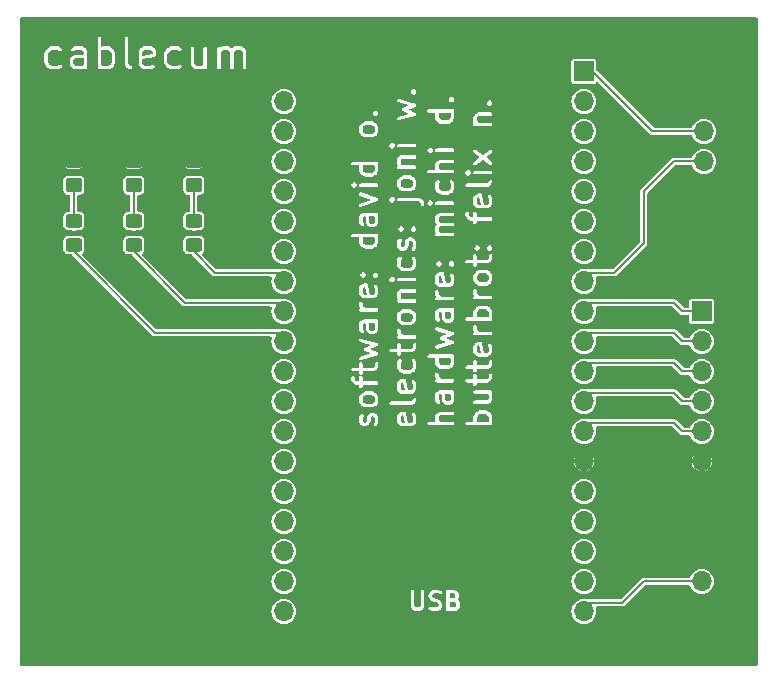
<source format=gbr>
%TF.GenerationSoftware,KiCad,Pcbnew,8.0.6*%
%TF.CreationDate,2024-12-05T17:11:55+01:00*%
%TF.ProjectId,Kabelsperma,4b616265-6c73-4706-9572-6d612e6b6963,rev?*%
%TF.SameCoordinates,Original*%
%TF.FileFunction,Copper,L1,Top*%
%TF.FilePolarity,Positive*%
%FSLAX46Y46*%
G04 Gerber Fmt 4.6, Leading zero omitted, Abs format (unit mm)*
G04 Created by KiCad (PCBNEW 8.0.6) date 2024-12-05 17:11:55*
%MOMM*%
%LPD*%
G01*
G04 APERTURE LIST*
G04 Aperture macros list*
%AMRoundRect*
0 Rectangle with rounded corners*
0 $1 Rounding radius*
0 $2 $3 $4 $5 $6 $7 $8 $9 X,Y pos of 4 corners*
0 Add a 4 corners polygon primitive as box body*
4,1,4,$2,$3,$4,$5,$6,$7,$8,$9,$2,$3,0*
0 Add four circle primitives for the rounded corners*
1,1,$1+$1,$2,$3*
1,1,$1+$1,$4,$5*
1,1,$1+$1,$6,$7*
1,1,$1+$1,$8,$9*
0 Add four rect primitives between the rounded corners*
20,1,$1+$1,$2,$3,$4,$5,0*
20,1,$1+$1,$4,$5,$6,$7,0*
20,1,$1+$1,$6,$7,$8,$9,0*
20,1,$1+$1,$8,$9,$2,$3,0*%
G04 Aperture macros list end*
%ADD10C,0.300000*%
%TA.AperFunction,ComponentPad*%
%ADD11O,1.700000X1.700000*%
%TD*%
%TA.AperFunction,ComponentPad*%
%ADD12R,1.700000X1.700000*%
%TD*%
%TA.AperFunction,SMDPad,CuDef*%
%ADD13RoundRect,0.250000X-0.450000X0.350000X-0.450000X-0.350000X0.450000X-0.350000X0.450000X0.350000X0*%
%TD*%
%TA.AperFunction,SMDPad,CuDef*%
%ADD14RoundRect,0.250000X-0.450000X0.325000X-0.450000X-0.325000X0.450000X-0.325000X0.450000X0.325000X0*%
%TD*%
%TA.AperFunction,Conductor*%
%ADD15C,0.200000*%
%TD*%
G04 APERTURE END LIST*
D10*
G36*
X51645012Y-50266694D02*
G01*
X51521507Y-50328447D01*
X50997089Y-50328447D01*
X50835387Y-50247596D01*
X50754536Y-50085894D01*
X50754536Y-49918619D01*
X50835387Y-49756917D01*
X50997090Y-49676066D01*
X51556917Y-49676066D01*
X51586181Y-49673184D01*
X51591159Y-49671121D01*
X51596535Y-49670740D01*
X51623999Y-49660230D01*
X51645012Y-49649723D01*
X51645012Y-50266694D01*
G37*
G36*
X53849015Y-49054105D02*
G01*
X53933638Y-49138729D01*
X54025965Y-49323382D01*
X54025965Y-49966846D01*
X53933638Y-50151498D01*
X53849015Y-50236121D01*
X53664364Y-50328447D01*
X53258994Y-50328447D01*
X53135489Y-50266694D01*
X53135489Y-49023533D01*
X53258995Y-48961780D01*
X53664364Y-48961780D01*
X53849015Y-49054105D01*
G37*
G36*
X57397495Y-49042631D02*
G01*
X57478346Y-49204332D01*
X57478346Y-49284048D01*
X56587870Y-49462143D01*
X56587870Y-49204333D01*
X56668721Y-49042631D01*
X56830424Y-48961780D01*
X57235793Y-48961780D01*
X57397495Y-49042631D01*
G37*
G36*
X65675172Y-50906225D02*
G01*
X48033901Y-50906225D01*
X48033901Y-49287971D01*
X48311679Y-49287971D01*
X48311679Y-50002257D01*
X48314561Y-50031521D01*
X48316622Y-50036498D01*
X48317005Y-50041876D01*
X48327515Y-50069339D01*
X48446563Y-50307435D01*
X48454490Y-50320028D01*
X48456006Y-50323687D01*
X48459386Y-50327806D01*
X48462228Y-50332320D01*
X48465222Y-50334916D01*
X48474661Y-50346418D01*
X48593708Y-50465466D01*
X48605214Y-50474909D01*
X48607807Y-50477899D01*
X48612312Y-50480735D01*
X48616438Y-50484121D01*
X48620101Y-50485638D01*
X48632692Y-50493564D01*
X48870787Y-50612611D01*
X48898251Y-50623121D01*
X48903626Y-50623502D01*
X48908605Y-50625565D01*
X48937869Y-50628447D01*
X49414060Y-50628447D01*
X49443324Y-50625565D01*
X49448302Y-50623502D01*
X49453678Y-50623121D01*
X49481142Y-50612611D01*
X49719237Y-50493564D01*
X49744122Y-50477899D01*
X49782469Y-50433684D01*
X49800977Y-50378162D01*
X49796829Y-50319782D01*
X49770654Y-50267433D01*
X49726439Y-50229086D01*
X49670917Y-50210578D01*
X49612537Y-50214726D01*
X49585073Y-50225236D01*
X49378650Y-50328447D01*
X48973279Y-50328447D01*
X48788628Y-50236122D01*
X48704005Y-50151498D01*
X48611679Y-49966846D01*
X48611679Y-49883209D01*
X50454536Y-49883209D01*
X50454536Y-50121304D01*
X50457418Y-50150568D01*
X50459479Y-50155545D01*
X50459862Y-50160923D01*
X50470372Y-50188386D01*
X50589420Y-50426482D01*
X50592500Y-50431375D01*
X50593270Y-50433684D01*
X50595763Y-50436558D01*
X50605085Y-50451367D01*
X50619293Y-50463690D01*
X50631617Y-50477899D01*
X50646425Y-50487220D01*
X50649300Y-50489714D01*
X50651608Y-50490483D01*
X50656502Y-50493564D01*
X50894597Y-50612611D01*
X50922061Y-50623121D01*
X50927436Y-50623502D01*
X50932415Y-50625565D01*
X50961679Y-50628447D01*
X51556917Y-50628447D01*
X51586181Y-50625565D01*
X51591159Y-50623502D01*
X51596535Y-50623121D01*
X51623999Y-50612611D01*
X51688746Y-50580237D01*
X51711676Y-50603167D01*
X51765748Y-50625565D01*
X51824276Y-50625565D01*
X51878348Y-50603167D01*
X51919732Y-50561783D01*
X51942130Y-50507711D01*
X51945012Y-50478447D01*
X51945012Y-49168923D01*
X51942130Y-49139659D01*
X51940067Y-49134680D01*
X51939686Y-49129305D01*
X51929176Y-49101841D01*
X51810129Y-48863746D01*
X51807048Y-48858852D01*
X51806279Y-48856544D01*
X51803785Y-48853669D01*
X51794464Y-48838861D01*
X51780255Y-48826537D01*
X51767932Y-48812329D01*
X51753123Y-48803007D01*
X51750249Y-48800514D01*
X51747940Y-48799744D01*
X51743047Y-48796664D01*
X51504951Y-48677616D01*
X51477488Y-48667106D01*
X51472110Y-48666723D01*
X51467133Y-48664662D01*
X51437869Y-48661780D01*
X50961679Y-48661780D01*
X50932415Y-48664662D01*
X50927436Y-48666724D01*
X50922061Y-48667106D01*
X50894597Y-48677616D01*
X50656502Y-48796664D01*
X50631616Y-48812329D01*
X50593269Y-48856544D01*
X50574762Y-48912067D01*
X50578910Y-48970447D01*
X50605085Y-49022796D01*
X50649300Y-49061143D01*
X50704823Y-49079650D01*
X50763203Y-49075502D01*
X50790666Y-49064992D01*
X50997090Y-48961780D01*
X51402459Y-48961780D01*
X51564161Y-49042631D01*
X51645012Y-49204332D01*
X51645012Y-49314313D01*
X51521507Y-49376066D01*
X50961679Y-49376066D01*
X50932415Y-49378948D01*
X50927436Y-49381010D01*
X50922061Y-49381392D01*
X50894597Y-49391902D01*
X50656502Y-49510950D01*
X50651611Y-49514028D01*
X50649300Y-49514799D01*
X50646421Y-49517295D01*
X50631616Y-49526615D01*
X50619293Y-49540823D01*
X50605085Y-49553146D01*
X50595763Y-49567953D01*
X50593269Y-49570830D01*
X50592499Y-49573139D01*
X50589420Y-49578031D01*
X50470372Y-49816127D01*
X50459862Y-49843590D01*
X50459479Y-49848967D01*
X50457418Y-49853945D01*
X50454536Y-49883209D01*
X48611679Y-49883209D01*
X48611679Y-49323381D01*
X48704005Y-49138729D01*
X48788628Y-49054105D01*
X48973280Y-48961780D01*
X49378650Y-48961780D01*
X49585073Y-49064992D01*
X49612537Y-49075502D01*
X49670917Y-49079650D01*
X49726439Y-49061143D01*
X49770654Y-49022796D01*
X49796829Y-48970447D01*
X49800977Y-48912067D01*
X49782470Y-48856544D01*
X49744123Y-48812329D01*
X49719238Y-48796664D01*
X49481142Y-48677616D01*
X49453679Y-48667106D01*
X49448301Y-48666723D01*
X49443324Y-48664662D01*
X49414060Y-48661780D01*
X48937869Y-48661780D01*
X48908605Y-48664662D01*
X48903626Y-48666724D01*
X48898251Y-48667106D01*
X48870787Y-48677616D01*
X48632692Y-48796664D01*
X48620100Y-48804590D01*
X48616438Y-48806107D01*
X48612315Y-48809490D01*
X48607806Y-48812329D01*
X48605210Y-48815321D01*
X48593708Y-48824762D01*
X48474661Y-48943810D01*
X48465222Y-48955311D01*
X48462228Y-48957908D01*
X48459386Y-48962421D01*
X48456006Y-48966541D01*
X48454490Y-48970199D01*
X48446563Y-48982793D01*
X48327515Y-49220889D01*
X48317005Y-49248352D01*
X48316622Y-49253729D01*
X48314561Y-49258707D01*
X48311679Y-49287971D01*
X48033901Y-49287971D01*
X48033901Y-47978447D01*
X52835489Y-47978447D01*
X52835489Y-50478447D01*
X52838371Y-50507711D01*
X52860769Y-50561783D01*
X52902153Y-50603167D01*
X52956225Y-50625565D01*
X53014753Y-50625565D01*
X53068825Y-50603167D01*
X53091754Y-50580237D01*
X53156502Y-50612611D01*
X53183966Y-50623121D01*
X53189341Y-50623502D01*
X53194320Y-50625565D01*
X53223584Y-50628447D01*
X53699774Y-50628447D01*
X53729038Y-50625565D01*
X53734016Y-50623502D01*
X53739392Y-50623121D01*
X53766856Y-50612611D01*
X54004952Y-50493564D01*
X54017541Y-50485638D01*
X54021206Y-50484121D01*
X54025331Y-50480735D01*
X54029837Y-50477899D01*
X54032429Y-50474909D01*
X54043936Y-50465466D01*
X54162984Y-50346417D01*
X54172424Y-50334914D01*
X54175416Y-50332320D01*
X54178254Y-50327811D01*
X54181639Y-50323687D01*
X54183156Y-50320023D01*
X54191081Y-50307434D01*
X54310129Y-50069339D01*
X54320639Y-50041875D01*
X54321020Y-50036499D01*
X54323083Y-50031521D01*
X54325965Y-50002257D01*
X54325965Y-49287971D01*
X54323083Y-49258707D01*
X54321020Y-49253728D01*
X54320639Y-49248353D01*
X54310129Y-49220889D01*
X54191081Y-48982794D01*
X54183156Y-48970204D01*
X54181639Y-48966541D01*
X54178254Y-48962416D01*
X54175416Y-48957908D01*
X54172424Y-48955313D01*
X54162984Y-48943811D01*
X54043936Y-48824762D01*
X54032429Y-48815318D01*
X54029837Y-48812329D01*
X54025331Y-48809492D01*
X54021206Y-48806107D01*
X54017541Y-48804589D01*
X54004952Y-48796664D01*
X53766856Y-48677616D01*
X53739393Y-48667106D01*
X53734015Y-48666723D01*
X53729038Y-48664662D01*
X53699774Y-48661780D01*
X53223584Y-48661780D01*
X53194320Y-48664662D01*
X53189341Y-48666724D01*
X53183966Y-48667106D01*
X53156502Y-48677616D01*
X53135489Y-48688122D01*
X53135489Y-47978447D01*
X55097394Y-47978447D01*
X55097394Y-50121304D01*
X55100276Y-50150568D01*
X55102338Y-50155546D01*
X55102720Y-50160922D01*
X55113230Y-50188386D01*
X55232277Y-50426482D01*
X55235357Y-50431375D01*
X55236127Y-50433684D01*
X55238620Y-50436558D01*
X55247942Y-50451367D01*
X55262150Y-50463690D01*
X55274474Y-50477899D01*
X55289282Y-50487220D01*
X55292157Y-50489714D01*
X55294465Y-50490483D01*
X55299359Y-50493564D01*
X55537454Y-50612611D01*
X55564918Y-50623121D01*
X55623298Y-50627269D01*
X55678820Y-50608761D01*
X55723035Y-50570414D01*
X55749210Y-50518065D01*
X55753358Y-50459685D01*
X55734850Y-50404163D01*
X55696503Y-50359948D01*
X55671618Y-50344283D01*
X55478244Y-50247596D01*
X55397394Y-50085894D01*
X55397394Y-49168923D01*
X56287870Y-49168923D01*
X56287870Y-50121304D01*
X56290752Y-50150568D01*
X56292813Y-50155545D01*
X56293196Y-50160923D01*
X56303706Y-50188386D01*
X56422754Y-50426482D01*
X56425834Y-50431375D01*
X56426604Y-50433684D01*
X56429097Y-50436558D01*
X56438419Y-50451367D01*
X56452627Y-50463690D01*
X56464951Y-50477899D01*
X56479759Y-50487220D01*
X56482634Y-50489714D01*
X56484942Y-50490483D01*
X56489836Y-50493564D01*
X56727931Y-50612611D01*
X56755395Y-50623121D01*
X56760770Y-50623502D01*
X56765749Y-50625565D01*
X56795013Y-50628447D01*
X57271203Y-50628447D01*
X57300467Y-50625565D01*
X57305445Y-50623502D01*
X57310821Y-50623121D01*
X57338285Y-50612611D01*
X57576381Y-50493564D01*
X57601266Y-50477899D01*
X57639613Y-50433684D01*
X57658121Y-50378162D01*
X57653973Y-50319782D01*
X57627798Y-50267433D01*
X57583583Y-50229086D01*
X57528061Y-50210578D01*
X57469681Y-50214726D01*
X57442217Y-50225236D01*
X57235793Y-50328447D01*
X56830423Y-50328447D01*
X56668721Y-50247596D01*
X56587870Y-50085894D01*
X56587870Y-49768084D01*
X57657608Y-49554137D01*
X57657610Y-49554137D01*
X57657611Y-49554136D01*
X57657763Y-49554106D01*
X57685894Y-49545541D01*
X57698106Y-49537362D01*
X57711682Y-49531739D01*
X57722182Y-49521238D01*
X57734523Y-49512974D01*
X57742675Y-49500745D01*
X57753066Y-49490355D01*
X57758749Y-49476635D01*
X57766988Y-49464277D01*
X57769840Y-49449859D01*
X57775464Y-49436283D01*
X57778346Y-49407019D01*
X57778346Y-49287971D01*
X58430727Y-49287971D01*
X58430727Y-50002257D01*
X58433609Y-50031521D01*
X58435670Y-50036498D01*
X58436053Y-50041876D01*
X58446563Y-50069339D01*
X58565611Y-50307435D01*
X58573538Y-50320028D01*
X58575054Y-50323687D01*
X58578434Y-50327806D01*
X58581276Y-50332320D01*
X58584270Y-50334916D01*
X58593709Y-50346418D01*
X58712756Y-50465466D01*
X58724262Y-50474909D01*
X58726855Y-50477899D01*
X58731360Y-50480735D01*
X58735486Y-50484121D01*
X58739149Y-50485638D01*
X58751740Y-50493564D01*
X58989835Y-50612611D01*
X59017299Y-50623121D01*
X59022674Y-50623502D01*
X59027653Y-50625565D01*
X59056917Y-50628447D01*
X59533108Y-50628447D01*
X59562372Y-50625565D01*
X59567350Y-50623502D01*
X59572726Y-50623121D01*
X59600190Y-50612611D01*
X59838285Y-50493564D01*
X59863170Y-50477899D01*
X59901517Y-50433684D01*
X59920025Y-50378162D01*
X59915877Y-50319782D01*
X59889702Y-50267433D01*
X59845487Y-50229086D01*
X59789965Y-50210578D01*
X59731585Y-50214726D01*
X59704121Y-50225236D01*
X59497698Y-50328447D01*
X59092327Y-50328447D01*
X58907676Y-50236122D01*
X58823053Y-50151498D01*
X58730727Y-49966846D01*
X58730727Y-49323381D01*
X58823053Y-49138729D01*
X58907676Y-49054105D01*
X59092328Y-48961780D01*
X59497698Y-48961780D01*
X59704121Y-49064992D01*
X59731585Y-49075502D01*
X59789965Y-49079650D01*
X59845487Y-49061143D01*
X59889702Y-49022796D01*
X59915877Y-48970447D01*
X59920025Y-48912067D01*
X59901518Y-48856544D01*
X59863171Y-48812329D01*
X59862299Y-48811780D01*
X60692632Y-48811780D01*
X60692632Y-50121304D01*
X60695514Y-50150568D01*
X60697576Y-50155546D01*
X60697958Y-50160922D01*
X60708468Y-50188386D01*
X60827515Y-50426482D01*
X60830595Y-50431375D01*
X60831365Y-50433684D01*
X60833858Y-50436558D01*
X60843180Y-50451367D01*
X60857388Y-50463690D01*
X60869712Y-50477899D01*
X60884520Y-50487220D01*
X60887395Y-50489714D01*
X60889703Y-50490483D01*
X60894597Y-50493564D01*
X61132692Y-50612611D01*
X61160156Y-50623121D01*
X61165531Y-50623502D01*
X61170510Y-50625565D01*
X61199774Y-50628447D01*
X61556917Y-50628447D01*
X61586181Y-50625565D01*
X61591159Y-50623502D01*
X61596535Y-50623121D01*
X61623999Y-50612611D01*
X61778413Y-50535404D01*
X61789340Y-50561783D01*
X61830724Y-50603167D01*
X61884796Y-50625565D01*
X61943324Y-50625565D01*
X61997396Y-50603167D01*
X62038780Y-50561783D01*
X62061178Y-50507711D01*
X62064060Y-50478447D01*
X62064060Y-48811780D01*
X62954537Y-48811780D01*
X62954537Y-50478447D01*
X62957419Y-50507711D01*
X62979817Y-50561783D01*
X63021201Y-50603167D01*
X63075273Y-50625565D01*
X63133801Y-50625565D01*
X63187873Y-50603167D01*
X63229257Y-50561783D01*
X63251655Y-50507711D01*
X63254537Y-50478447D01*
X63254537Y-49112007D01*
X63312438Y-49054105D01*
X63497090Y-48961780D01*
X63783412Y-48961780D01*
X63945114Y-49042631D01*
X64025965Y-49204332D01*
X64025965Y-50478447D01*
X64028847Y-50507711D01*
X64051245Y-50561783D01*
X64092629Y-50603167D01*
X64146701Y-50625565D01*
X64205229Y-50625565D01*
X64259301Y-50603167D01*
X64300685Y-50561783D01*
X64323083Y-50507711D01*
X64325965Y-50478447D01*
X64325965Y-49204333D01*
X64406816Y-49042631D01*
X64568519Y-48961780D01*
X64854841Y-48961780D01*
X65016542Y-49042631D01*
X65097394Y-49204334D01*
X65097394Y-50478447D01*
X65100276Y-50507711D01*
X65122674Y-50561783D01*
X65164058Y-50603167D01*
X65218130Y-50625565D01*
X65276658Y-50625565D01*
X65330730Y-50603167D01*
X65372114Y-50561783D01*
X65394512Y-50507711D01*
X65397394Y-50478447D01*
X65397394Y-49168923D01*
X65394512Y-49139659D01*
X65392449Y-49134680D01*
X65392068Y-49129305D01*
X65381558Y-49101841D01*
X65262510Y-48863746D01*
X65259431Y-48858855D01*
X65258661Y-48856544D01*
X65256164Y-48853665D01*
X65246845Y-48838860D01*
X65232636Y-48826537D01*
X65220314Y-48812329D01*
X65205506Y-48803007D01*
X65202630Y-48800513D01*
X65200320Y-48799743D01*
X65195429Y-48796664D01*
X64957333Y-48677616D01*
X64929870Y-48667106D01*
X64924492Y-48666723D01*
X64919515Y-48664662D01*
X64890251Y-48661780D01*
X64533108Y-48661780D01*
X64503844Y-48664662D01*
X64498865Y-48666724D01*
X64493490Y-48667106D01*
X64466026Y-48677616D01*
X64227931Y-48796664D01*
X64223040Y-48799742D01*
X64220729Y-48800513D01*
X64217850Y-48803009D01*
X64203045Y-48812329D01*
X64190722Y-48826537D01*
X64176514Y-48838860D01*
X64175965Y-48839731D01*
X64175417Y-48838861D01*
X64161208Y-48826537D01*
X64148885Y-48812329D01*
X64134076Y-48803007D01*
X64131202Y-48800514D01*
X64128893Y-48799744D01*
X64124000Y-48796664D01*
X63885904Y-48677616D01*
X63858441Y-48667106D01*
X63853063Y-48666723D01*
X63848086Y-48664662D01*
X63818822Y-48661780D01*
X63461679Y-48661780D01*
X63432415Y-48664662D01*
X63427436Y-48666724D01*
X63422061Y-48667106D01*
X63394597Y-48677616D01*
X63240183Y-48754822D01*
X63229257Y-48728444D01*
X63187873Y-48687060D01*
X63133801Y-48664662D01*
X63075273Y-48664662D01*
X63021201Y-48687060D01*
X62979817Y-48728444D01*
X62957419Y-48782516D01*
X62954537Y-48811780D01*
X62064060Y-48811780D01*
X62061178Y-48782516D01*
X62038780Y-48728444D01*
X61997396Y-48687060D01*
X61943324Y-48664662D01*
X61884796Y-48664662D01*
X61830724Y-48687060D01*
X61789340Y-48728444D01*
X61766942Y-48782516D01*
X61764060Y-48811780D01*
X61764060Y-50178220D01*
X61706158Y-50236121D01*
X61521507Y-50328447D01*
X61235184Y-50328447D01*
X61073482Y-50247596D01*
X60992632Y-50085894D01*
X60992632Y-48811780D01*
X60989750Y-48782516D01*
X60967352Y-48728444D01*
X60925968Y-48687060D01*
X60871896Y-48664662D01*
X60813368Y-48664662D01*
X60759296Y-48687060D01*
X60717912Y-48728444D01*
X60695514Y-48782516D01*
X60692632Y-48811780D01*
X59862299Y-48811780D01*
X59838286Y-48796664D01*
X59600190Y-48677616D01*
X59572727Y-48667106D01*
X59567349Y-48666723D01*
X59562372Y-48664662D01*
X59533108Y-48661780D01*
X59056917Y-48661780D01*
X59027653Y-48664662D01*
X59022674Y-48666724D01*
X59017299Y-48667106D01*
X58989835Y-48677616D01*
X58751740Y-48796664D01*
X58739148Y-48804590D01*
X58735486Y-48806107D01*
X58731363Y-48809490D01*
X58726854Y-48812329D01*
X58724258Y-48815321D01*
X58712756Y-48824762D01*
X58593709Y-48943810D01*
X58584270Y-48955311D01*
X58581276Y-48957908D01*
X58578434Y-48962421D01*
X58575054Y-48966541D01*
X58573538Y-48970199D01*
X58565611Y-48982793D01*
X58446563Y-49220889D01*
X58436053Y-49248352D01*
X58435670Y-49253729D01*
X58433609Y-49258707D01*
X58430727Y-49287971D01*
X57778346Y-49287971D01*
X57778346Y-49168923D01*
X57775464Y-49139659D01*
X57773401Y-49134680D01*
X57773020Y-49129305D01*
X57762510Y-49101841D01*
X57643463Y-48863746D01*
X57640382Y-48858852D01*
X57639613Y-48856544D01*
X57637119Y-48853669D01*
X57627798Y-48838861D01*
X57613589Y-48826537D01*
X57601266Y-48812329D01*
X57586457Y-48803007D01*
X57583583Y-48800514D01*
X57581274Y-48799744D01*
X57576381Y-48796664D01*
X57338285Y-48677616D01*
X57310822Y-48667106D01*
X57305444Y-48666723D01*
X57300467Y-48664662D01*
X57271203Y-48661780D01*
X56795013Y-48661780D01*
X56765749Y-48664662D01*
X56760770Y-48666724D01*
X56755395Y-48667106D01*
X56727931Y-48677616D01*
X56489836Y-48796664D01*
X56484945Y-48799742D01*
X56482634Y-48800513D01*
X56479755Y-48803009D01*
X56464950Y-48812329D01*
X56452627Y-48826537D01*
X56438419Y-48838860D01*
X56429097Y-48853667D01*
X56426603Y-48856544D01*
X56425833Y-48858853D01*
X56422754Y-48863745D01*
X56303706Y-49101841D01*
X56293196Y-49129304D01*
X56292813Y-49134681D01*
X56290752Y-49139659D01*
X56287870Y-49168923D01*
X55397394Y-49168923D01*
X55397394Y-47978447D01*
X55394512Y-47949183D01*
X55372114Y-47895111D01*
X55330730Y-47853727D01*
X55276658Y-47831329D01*
X55218130Y-47831329D01*
X55164058Y-47853727D01*
X55122674Y-47895111D01*
X55100276Y-47949183D01*
X55097394Y-47978447D01*
X53135489Y-47978447D01*
X53132607Y-47949183D01*
X53110209Y-47895111D01*
X53068825Y-47853727D01*
X53014753Y-47831329D01*
X52956225Y-47831329D01*
X52902153Y-47853727D01*
X52860769Y-47895111D01*
X52838371Y-47949183D01*
X52835489Y-47978447D01*
X48033901Y-47978447D01*
X48033901Y-47553551D01*
X65675172Y-47553551D01*
X65675172Y-50906225D01*
G37*
G36*
X83113033Y-95737647D02*
G01*
X83142210Y-95766824D01*
X83186917Y-95856237D01*
X83186917Y-95999704D01*
X83142210Y-96089117D01*
X83105205Y-96126122D01*
X83015793Y-96170828D01*
X82629774Y-96170828D01*
X82629774Y-95685114D01*
X82955431Y-95685114D01*
X83113033Y-95737647D01*
G37*
G36*
X83033778Y-95015535D02*
G01*
X83070782Y-95052539D01*
X83115489Y-95141952D01*
X83115489Y-95213989D01*
X83070782Y-95303402D01*
X83033778Y-95340407D01*
X82944364Y-95385114D01*
X82629774Y-95385114D01*
X82629774Y-94970828D01*
X82944364Y-94970828D01*
X83033778Y-95015535D01*
G37*
G36*
X83653584Y-96637495D02*
G01*
X79163107Y-96637495D01*
X79163107Y-94820828D01*
X79329774Y-94820828D01*
X79329774Y-96035114D01*
X79332656Y-96064378D01*
X79334719Y-96069358D01*
X79335101Y-96074733D01*
X79345610Y-96102196D01*
X79417039Y-96245053D01*
X79424966Y-96257646D01*
X79426482Y-96261306D01*
X79429863Y-96265425D01*
X79432704Y-96269939D01*
X79435697Y-96272535D01*
X79445137Y-96284037D01*
X79516566Y-96355466D01*
X79528070Y-96364907D01*
X79530665Y-96367899D01*
X79535174Y-96370737D01*
X79539297Y-96374121D01*
X79542958Y-96375637D01*
X79555550Y-96383564D01*
X79698408Y-96454992D01*
X79725871Y-96465502D01*
X79731246Y-96465883D01*
X79736225Y-96467946D01*
X79765489Y-96470828D01*
X80051203Y-96470828D01*
X80080467Y-96467946D01*
X80085445Y-96465883D01*
X80090821Y-96465502D01*
X80118285Y-96454992D01*
X80261142Y-96383564D01*
X80273735Y-96375636D01*
X80277395Y-96374121D01*
X80281514Y-96370739D01*
X80286028Y-96367899D01*
X80288624Y-96364905D01*
X80300126Y-96355466D01*
X80371555Y-96284037D01*
X80380996Y-96272532D01*
X80383988Y-96269938D01*
X80386826Y-96265428D01*
X80390210Y-96261306D01*
X80391726Y-96257644D01*
X80399653Y-96245053D01*
X80471081Y-96102195D01*
X80481591Y-96074732D01*
X80481972Y-96069356D01*
X80484035Y-96064378D01*
X80486917Y-96035114D01*
X80486917Y-95106542D01*
X80829775Y-95106542D01*
X80829775Y-95249400D01*
X80832657Y-95278664D01*
X80834719Y-95283642D01*
X80835101Y-95289018D01*
X80845611Y-95316482D01*
X80917039Y-95459339D01*
X80924967Y-95471934D01*
X80926483Y-95475593D01*
X80929862Y-95479710D01*
X80932704Y-95484225D01*
X80935698Y-95486821D01*
X80945138Y-95498324D01*
X81016567Y-95569752D01*
X81028067Y-95579190D01*
X81030664Y-95582184D01*
X81035176Y-95585024D01*
X81039297Y-95588406D01*
X81042956Y-95589921D01*
X81055550Y-95597849D01*
X81198406Y-95669278D01*
X81200548Y-95670097D01*
X81201418Y-95670742D01*
X81213689Y-95675126D01*
X81225870Y-95679787D01*
X81226950Y-95679863D01*
X81229109Y-95680635D01*
X81498847Y-95748069D01*
X81605206Y-95801248D01*
X81642210Y-95838253D01*
X81686918Y-95927667D01*
X81686918Y-95999703D01*
X81642210Y-96089117D01*
X81605207Y-96126121D01*
X81515794Y-96170828D01*
X81218404Y-96170828D01*
X81027209Y-96107097D01*
X80998535Y-96100577D01*
X80940155Y-96104727D01*
X80887808Y-96130901D01*
X80849460Y-96175115D01*
X80830952Y-96230640D01*
X80835102Y-96289020D01*
X80861276Y-96341367D01*
X80905490Y-96379715D01*
X80932341Y-96391703D01*
X81146627Y-96463131D01*
X81161139Y-96466430D01*
X81164797Y-96467946D01*
X81170099Y-96468468D01*
X81175301Y-96469651D01*
X81179255Y-96469369D01*
X81194061Y-96470828D01*
X81551203Y-96470828D01*
X81580467Y-96467946D01*
X81585445Y-96465883D01*
X81590821Y-96465502D01*
X81618284Y-96454992D01*
X81761143Y-96383564D01*
X81773737Y-96375635D01*
X81777397Y-96374120D01*
X81781517Y-96370738D01*
X81786028Y-96367899D01*
X81788622Y-96364907D01*
X81800128Y-96355465D01*
X81871556Y-96284036D01*
X81880994Y-96272535D01*
X81883988Y-96269939D01*
X81886828Y-96265426D01*
X81890210Y-96261306D01*
X81891725Y-96257646D01*
X81899653Y-96245053D01*
X81971082Y-96102197D01*
X81981591Y-96074733D01*
X81981972Y-96069358D01*
X81984036Y-96064378D01*
X81986918Y-96035114D01*
X81986918Y-95892257D01*
X81984036Y-95862993D01*
X81981972Y-95858012D01*
X81981591Y-95852638D01*
X81971082Y-95825174D01*
X81899653Y-95682318D01*
X81891725Y-95669724D01*
X81890210Y-95666065D01*
X81886828Y-95661944D01*
X81883988Y-95657432D01*
X81880994Y-95654835D01*
X81871556Y-95643335D01*
X81800128Y-95571906D01*
X81788625Y-95562466D01*
X81786029Y-95559472D01*
X81781514Y-95556630D01*
X81777397Y-95553251D01*
X81773738Y-95551735D01*
X81761143Y-95543807D01*
X81618285Y-95472378D01*
X81616144Y-95471558D01*
X81615274Y-95470914D01*
X81603018Y-95466535D01*
X81590822Y-95461868D01*
X81589738Y-95461791D01*
X81587583Y-95461021D01*
X81317845Y-95393586D01*
X81211485Y-95340406D01*
X81174480Y-95303401D01*
X81129775Y-95213990D01*
X81129775Y-95141951D01*
X81174480Y-95052540D01*
X81211485Y-95015535D01*
X81300899Y-94970828D01*
X81598292Y-94970828D01*
X81789483Y-95034559D01*
X81818157Y-95041079D01*
X81876537Y-95036930D01*
X81928884Y-95010756D01*
X81967232Y-94966542D01*
X81985740Y-94911018D01*
X81981591Y-94852638D01*
X81965686Y-94820828D01*
X82329774Y-94820828D01*
X82329774Y-96320828D01*
X82332656Y-96350092D01*
X82355054Y-96404164D01*
X82396438Y-96445548D01*
X82450510Y-96467946D01*
X82479774Y-96470828D01*
X83051203Y-96470828D01*
X83080467Y-96467946D01*
X83085445Y-96465883D01*
X83090821Y-96465502D01*
X83118285Y-96454992D01*
X83261142Y-96383564D01*
X83273735Y-96375636D01*
X83277395Y-96374121D01*
X83281514Y-96370739D01*
X83286028Y-96367899D01*
X83288624Y-96364905D01*
X83300126Y-96355466D01*
X83371555Y-96284037D01*
X83380996Y-96272532D01*
X83383988Y-96269938D01*
X83386826Y-96265428D01*
X83390210Y-96261306D01*
X83391726Y-96257644D01*
X83399653Y-96245053D01*
X83471081Y-96102195D01*
X83481591Y-96074732D01*
X83481972Y-96069356D01*
X83484035Y-96064378D01*
X83486917Y-96035114D01*
X83486917Y-95820828D01*
X83484035Y-95791564D01*
X83481972Y-95786585D01*
X83481591Y-95781210D01*
X83471081Y-95753747D01*
X83399653Y-95610889D01*
X83391726Y-95598297D01*
X83390210Y-95594636D01*
X83386826Y-95590513D01*
X83383988Y-95586004D01*
X83380996Y-95583409D01*
X83371555Y-95571905D01*
X83300126Y-95500476D01*
X83298943Y-95499505D01*
X83300126Y-95498323D01*
X83309566Y-95486820D01*
X83312559Y-95484225D01*
X83315397Y-95479715D01*
X83318781Y-95475593D01*
X83320297Y-95471930D01*
X83328224Y-95459339D01*
X83399653Y-95316483D01*
X83410162Y-95289019D01*
X83410543Y-95283644D01*
X83412607Y-95278664D01*
X83415489Y-95249400D01*
X83415489Y-95106542D01*
X83412607Y-95077278D01*
X83410543Y-95072297D01*
X83410162Y-95066923D01*
X83399653Y-95039459D01*
X83328224Y-94896603D01*
X83320297Y-94884011D01*
X83318781Y-94880349D01*
X83315397Y-94876226D01*
X83312559Y-94871717D01*
X83309566Y-94869121D01*
X83300126Y-94857619D01*
X83228698Y-94786191D01*
X83217196Y-94776751D01*
X83214600Y-94773758D01*
X83210086Y-94770917D01*
X83205967Y-94767536D01*
X83202307Y-94766020D01*
X83189714Y-94758093D01*
X83046856Y-94686664D01*
X83019393Y-94676154D01*
X83014015Y-94675771D01*
X83009038Y-94673710D01*
X82979774Y-94670828D01*
X82479774Y-94670828D01*
X82450510Y-94673710D01*
X82396438Y-94696108D01*
X82355054Y-94737492D01*
X82332656Y-94791564D01*
X82329774Y-94820828D01*
X81965686Y-94820828D01*
X81955417Y-94800290D01*
X81911203Y-94761943D01*
X81884352Y-94749954D01*
X81670066Y-94678526D01*
X81655558Y-94675227D01*
X81651896Y-94673710D01*
X81646587Y-94673187D01*
X81641393Y-94672006D01*
X81637443Y-94672286D01*
X81622632Y-94670828D01*
X81265489Y-94670828D01*
X81236225Y-94673710D01*
X81231244Y-94675773D01*
X81225870Y-94676155D01*
X81198406Y-94686664D01*
X81055550Y-94758093D01*
X81042956Y-94766020D01*
X81039297Y-94767536D01*
X81035176Y-94770917D01*
X81030664Y-94773758D01*
X81028067Y-94776751D01*
X81016567Y-94786190D01*
X80945138Y-94857618D01*
X80935698Y-94869120D01*
X80932704Y-94871717D01*
X80929862Y-94876231D01*
X80926483Y-94880349D01*
X80924967Y-94884007D01*
X80917039Y-94896603D01*
X80845611Y-95039460D01*
X80835101Y-95066924D01*
X80834719Y-95072299D01*
X80832657Y-95077278D01*
X80829775Y-95106542D01*
X80486917Y-95106542D01*
X80486917Y-94820828D01*
X80484035Y-94791564D01*
X80461637Y-94737492D01*
X80420253Y-94696108D01*
X80366181Y-94673710D01*
X80307653Y-94673710D01*
X80253581Y-94696108D01*
X80212197Y-94737492D01*
X80189799Y-94791564D01*
X80186917Y-94820828D01*
X80186917Y-95999704D01*
X80142210Y-96089117D01*
X80105205Y-96126122D01*
X80015793Y-96170828D01*
X79800899Y-96170828D01*
X79711485Y-96126121D01*
X79674481Y-96089117D01*
X79629774Y-95999703D01*
X79629774Y-94820828D01*
X79626892Y-94791564D01*
X79604494Y-94737492D01*
X79563110Y-94696108D01*
X79509038Y-94673710D01*
X79450510Y-94673710D01*
X79396438Y-94696108D01*
X79355054Y-94737492D01*
X79332656Y-94791564D01*
X79329774Y-94820828D01*
X79163107Y-94820828D01*
X79163107Y-94504161D01*
X83653584Y-94504161D01*
X83653584Y-96637495D01*
G37*
G36*
X78810224Y-80551679D02*
G01*
X78647653Y-80551679D01*
X78533569Y-80494637D01*
X78476528Y-80380555D01*
X78476528Y-80070422D01*
X78533569Y-79956339D01*
X78647653Y-79899298D01*
X78679749Y-79899298D01*
X78810224Y-80551679D01*
G37*
G36*
X85820307Y-79872576D02*
G01*
X85881122Y-79933390D01*
X85949638Y-80070422D01*
X85949638Y-80380555D01*
X85911695Y-80456441D01*
X84954247Y-80456441D01*
X84916304Y-80380555D01*
X84916304Y-80070422D01*
X84984820Y-79933390D01*
X85045633Y-79872576D01*
X85182667Y-79804060D01*
X85683275Y-79804060D01*
X85820307Y-79872576D01*
G37*
G36*
X76160643Y-78253528D02*
G01*
X76221458Y-78314342D01*
X76289974Y-78451374D01*
X76289974Y-78666269D01*
X76221458Y-78803300D01*
X76160643Y-78864114D01*
X76023611Y-78932631D01*
X75523003Y-78932631D01*
X75385969Y-78864114D01*
X75325156Y-78803301D01*
X75256640Y-78666269D01*
X75256640Y-78451374D01*
X75325156Y-78314342D01*
X75385969Y-78253528D01*
X75523003Y-78185012D01*
X76023611Y-78185012D01*
X76160643Y-78253528D01*
G37*
G36*
X82729750Y-78165660D02*
G01*
X82729750Y-78571031D01*
X82672708Y-78685114D01*
X82558625Y-78742155D01*
X82438969Y-78742155D01*
X82324886Y-78685113D01*
X82267845Y-78571031D01*
X82267845Y-78130250D01*
X82264963Y-78100986D01*
X82262900Y-78096007D01*
X82262519Y-78090632D01*
X82262191Y-78089774D01*
X82691807Y-78089774D01*
X82729750Y-78165660D01*
G37*
G36*
X78810224Y-77789774D02*
G01*
X78647653Y-77789774D01*
X78533569Y-77732732D01*
X78476528Y-77618650D01*
X78476528Y-77308517D01*
X78533569Y-77194434D01*
X78647653Y-77137393D01*
X78679749Y-77137393D01*
X78810224Y-77789774D01*
G37*
G36*
X82729750Y-75118041D02*
G01*
X82729750Y-75428174D01*
X82661234Y-75565205D01*
X82600419Y-75626019D01*
X82463387Y-75694536D01*
X81962779Y-75694536D01*
X81825745Y-75626019D01*
X81764932Y-75565206D01*
X81696416Y-75428174D01*
X81696416Y-75118041D01*
X81734359Y-75042155D01*
X82691807Y-75042155D01*
X82729750Y-75118041D01*
G37*
G36*
X85250000Y-74646917D02*
G01*
X85087429Y-74646917D01*
X84973345Y-74589875D01*
X84916304Y-74475793D01*
X84916304Y-74165660D01*
X84973345Y-74051577D01*
X85087429Y-73994536D01*
X85119525Y-73994536D01*
X85250000Y-74646917D01*
G37*
G36*
X76289974Y-72165660D02*
G01*
X76289974Y-72571031D01*
X76232932Y-72685114D01*
X76118849Y-72742155D01*
X75999193Y-72742155D01*
X75885110Y-72685113D01*
X75828069Y-72571031D01*
X75828069Y-72130250D01*
X75825187Y-72100986D01*
X75823124Y-72096007D01*
X75822743Y-72090632D01*
X75822415Y-72089774D01*
X76252031Y-72089774D01*
X76289974Y-72165660D01*
G37*
G36*
X79380531Y-71301147D02*
G01*
X79441346Y-71361961D01*
X79509862Y-71498993D01*
X79509862Y-71713888D01*
X79441346Y-71850919D01*
X79380531Y-71911733D01*
X79243499Y-71980250D01*
X78742891Y-71980250D01*
X78605857Y-71911733D01*
X78545044Y-71850920D01*
X78476528Y-71713888D01*
X78476528Y-71498993D01*
X78545044Y-71361961D01*
X78605857Y-71301147D01*
X78742891Y-71232631D01*
X79243499Y-71232631D01*
X79380531Y-71301147D01*
G37*
G36*
X82729750Y-71213279D02*
G01*
X82729750Y-71618650D01*
X82672708Y-71732733D01*
X82558625Y-71789774D01*
X82438969Y-71789774D01*
X82324886Y-71732732D01*
X82267845Y-71618650D01*
X82267845Y-71177869D01*
X82264963Y-71148605D01*
X82262900Y-71143626D01*
X82262519Y-71138251D01*
X82262191Y-71137393D01*
X82691807Y-71137393D01*
X82729750Y-71213279D01*
G37*
G36*
X85820307Y-71015433D02*
G01*
X85881122Y-71076247D01*
X85949638Y-71213279D01*
X85949638Y-71523412D01*
X85911695Y-71599298D01*
X84954247Y-71599298D01*
X84916304Y-71523412D01*
X84916304Y-71213279D01*
X84984820Y-71076247D01*
X85045633Y-71015433D01*
X85182667Y-70946917D01*
X85683275Y-70946917D01*
X85820307Y-71015433D01*
G37*
G36*
X75590336Y-69694536D02*
G01*
X75427765Y-69694536D01*
X75313681Y-69637494D01*
X75256640Y-69523412D01*
X75256640Y-69213279D01*
X75313681Y-69099196D01*
X75427765Y-69042155D01*
X75459861Y-69042155D01*
X75590336Y-69694536D01*
G37*
G36*
X82030112Y-68742155D02*
G01*
X81867541Y-68742155D01*
X81753457Y-68685113D01*
X81696416Y-68571031D01*
X81696416Y-68260898D01*
X81753457Y-68146815D01*
X81867541Y-68089774D01*
X81899637Y-68089774D01*
X82030112Y-68742155D01*
G37*
G36*
X85820307Y-67967814D02*
G01*
X85881122Y-68028628D01*
X85949638Y-68165660D01*
X85949638Y-68380555D01*
X85881122Y-68517586D01*
X85820307Y-68578400D01*
X85683275Y-68646917D01*
X85182667Y-68646917D01*
X85045633Y-68578400D01*
X84984820Y-68517587D01*
X84916304Y-68380555D01*
X84916304Y-68165660D01*
X84984820Y-68028628D01*
X85045633Y-67967814D01*
X85182667Y-67899298D01*
X85683275Y-67899298D01*
X85820307Y-67967814D01*
G37*
G36*
X76289974Y-64927564D02*
G01*
X76289974Y-65237697D01*
X76221458Y-65374728D01*
X76160643Y-65435542D01*
X76023611Y-65504059D01*
X75523003Y-65504059D01*
X75385969Y-65435542D01*
X75325156Y-65374729D01*
X75256640Y-65237697D01*
X75256640Y-64927564D01*
X75294583Y-64851678D01*
X76252031Y-64851678D01*
X76289974Y-64927564D01*
G37*
G36*
X76289974Y-63118040D02*
G01*
X76289974Y-63523411D01*
X76232932Y-63637494D01*
X76118849Y-63694535D01*
X75999193Y-63694535D01*
X75885110Y-63637493D01*
X75828069Y-63523411D01*
X75828069Y-63082630D01*
X75825187Y-63053366D01*
X75823124Y-63048387D01*
X75822743Y-63043012D01*
X75822415Y-63042154D01*
X76252031Y-63042154D01*
X76289974Y-63118040D01*
G37*
G36*
X85250000Y-62075488D02*
G01*
X85087429Y-62075488D01*
X84973345Y-62018446D01*
X84916304Y-61904364D01*
X84916304Y-61594231D01*
X84973345Y-61480148D01*
X85087429Y-61423107D01*
X85119525Y-61423107D01*
X85250000Y-62075488D01*
G37*
G36*
X79380531Y-59967812D02*
G01*
X79441346Y-60028626D01*
X79509862Y-60165658D01*
X79509862Y-60380553D01*
X79441346Y-60517584D01*
X79380531Y-60578398D01*
X79243499Y-60646915D01*
X78742891Y-60646915D01*
X78605857Y-60578398D01*
X78545044Y-60517585D01*
X78476528Y-60380553D01*
X78476528Y-60165658D01*
X78545044Y-60028626D01*
X78605857Y-59967812D01*
X78742891Y-59899296D01*
X79243499Y-59899296D01*
X79380531Y-59967812D01*
G37*
G36*
X76289974Y-58832325D02*
G01*
X76289974Y-59142458D01*
X76221458Y-59279489D01*
X76160643Y-59340303D01*
X76023611Y-59408820D01*
X75523003Y-59408820D01*
X75385969Y-59340303D01*
X75325156Y-59279490D01*
X75256640Y-59142458D01*
X75256640Y-58832325D01*
X75294583Y-58756439D01*
X76252031Y-58756439D01*
X76289974Y-58832325D01*
G37*
G36*
X76160643Y-55396383D02*
G01*
X76221458Y-55457197D01*
X76289974Y-55594229D01*
X76289974Y-55809124D01*
X76221458Y-55946155D01*
X76160643Y-56006969D01*
X76023611Y-56075486D01*
X75523003Y-56075486D01*
X75385969Y-56006969D01*
X75325156Y-55946156D01*
X75256640Y-55809124D01*
X75256640Y-55594229D01*
X75325156Y-55457197D01*
X75385969Y-55396383D01*
X75523003Y-55327867D01*
X76023611Y-55327867D01*
X76160643Y-55396383D01*
G37*
G36*
X82729750Y-54356134D02*
G01*
X82729750Y-54666267D01*
X82661234Y-54803298D01*
X82600419Y-54864112D01*
X82463387Y-54932629D01*
X81962779Y-54932629D01*
X81825745Y-54864112D01*
X81764932Y-54803299D01*
X81696416Y-54666267D01*
X81696416Y-54356134D01*
X81734359Y-54280248D01*
X82691807Y-54280248D01*
X82729750Y-54356134D01*
G37*
G36*
X86471860Y-81073901D02*
G01*
X74067752Y-81073901D01*
X74067752Y-80130251D01*
X74956640Y-80130251D01*
X74956640Y-80415965D01*
X74959522Y-80445229D01*
X74961583Y-80450206D01*
X74961966Y-80455584D01*
X74972476Y-80483047D01*
X75067714Y-80673523D01*
X75070794Y-80678417D01*
X75071564Y-80680725D01*
X75074056Y-80683598D01*
X75083379Y-80698409D01*
X75097591Y-80710735D01*
X75109911Y-80724940D01*
X75124714Y-80734258D01*
X75127594Y-80736756D01*
X75129905Y-80737526D01*
X75134796Y-80740605D01*
X75325274Y-80835843D01*
X75352737Y-80846353D01*
X75358112Y-80846734D01*
X75363091Y-80848797D01*
X75392355Y-80851679D01*
X75487593Y-80851679D01*
X75516857Y-80848797D01*
X75521834Y-80846735D01*
X75527212Y-80846353D01*
X75554675Y-80835843D01*
X75745151Y-80740605D01*
X75750045Y-80737524D01*
X75752353Y-80736755D01*
X75755227Y-80734262D01*
X75770037Y-80724940D01*
X75782360Y-80710730D01*
X75796568Y-80698409D01*
X75805887Y-80683603D01*
X75808384Y-80680725D01*
X75809154Y-80678413D01*
X75812233Y-80673523D01*
X75907471Y-80483047D01*
X75917981Y-80455583D01*
X75918362Y-80450207D01*
X75920425Y-80445229D01*
X75923307Y-80415965D01*
X75923307Y-80165660D01*
X75980347Y-80051577D01*
X76094431Y-79994536D01*
X76118849Y-79994536D01*
X76232932Y-80051576D01*
X76289974Y-80165660D01*
X76289974Y-80475793D01*
X76210572Y-80634597D01*
X76200062Y-80662060D01*
X76195914Y-80720441D01*
X76214422Y-80775963D01*
X76252768Y-80820178D01*
X76305117Y-80846353D01*
X76363498Y-80850501D01*
X76419020Y-80831993D01*
X76463235Y-80793647D01*
X76478900Y-80768761D01*
X76574138Y-80578285D01*
X76584648Y-80550821D01*
X76585029Y-80545445D01*
X76587092Y-80540467D01*
X76589974Y-80511203D01*
X76589974Y-80130251D01*
X76587092Y-80100987D01*
X76585029Y-80096008D01*
X76584648Y-80090633D01*
X76574138Y-80063170D01*
X76560059Y-80035012D01*
X78176528Y-80035012D01*
X78176528Y-80415965D01*
X78179410Y-80445229D01*
X78181471Y-80450206D01*
X78181854Y-80455584D01*
X78192364Y-80483047D01*
X78287602Y-80673523D01*
X78290682Y-80678417D01*
X78291452Y-80680725D01*
X78293944Y-80683598D01*
X78303267Y-80698409D01*
X78317479Y-80710735D01*
X78329799Y-80724940D01*
X78344602Y-80734258D01*
X78347482Y-80736756D01*
X78349793Y-80737526D01*
X78354684Y-80740605D01*
X78545162Y-80835843D01*
X78572625Y-80846353D01*
X78578000Y-80846734D01*
X78582979Y-80848797D01*
X78612243Y-80851679D01*
X78993352Y-80851679D01*
X79374147Y-80851679D01*
X79403411Y-80848797D01*
X79408389Y-80846734D01*
X79413765Y-80846353D01*
X79441229Y-80835843D01*
X79631706Y-80740605D01*
X79636600Y-80737524D01*
X79638908Y-80736755D01*
X79641782Y-80734262D01*
X79656592Y-80724940D01*
X79668915Y-80710730D01*
X79683123Y-80698409D01*
X79692442Y-80683603D01*
X79694939Y-80680725D01*
X79695709Y-80678413D01*
X79698788Y-80673523D01*
X79746961Y-80577177D01*
X80732632Y-80577177D01*
X80732632Y-80635705D01*
X80755030Y-80689777D01*
X80796414Y-80731161D01*
X80850486Y-80753559D01*
X80879750Y-80756441D01*
X82879750Y-80756441D01*
X82909014Y-80753559D01*
X82963086Y-80731161D01*
X83004470Y-80689777D01*
X83026868Y-80635705D01*
X83026868Y-80577177D01*
X83952520Y-80577177D01*
X83952520Y-80635705D01*
X83974918Y-80689777D01*
X84016302Y-80731161D01*
X84070374Y-80753559D01*
X84099638Y-80756441D01*
X86099638Y-80756441D01*
X86128902Y-80753559D01*
X86182974Y-80731161D01*
X86224358Y-80689777D01*
X86246756Y-80635705D01*
X86246756Y-80577177D01*
X86224358Y-80523105D01*
X86217301Y-80516048D01*
X86233802Y-80483047D01*
X86244312Y-80455583D01*
X86244693Y-80450207D01*
X86246756Y-80445229D01*
X86249638Y-80415965D01*
X86249638Y-80035012D01*
X86246756Y-80005748D01*
X86244693Y-80000769D01*
X86244312Y-79995394D01*
X86233802Y-79967930D01*
X86138564Y-79777454D01*
X86130637Y-79764862D01*
X86129121Y-79761200D01*
X86125737Y-79757077D01*
X86122899Y-79752568D01*
X86119906Y-79749972D01*
X86110466Y-79738470D01*
X86015226Y-79643231D01*
X86003725Y-79633792D01*
X86001129Y-79630799D01*
X85996616Y-79627958D01*
X85992496Y-79624577D01*
X85988836Y-79623061D01*
X85976243Y-79615134D01*
X85785767Y-79519896D01*
X85758304Y-79509386D01*
X85752926Y-79509003D01*
X85747949Y-79506942D01*
X85718685Y-79504060D01*
X85147257Y-79504060D01*
X85117993Y-79506942D01*
X85113014Y-79509004D01*
X85107639Y-79509386D01*
X85080176Y-79519896D01*
X84889698Y-79615134D01*
X84877106Y-79623060D01*
X84873445Y-79624577D01*
X84869322Y-79627960D01*
X84864813Y-79630799D01*
X84862218Y-79633790D01*
X84850714Y-79643232D01*
X84755476Y-79738470D01*
X84746037Y-79749971D01*
X84743043Y-79752568D01*
X84740202Y-79757081D01*
X84736821Y-79761201D01*
X84735305Y-79764860D01*
X84727378Y-79777454D01*
X84632140Y-79967930D01*
X84621630Y-79995393D01*
X84621247Y-80000770D01*
X84619186Y-80005748D01*
X84616304Y-80035012D01*
X84616304Y-80415965D01*
X84619186Y-80445229D01*
X84621247Y-80450206D01*
X84621630Y-80455584D01*
X84621958Y-80456441D01*
X84099638Y-80456441D01*
X84070374Y-80459323D01*
X84016302Y-80481721D01*
X83974918Y-80523105D01*
X83952520Y-80577177D01*
X83026868Y-80577177D01*
X83004470Y-80523105D01*
X82963086Y-80481721D01*
X82909014Y-80459323D01*
X82879750Y-80456441D01*
X81799024Y-80456441D01*
X81764932Y-80422349D01*
X81696416Y-80285317D01*
X81696416Y-80070422D01*
X81753457Y-79956339D01*
X81867541Y-79899298D01*
X82879750Y-79899298D01*
X82909014Y-79896416D01*
X82963086Y-79874018D01*
X83004470Y-79832634D01*
X83026868Y-79778562D01*
X83026868Y-79720034D01*
X83004470Y-79665962D01*
X82963086Y-79624578D01*
X82909014Y-79602180D01*
X82879750Y-79599298D01*
X81832131Y-79599298D01*
X81802867Y-79602180D01*
X81797888Y-79604242D01*
X81792513Y-79604624D01*
X81765050Y-79615134D01*
X81574572Y-79710372D01*
X81569681Y-79713450D01*
X81567370Y-79714221D01*
X81564490Y-79716718D01*
X81549687Y-79726037D01*
X81537367Y-79740241D01*
X81523155Y-79752568D01*
X81513832Y-79767378D01*
X81511340Y-79770252D01*
X81510570Y-79772559D01*
X81507490Y-79777454D01*
X81412252Y-79967930D01*
X81401742Y-79995393D01*
X81401359Y-80000770D01*
X81399298Y-80005748D01*
X81396416Y-80035012D01*
X81396416Y-80320727D01*
X81399298Y-80349991D01*
X81401359Y-80354968D01*
X81401742Y-80360346D01*
X81412252Y-80387809D01*
X81446568Y-80456441D01*
X80879750Y-80456441D01*
X80850486Y-80459323D01*
X80796414Y-80481721D01*
X80755030Y-80523105D01*
X80732632Y-80577177D01*
X79746961Y-80577177D01*
X79794026Y-80483047D01*
X79804536Y-80455583D01*
X79804917Y-80450207D01*
X79806980Y-80445229D01*
X79809862Y-80415965D01*
X79809862Y-80035012D01*
X79806980Y-80005748D01*
X79804917Y-80000769D01*
X79804536Y-79995394D01*
X79794026Y-79967930D01*
X79698788Y-79777454D01*
X79683123Y-79752568D01*
X79638908Y-79714222D01*
X79583386Y-79695714D01*
X79525005Y-79699862D01*
X79472656Y-79726037D01*
X79434310Y-79770252D01*
X79415802Y-79825774D01*
X79419950Y-79884155D01*
X79430460Y-79911618D01*
X79509862Y-80070422D01*
X79509862Y-80380555D01*
X79452820Y-80494638D01*
X79338737Y-80551679D01*
X79116165Y-80551679D01*
X78949806Y-79719881D01*
X78941241Y-79691750D01*
X78933062Y-79679537D01*
X78927439Y-79665962D01*
X78916938Y-79655461D01*
X78908674Y-79643121D01*
X78896445Y-79634968D01*
X78886055Y-79624578D01*
X78872335Y-79618894D01*
X78859977Y-79610656D01*
X78845559Y-79607803D01*
X78831983Y-79602180D01*
X78802719Y-79599298D01*
X78612243Y-79599298D01*
X78582979Y-79602180D01*
X78578000Y-79604242D01*
X78572625Y-79604624D01*
X78545162Y-79615134D01*
X78354684Y-79710372D01*
X78349793Y-79713450D01*
X78347482Y-79714221D01*
X78344602Y-79716718D01*
X78329799Y-79726037D01*
X78317479Y-79740241D01*
X78303267Y-79752568D01*
X78293944Y-79767378D01*
X78291452Y-79770252D01*
X78290682Y-79772559D01*
X78287602Y-79777454D01*
X78192364Y-79967930D01*
X78181854Y-79995393D01*
X78181471Y-80000770D01*
X78179410Y-80005748D01*
X78176528Y-80035012D01*
X76560059Y-80035012D01*
X76478900Y-79872692D01*
X76475821Y-79867801D01*
X76475051Y-79865490D01*
X76472553Y-79862610D01*
X76463235Y-79847807D01*
X76449030Y-79835487D01*
X76436704Y-79821275D01*
X76421893Y-79811952D01*
X76419020Y-79809460D01*
X76416712Y-79808690D01*
X76411818Y-79805610D01*
X76221341Y-79710372D01*
X76193877Y-79699862D01*
X76188501Y-79699480D01*
X76183523Y-79697418D01*
X76154259Y-79694536D01*
X76059021Y-79694536D01*
X76029757Y-79697418D01*
X76024778Y-79699480D01*
X76019403Y-79699862D01*
X75991939Y-79710372D01*
X75801463Y-79805610D01*
X75796572Y-79808688D01*
X75794261Y-79809459D01*
X75791382Y-79811955D01*
X75776577Y-79821275D01*
X75764255Y-79835482D01*
X75750046Y-79847806D01*
X75740723Y-79862615D01*
X75738231Y-79865490D01*
X75737461Y-79867797D01*
X75734381Y-79872692D01*
X75639143Y-80063169D01*
X75628633Y-80090633D01*
X75628251Y-80096008D01*
X75626189Y-80100987D01*
X75623307Y-80130251D01*
X75623307Y-80380555D01*
X75566265Y-80494637D01*
X75452183Y-80551679D01*
X75427765Y-80551679D01*
X75313681Y-80494637D01*
X75256640Y-80380555D01*
X75256640Y-80165660D01*
X75336042Y-80006855D01*
X75346552Y-79979392D01*
X75350700Y-79921012D01*
X75332193Y-79865489D01*
X75293846Y-79821274D01*
X75241497Y-79795100D01*
X75183116Y-79790952D01*
X75127594Y-79809459D01*
X75083379Y-79847806D01*
X75067714Y-79872692D01*
X74972476Y-80063169D01*
X74961966Y-80090633D01*
X74961584Y-80096008D01*
X74959522Y-80100987D01*
X74956640Y-80130251D01*
X74067752Y-80130251D01*
X74067752Y-78415964D01*
X74956640Y-78415964D01*
X74956640Y-78701679D01*
X74959522Y-78730943D01*
X74961583Y-78735920D01*
X74961966Y-78741298D01*
X74972476Y-78768761D01*
X75067714Y-78959237D01*
X75075641Y-78971830D01*
X75077157Y-78975490D01*
X75080538Y-78979609D01*
X75083379Y-78984123D01*
X75086373Y-78986719D01*
X75095812Y-78998221D01*
X75191050Y-79093459D01*
X75202554Y-79102900D01*
X75205149Y-79105892D01*
X75209658Y-79108730D01*
X75213781Y-79112114D01*
X75217442Y-79113630D01*
X75230034Y-79121557D01*
X75420512Y-79216795D01*
X75447975Y-79227305D01*
X75453350Y-79227686D01*
X75458329Y-79229749D01*
X75487593Y-79232631D01*
X76059021Y-79232631D01*
X76088285Y-79229749D01*
X76093262Y-79227687D01*
X76098640Y-79227305D01*
X76126103Y-79216795D01*
X76316579Y-79121557D01*
X76329172Y-79113629D01*
X76332832Y-79112114D01*
X76336952Y-79108732D01*
X76341465Y-79105892D01*
X76344061Y-79102898D01*
X76355562Y-79093460D01*
X76450802Y-78998221D01*
X76460242Y-78986718D01*
X76463235Y-78984123D01*
X76466073Y-78979613D01*
X76469457Y-78975491D01*
X76470973Y-78971828D01*
X76478900Y-78959237D01*
X76527073Y-78862891D01*
X77512744Y-78862891D01*
X77512744Y-78921419D01*
X77535142Y-78975491D01*
X77576526Y-79016875D01*
X77630598Y-79039273D01*
X77659862Y-79042155D01*
X79374147Y-79042155D01*
X79403411Y-79039273D01*
X79408389Y-79037210D01*
X79413765Y-79036829D01*
X79441229Y-79026319D01*
X79631706Y-78931081D01*
X79636600Y-78928000D01*
X79638908Y-78927231D01*
X79641782Y-78924738D01*
X79656592Y-78915416D01*
X79668915Y-78901206D01*
X79683123Y-78888885D01*
X79692442Y-78874079D01*
X79694939Y-78871201D01*
X79695709Y-78868889D01*
X79698788Y-78863999D01*
X79794026Y-78673523D01*
X79804536Y-78646059D01*
X79808684Y-78587679D01*
X79790177Y-78532157D01*
X79751830Y-78487942D01*
X79699481Y-78461767D01*
X79641101Y-78457619D01*
X79585578Y-78476126D01*
X79541363Y-78514473D01*
X79525698Y-78539359D01*
X79452820Y-78685114D01*
X79338737Y-78742155D01*
X77659862Y-78742155D01*
X77630598Y-78745037D01*
X77576526Y-78767435D01*
X77535142Y-78808819D01*
X77512744Y-78862891D01*
X76527073Y-78862891D01*
X76574138Y-78768761D01*
X76584648Y-78741297D01*
X76585029Y-78735921D01*
X76587092Y-78730943D01*
X76589974Y-78701679D01*
X76589974Y-78415964D01*
X76587092Y-78386700D01*
X76585029Y-78381721D01*
X76584648Y-78376346D01*
X76574138Y-78348882D01*
X76512441Y-78225488D01*
X81396416Y-78225488D01*
X81396416Y-78606441D01*
X81399298Y-78635705D01*
X81401359Y-78640682D01*
X81401742Y-78646060D01*
X81412252Y-78673523D01*
X81507490Y-78863999D01*
X81523155Y-78888885D01*
X81567370Y-78927232D01*
X81622893Y-78945739D01*
X81681273Y-78941591D01*
X81733622Y-78915416D01*
X81771969Y-78871201D01*
X81790476Y-78815679D01*
X81786328Y-78757299D01*
X81775818Y-78729835D01*
X81696416Y-78571031D01*
X81696416Y-78260898D01*
X81753457Y-78146815D01*
X81867541Y-78089774D01*
X81929902Y-78089774D01*
X81967845Y-78165660D01*
X81967845Y-78606441D01*
X81970727Y-78635705D01*
X81972788Y-78640682D01*
X81973171Y-78646060D01*
X81983681Y-78673523D01*
X82078919Y-78863999D01*
X82081999Y-78868893D01*
X82082769Y-78871201D01*
X82085261Y-78874075D01*
X82094584Y-78888885D01*
X82108793Y-78901208D01*
X82121115Y-78915416D01*
X82135920Y-78924735D01*
X82138799Y-78927232D01*
X82141110Y-78928002D01*
X82146001Y-78931081D01*
X82336477Y-79026319D01*
X82363941Y-79036829D01*
X82369316Y-79037210D01*
X82374295Y-79039273D01*
X82403559Y-79042155D01*
X82594035Y-79042155D01*
X82623299Y-79039273D01*
X82628277Y-79037210D01*
X82633653Y-79036829D01*
X82661117Y-79026319D01*
X82851594Y-78931081D01*
X82856488Y-78928000D01*
X82858796Y-78927231D01*
X82861670Y-78924738D01*
X82876480Y-78915416D01*
X82888803Y-78901206D01*
X82903011Y-78888885D01*
X82912330Y-78874079D01*
X82914827Y-78871201D01*
X82915597Y-78868889D01*
X82918676Y-78863999D01*
X83013914Y-78673523D01*
X83024424Y-78646059D01*
X83024805Y-78640683D01*
X83026868Y-78635705D01*
X83029750Y-78606441D01*
X83029750Y-78130250D01*
X83026868Y-78100986D01*
X83024805Y-78096007D01*
X83024424Y-78090632D01*
X83013914Y-78063168D01*
X82997413Y-78030166D01*
X83004470Y-78023110D01*
X83026868Y-77969038D01*
X83026868Y-77910510D01*
X84619186Y-77910510D01*
X84619186Y-77969038D01*
X84641584Y-78023110D01*
X84682968Y-78064494D01*
X84737040Y-78086892D01*
X84766304Y-78089774D01*
X85847029Y-78089774D01*
X85881122Y-78123866D01*
X85949638Y-78260898D01*
X85949638Y-78475793D01*
X85892596Y-78589876D01*
X85778513Y-78646917D01*
X84766304Y-78646917D01*
X84737040Y-78649799D01*
X84682968Y-78672197D01*
X84641584Y-78713581D01*
X84619186Y-78767653D01*
X84619186Y-78826181D01*
X84641584Y-78880253D01*
X84682968Y-78921637D01*
X84737040Y-78944035D01*
X84766304Y-78946917D01*
X85813923Y-78946917D01*
X85843187Y-78944035D01*
X85848165Y-78941972D01*
X85853541Y-78941591D01*
X85881005Y-78931081D01*
X86071482Y-78835843D01*
X86076376Y-78832762D01*
X86078684Y-78831993D01*
X86081558Y-78829500D01*
X86096368Y-78820178D01*
X86108691Y-78805968D01*
X86122899Y-78793647D01*
X86132218Y-78778841D01*
X86134715Y-78775963D01*
X86135485Y-78773651D01*
X86138564Y-78768761D01*
X86233802Y-78578285D01*
X86244312Y-78550821D01*
X86244693Y-78545445D01*
X86246756Y-78540467D01*
X86249638Y-78511203D01*
X86249638Y-78225488D01*
X86246756Y-78196224D01*
X86244693Y-78191245D01*
X86244312Y-78185870D01*
X86233802Y-78158406D01*
X86185555Y-78061912D01*
X86224358Y-78023110D01*
X86246756Y-77969038D01*
X86246756Y-77910510D01*
X86224358Y-77856438D01*
X86182974Y-77815054D01*
X86128902Y-77792656D01*
X86099638Y-77789774D01*
X84766304Y-77789774D01*
X84737040Y-77792656D01*
X84682968Y-77815054D01*
X84641584Y-77856438D01*
X84619186Y-77910510D01*
X83026868Y-77910510D01*
X83004470Y-77856438D01*
X82963086Y-77815054D01*
X82909014Y-77792656D01*
X82879750Y-77789774D01*
X81832131Y-77789774D01*
X81802867Y-77792656D01*
X81797888Y-77794718D01*
X81792513Y-77795100D01*
X81765050Y-77805610D01*
X81574572Y-77900848D01*
X81569681Y-77903926D01*
X81567370Y-77904697D01*
X81564490Y-77907194D01*
X81549687Y-77916513D01*
X81537367Y-77930717D01*
X81523155Y-77943044D01*
X81513832Y-77957854D01*
X81511340Y-77960728D01*
X81510570Y-77963035D01*
X81507490Y-77967930D01*
X81412252Y-78158406D01*
X81401742Y-78185869D01*
X81401359Y-78191246D01*
X81399298Y-78196224D01*
X81396416Y-78225488D01*
X76512441Y-78225488D01*
X76478900Y-78158406D01*
X76470973Y-78145814D01*
X76469457Y-78142152D01*
X76466073Y-78138029D01*
X76463235Y-78133520D01*
X76460242Y-78130924D01*
X76450802Y-78119422D01*
X76355562Y-78024183D01*
X76344061Y-78014744D01*
X76341465Y-78011751D01*
X76336952Y-78008910D01*
X76332832Y-78005529D01*
X76329172Y-78004013D01*
X76316579Y-77996086D01*
X76126103Y-77900848D01*
X76098640Y-77890338D01*
X76093262Y-77889955D01*
X76088285Y-77887894D01*
X76059021Y-77885012D01*
X75487593Y-77885012D01*
X75458329Y-77887894D01*
X75453350Y-77889956D01*
X75447975Y-77890338D01*
X75420512Y-77900848D01*
X75230034Y-77996086D01*
X75217442Y-78004012D01*
X75213781Y-78005529D01*
X75209658Y-78008912D01*
X75205149Y-78011751D01*
X75202554Y-78014742D01*
X75191050Y-78024184D01*
X75095812Y-78119422D01*
X75086373Y-78130923D01*
X75083379Y-78133520D01*
X75080538Y-78138033D01*
X75077157Y-78142153D01*
X75075641Y-78145812D01*
X75067714Y-78158406D01*
X74972476Y-78348882D01*
X74961966Y-78376345D01*
X74961583Y-78381722D01*
X74959522Y-78386700D01*
X74956640Y-78415964D01*
X74067752Y-78415964D01*
X74067752Y-76701679D01*
X74289974Y-76701679D01*
X74289974Y-76892155D01*
X74292856Y-76921419D01*
X74294917Y-76926396D01*
X74295300Y-76931774D01*
X74305810Y-76959237D01*
X74401048Y-77149713D01*
X74404128Y-77154607D01*
X74404898Y-77156915D01*
X74407390Y-77159789D01*
X74416713Y-77174599D01*
X74430922Y-77186922D01*
X74443244Y-77201130D01*
X74458049Y-77210449D01*
X74460928Y-77212946D01*
X74463239Y-77213716D01*
X74468130Y-77216795D01*
X74658606Y-77312033D01*
X74686070Y-77322543D01*
X74691445Y-77322924D01*
X74696424Y-77324987D01*
X74725688Y-77327869D01*
X74956640Y-77327869D01*
X74956640Y-77463583D01*
X74959522Y-77492847D01*
X74981920Y-77546919D01*
X75023304Y-77588303D01*
X75077376Y-77610701D01*
X75135904Y-77610701D01*
X75189976Y-77588303D01*
X75231360Y-77546919D01*
X75253758Y-77492847D01*
X75256640Y-77463583D01*
X75256640Y-77327869D01*
X76439974Y-77327869D01*
X76469238Y-77324987D01*
X76523310Y-77302589D01*
X76552792Y-77273107D01*
X78176528Y-77273107D01*
X78176528Y-77654060D01*
X78179410Y-77683324D01*
X78181471Y-77688301D01*
X78181854Y-77693679D01*
X78192364Y-77721142D01*
X78287602Y-77911618D01*
X78290682Y-77916512D01*
X78291452Y-77918820D01*
X78293944Y-77921693D01*
X78303267Y-77936504D01*
X78317479Y-77948830D01*
X78329799Y-77963035D01*
X78344602Y-77972353D01*
X78347482Y-77974851D01*
X78349793Y-77975621D01*
X78354684Y-77978700D01*
X78545162Y-78073938D01*
X78572625Y-78084448D01*
X78578000Y-78084829D01*
X78582979Y-78086892D01*
X78612243Y-78089774D01*
X78993352Y-78089774D01*
X79374147Y-78089774D01*
X79403411Y-78086892D01*
X79408389Y-78084829D01*
X79413765Y-78084448D01*
X79441229Y-78073938D01*
X79631706Y-77978700D01*
X79636600Y-77975619D01*
X79638908Y-77974850D01*
X79641782Y-77972357D01*
X79656592Y-77963035D01*
X79668915Y-77948825D01*
X79683123Y-77936504D01*
X79692442Y-77921698D01*
X79694939Y-77918820D01*
X79695709Y-77916508D01*
X79698788Y-77911618D01*
X79794026Y-77721142D01*
X79804536Y-77693678D01*
X79804917Y-77688302D01*
X79806980Y-77683324D01*
X79809862Y-77654060D01*
X79809862Y-77273107D01*
X79806980Y-77243843D01*
X79804917Y-77238864D01*
X79804536Y-77233489D01*
X79794026Y-77206025D01*
X79698788Y-77015549D01*
X79683123Y-76990663D01*
X79638908Y-76952317D01*
X79583386Y-76933809D01*
X79525005Y-76937957D01*
X79472656Y-76964132D01*
X79434310Y-77008347D01*
X79415802Y-77063869D01*
X79419950Y-77122250D01*
X79430460Y-77149713D01*
X79509862Y-77308517D01*
X79509862Y-77618650D01*
X79452820Y-77732733D01*
X79338737Y-77789774D01*
X79116165Y-77789774D01*
X78949806Y-76957976D01*
X78941241Y-76929845D01*
X78933062Y-76917632D01*
X78927439Y-76904057D01*
X78916938Y-76893556D01*
X78908674Y-76881216D01*
X78896445Y-76873063D01*
X78886055Y-76862673D01*
X78872335Y-76856989D01*
X78859977Y-76848751D01*
X78845559Y-76845898D01*
X78831983Y-76840275D01*
X78802719Y-76837393D01*
X78612243Y-76837393D01*
X78582979Y-76840275D01*
X78578000Y-76842337D01*
X78572625Y-76842719D01*
X78545162Y-76853229D01*
X78354684Y-76948467D01*
X78349793Y-76951545D01*
X78347482Y-76952316D01*
X78344602Y-76954813D01*
X78329799Y-76964132D01*
X78317479Y-76978336D01*
X78303267Y-76990663D01*
X78293944Y-77005473D01*
X78291452Y-77008347D01*
X78290682Y-77010654D01*
X78287602Y-77015549D01*
X78192364Y-77206025D01*
X78181854Y-77233488D01*
X78181471Y-77238865D01*
X78179410Y-77243843D01*
X78176528Y-77273107D01*
X76552792Y-77273107D01*
X76564694Y-77261205D01*
X76587092Y-77207133D01*
X76587092Y-77148605D01*
X76564694Y-77094533D01*
X76523310Y-77053149D01*
X76469238Y-77030751D01*
X76439974Y-77027869D01*
X75256640Y-77027869D01*
X75256640Y-76701679D01*
X75253758Y-76672415D01*
X75231360Y-76618343D01*
X75189976Y-76576959D01*
X75135904Y-76554561D01*
X75077376Y-76554561D01*
X75023304Y-76576959D01*
X74981920Y-76618343D01*
X74959522Y-76672415D01*
X74956640Y-76701679D01*
X74956640Y-77027869D01*
X74761098Y-77027869D01*
X74647015Y-76970827D01*
X74589974Y-76856745D01*
X74589974Y-76701679D01*
X74587092Y-76672415D01*
X74564694Y-76618343D01*
X74523310Y-76576959D01*
X74469238Y-76554561D01*
X74410710Y-76554561D01*
X74356638Y-76576959D01*
X74315254Y-76618343D01*
X74292856Y-76672415D01*
X74289974Y-76701679D01*
X74067752Y-76701679D01*
X74067752Y-76005748D01*
X74292856Y-76005748D01*
X74292856Y-76064276D01*
X74315254Y-76118348D01*
X74356638Y-76159732D01*
X74410710Y-76182130D01*
X74439974Y-76185012D01*
X74956640Y-76185012D01*
X74956640Y-76320726D01*
X74959522Y-76349990D01*
X74981920Y-76404062D01*
X75023304Y-76445446D01*
X75077376Y-76467844D01*
X75135904Y-76467844D01*
X75189976Y-76445446D01*
X75219458Y-76415964D01*
X81396416Y-76415964D01*
X81396416Y-76606441D01*
X81399298Y-76635705D01*
X81401359Y-76640682D01*
X81401742Y-76646060D01*
X81412252Y-76673523D01*
X81499321Y-76847661D01*
X81463080Y-76862673D01*
X81421696Y-76904057D01*
X81399298Y-76958129D01*
X81399298Y-77016657D01*
X81421696Y-77070729D01*
X81463080Y-77112113D01*
X81517152Y-77134511D01*
X81546416Y-77137393D01*
X82879750Y-77137393D01*
X82909014Y-77134511D01*
X82963086Y-77112113D01*
X83004470Y-77070729D01*
X83026868Y-77016657D01*
X83026868Y-76958129D01*
X83952520Y-76958129D01*
X83952520Y-77016657D01*
X83974918Y-77070729D01*
X84016302Y-77112113D01*
X84070374Y-77134511D01*
X84099638Y-77137393D01*
X84616304Y-77137393D01*
X84616304Y-77273107D01*
X84619186Y-77302371D01*
X84641584Y-77356443D01*
X84682968Y-77397827D01*
X84737040Y-77420225D01*
X84795568Y-77420225D01*
X84849640Y-77397827D01*
X84891024Y-77356443D01*
X84913422Y-77302371D01*
X84916304Y-77273107D01*
X84916304Y-77137393D01*
X85813923Y-77137393D01*
X85843187Y-77134511D01*
X85848165Y-77132448D01*
X85853541Y-77132067D01*
X85881005Y-77121557D01*
X86071482Y-77026319D01*
X86076376Y-77023238D01*
X86078684Y-77022469D01*
X86081558Y-77019976D01*
X86096368Y-77010654D01*
X86108691Y-76996444D01*
X86122899Y-76984123D01*
X86132218Y-76969317D01*
X86134715Y-76966439D01*
X86135485Y-76964127D01*
X86138564Y-76959237D01*
X86233802Y-76768761D01*
X86244312Y-76741297D01*
X86244693Y-76735921D01*
X86246756Y-76730943D01*
X86249638Y-76701679D01*
X86249638Y-76511203D01*
X86246756Y-76481939D01*
X86224358Y-76427867D01*
X86182974Y-76386483D01*
X86128902Y-76364085D01*
X86070374Y-76364085D01*
X86016302Y-76386483D01*
X85974918Y-76427867D01*
X85952520Y-76481939D01*
X85949638Y-76511203D01*
X85949638Y-76666269D01*
X85892596Y-76780352D01*
X85778513Y-76837393D01*
X84916304Y-76837393D01*
X84916304Y-76511203D01*
X84913422Y-76481939D01*
X84891024Y-76427867D01*
X84849640Y-76386483D01*
X84795568Y-76364085D01*
X84737040Y-76364085D01*
X84682968Y-76386483D01*
X84641584Y-76427867D01*
X84619186Y-76481939D01*
X84616304Y-76511203D01*
X84616304Y-76837393D01*
X84099638Y-76837393D01*
X84070374Y-76840275D01*
X84016302Y-76862673D01*
X83974918Y-76904057D01*
X83952520Y-76958129D01*
X83026868Y-76958129D01*
X83004470Y-76904057D01*
X82963086Y-76862673D01*
X82909014Y-76840275D01*
X82879750Y-76837393D01*
X81962779Y-76837393D01*
X81825745Y-76768876D01*
X81764932Y-76708063D01*
X81696416Y-76571031D01*
X81696416Y-76415964D01*
X81693534Y-76386700D01*
X81671136Y-76332628D01*
X81629752Y-76291244D01*
X81575680Y-76268846D01*
X81517152Y-76268846D01*
X81463080Y-76291244D01*
X81421696Y-76332628D01*
X81399298Y-76386700D01*
X81396416Y-76415964D01*
X75219458Y-76415964D01*
X75231360Y-76404062D01*
X75253758Y-76349990D01*
X75256640Y-76320726D01*
X75256640Y-76185012D01*
X76154259Y-76185012D01*
X76183523Y-76182130D01*
X76188501Y-76180067D01*
X76193877Y-76179686D01*
X76221341Y-76169176D01*
X76411818Y-76073938D01*
X76416712Y-76070857D01*
X76419020Y-76070088D01*
X76421894Y-76067595D01*
X76436704Y-76058273D01*
X76449027Y-76044063D01*
X76463235Y-76031742D01*
X76472554Y-76016936D01*
X76475051Y-76014058D01*
X76475821Y-76011746D01*
X76478900Y-76006856D01*
X76574138Y-75816380D01*
X76584648Y-75788916D01*
X76585029Y-75783540D01*
X76587092Y-75778562D01*
X76589974Y-75749298D01*
X76589974Y-75558822D01*
X76587092Y-75529558D01*
X76564694Y-75475486D01*
X76552791Y-75463583D01*
X78176528Y-75463583D01*
X78176528Y-75844536D01*
X78179410Y-75873800D01*
X78181471Y-75878777D01*
X78181854Y-75884155D01*
X78192364Y-75911618D01*
X78287602Y-76102094D01*
X78295529Y-76114687D01*
X78297045Y-76118347D01*
X78300426Y-76122466D01*
X78303267Y-76126980D01*
X78306261Y-76129576D01*
X78315700Y-76141078D01*
X78410938Y-76236316D01*
X78422442Y-76245757D01*
X78425037Y-76248749D01*
X78429546Y-76251587D01*
X78433669Y-76254971D01*
X78437330Y-76256487D01*
X78449922Y-76264414D01*
X78640400Y-76359652D01*
X78667863Y-76370162D01*
X78673238Y-76370543D01*
X78678217Y-76372606D01*
X78707481Y-76375488D01*
X79278909Y-76375488D01*
X79308173Y-76372606D01*
X79313150Y-76370544D01*
X79318528Y-76370162D01*
X79345991Y-76359652D01*
X79536467Y-76264414D01*
X79549060Y-76256486D01*
X79552720Y-76254971D01*
X79556840Y-76251589D01*
X79561353Y-76248749D01*
X79563949Y-76245755D01*
X79575450Y-76236317D01*
X79670690Y-76141078D01*
X79680130Y-76129575D01*
X79683123Y-76126980D01*
X79685961Y-76122470D01*
X79689345Y-76118348D01*
X79690861Y-76114685D01*
X79698788Y-76102094D01*
X79794026Y-75911618D01*
X79804536Y-75884154D01*
X79804917Y-75878778D01*
X79806980Y-75873800D01*
X79809862Y-75844536D01*
X79809862Y-75463583D01*
X79806980Y-75434319D01*
X79804917Y-75429340D01*
X79804536Y-75423965D01*
X79794026Y-75396501D01*
X79698788Y-75206025D01*
X79683123Y-75181139D01*
X79638908Y-75142793D01*
X79583386Y-75124285D01*
X79525005Y-75128433D01*
X79472656Y-75154608D01*
X79434310Y-75198823D01*
X79415802Y-75254345D01*
X79419950Y-75312726D01*
X79430460Y-75340189D01*
X79509862Y-75498993D01*
X79509862Y-75809126D01*
X79441346Y-75946157D01*
X79380531Y-76006971D01*
X79243499Y-76075488D01*
X78742891Y-76075488D01*
X78605857Y-76006971D01*
X78545044Y-75946158D01*
X78476528Y-75809126D01*
X78476528Y-75498993D01*
X78555930Y-75340189D01*
X78566440Y-75312725D01*
X78570588Y-75254345D01*
X78552081Y-75198823D01*
X78513734Y-75154608D01*
X78461385Y-75128433D01*
X78403005Y-75124285D01*
X78347482Y-75142792D01*
X78303267Y-75181139D01*
X78287602Y-75206025D01*
X78192364Y-75396501D01*
X78181854Y-75423964D01*
X78181471Y-75429341D01*
X78179410Y-75434319D01*
X78176528Y-75463583D01*
X76552791Y-75463583D01*
X76523310Y-75434102D01*
X76469238Y-75411704D01*
X76410710Y-75411704D01*
X76356638Y-75434102D01*
X76315254Y-75475486D01*
X76292856Y-75529558D01*
X76289974Y-75558822D01*
X76289974Y-75713888D01*
X76232932Y-75827971D01*
X76118849Y-75885012D01*
X75256640Y-75885012D01*
X75256640Y-75558822D01*
X75253758Y-75529558D01*
X75231360Y-75475486D01*
X75189976Y-75434102D01*
X75135904Y-75411704D01*
X75077376Y-75411704D01*
X75023304Y-75434102D01*
X74981920Y-75475486D01*
X74959522Y-75529558D01*
X74956640Y-75558822D01*
X74956640Y-75885012D01*
X74439974Y-75885012D01*
X74410710Y-75887894D01*
X74356638Y-75910292D01*
X74315254Y-75951676D01*
X74292856Y-76005748D01*
X74067752Y-76005748D01*
X74067752Y-73546544D01*
X74957143Y-73546544D01*
X74963825Y-73604688D01*
X74992247Y-73655849D01*
X75038086Y-73692240D01*
X75065432Y-73703051D01*
X75976867Y-73963460D01*
X75431884Y-74181454D01*
X75405784Y-74194999D01*
X75404451Y-74196298D01*
X75402744Y-74197031D01*
X75383557Y-74216690D01*
X75363898Y-74235877D01*
X75363165Y-74237584D01*
X75361866Y-74238917D01*
X75351662Y-74264424D01*
X75340843Y-74289670D01*
X75340820Y-74291530D01*
X75340129Y-74293259D01*
X75340464Y-74320726D01*
X75340129Y-74348193D01*
X75340820Y-74349921D01*
X75340843Y-74351782D01*
X75351662Y-74377027D01*
X75361866Y-74402535D01*
X75363165Y-74403867D01*
X75363898Y-74405575D01*
X75383557Y-74424761D01*
X75402744Y-74444421D01*
X75404451Y-74445153D01*
X75405784Y-74446453D01*
X75431884Y-74459997D01*
X75976869Y-74677991D01*
X75065432Y-74938402D01*
X75038086Y-74949213D01*
X74992247Y-74985604D01*
X74963825Y-75036765D01*
X74957143Y-75094909D01*
X74973222Y-75151185D01*
X75009613Y-75197024D01*
X75060774Y-75225446D01*
X75118918Y-75232128D01*
X75147848Y-75226860D01*
X76421741Y-74862891D01*
X80732632Y-74862891D01*
X80732632Y-74921419D01*
X80755030Y-74975491D01*
X80796414Y-75016875D01*
X80850486Y-75039273D01*
X80879750Y-75042155D01*
X81402070Y-75042155D01*
X81401742Y-75043012D01*
X81401359Y-75048389D01*
X81399298Y-75053367D01*
X81396416Y-75082631D01*
X81396416Y-75463584D01*
X81399298Y-75492848D01*
X81401359Y-75497825D01*
X81401742Y-75503203D01*
X81412252Y-75530666D01*
X81507490Y-75721142D01*
X81515417Y-75733735D01*
X81516933Y-75737395D01*
X81520314Y-75741514D01*
X81523155Y-75746028D01*
X81526149Y-75748624D01*
X81535588Y-75760126D01*
X81630826Y-75855364D01*
X81642330Y-75864805D01*
X81644925Y-75867797D01*
X81649434Y-75870635D01*
X81653557Y-75874019D01*
X81657218Y-75875535D01*
X81669810Y-75883462D01*
X81860288Y-75978700D01*
X81887751Y-75989210D01*
X81893126Y-75989591D01*
X81898105Y-75991654D01*
X81927369Y-75994536D01*
X82498797Y-75994536D01*
X82528061Y-75991654D01*
X82533038Y-75989592D01*
X82538416Y-75989210D01*
X82565879Y-75978700D01*
X82756355Y-75883462D01*
X82768948Y-75875534D01*
X82772608Y-75874019D01*
X82776728Y-75870637D01*
X82781241Y-75867797D01*
X82783837Y-75864803D01*
X82795338Y-75855365D01*
X82835431Y-75815272D01*
X83952520Y-75815272D01*
X83952520Y-75873800D01*
X83974918Y-75927872D01*
X84016302Y-75969256D01*
X84070374Y-75991654D01*
X84099638Y-75994536D01*
X84616304Y-75994536D01*
X84616304Y-76130250D01*
X84619186Y-76159514D01*
X84641584Y-76213586D01*
X84682968Y-76254970D01*
X84737040Y-76277368D01*
X84795568Y-76277368D01*
X84849640Y-76254970D01*
X84891024Y-76213586D01*
X84913422Y-76159514D01*
X84916304Y-76130250D01*
X84916304Y-75994536D01*
X85813923Y-75994536D01*
X85843187Y-75991654D01*
X85848165Y-75989591D01*
X85853541Y-75989210D01*
X85881005Y-75978700D01*
X86071482Y-75883462D01*
X86076376Y-75880381D01*
X86078684Y-75879612D01*
X86081558Y-75877119D01*
X86096368Y-75867797D01*
X86108691Y-75853587D01*
X86122899Y-75841266D01*
X86132218Y-75826460D01*
X86134715Y-75823582D01*
X86135485Y-75821270D01*
X86138564Y-75816380D01*
X86233802Y-75625904D01*
X86244312Y-75598440D01*
X86244693Y-75593064D01*
X86246756Y-75588086D01*
X86249638Y-75558822D01*
X86249638Y-75368346D01*
X86246756Y-75339082D01*
X86224358Y-75285010D01*
X86182974Y-75243626D01*
X86128902Y-75221228D01*
X86070374Y-75221228D01*
X86016302Y-75243626D01*
X85974918Y-75285010D01*
X85952520Y-75339082D01*
X85949638Y-75368346D01*
X85949638Y-75523412D01*
X85892596Y-75637495D01*
X85778513Y-75694536D01*
X84916304Y-75694536D01*
X84916304Y-75368346D01*
X84913422Y-75339082D01*
X84891024Y-75285010D01*
X84849640Y-75243626D01*
X84795568Y-75221228D01*
X84737040Y-75221228D01*
X84682968Y-75243626D01*
X84641584Y-75285010D01*
X84619186Y-75339082D01*
X84616304Y-75368346D01*
X84616304Y-75694536D01*
X84099638Y-75694536D01*
X84070374Y-75697418D01*
X84016302Y-75719816D01*
X83974918Y-75761200D01*
X83952520Y-75815272D01*
X82835431Y-75815272D01*
X82890578Y-75760126D01*
X82900018Y-75748623D01*
X82903011Y-75746028D01*
X82905849Y-75741518D01*
X82909233Y-75737396D01*
X82910749Y-75733733D01*
X82918676Y-75721142D01*
X83013914Y-75530666D01*
X83024424Y-75503202D01*
X83024805Y-75497826D01*
X83026868Y-75492848D01*
X83029750Y-75463584D01*
X83029750Y-75082631D01*
X83026868Y-75053367D01*
X83024805Y-75048388D01*
X83024424Y-75043013D01*
X83013914Y-75015549D01*
X82997413Y-74982547D01*
X83004470Y-74975491D01*
X83026868Y-74921419D01*
X83026868Y-74862891D01*
X83004470Y-74808819D01*
X82963086Y-74767435D01*
X82909014Y-74745037D01*
X82879750Y-74742155D01*
X80879750Y-74742155D01*
X80850486Y-74745037D01*
X80796414Y-74767435D01*
X80755030Y-74808819D01*
X80732632Y-74862891D01*
X76421741Y-74862891D01*
X76481182Y-74845908D01*
X76508528Y-74835097D01*
X76516026Y-74829144D01*
X76524823Y-74825374D01*
X76538747Y-74811106D01*
X76554367Y-74798706D01*
X76559015Y-74790338D01*
X76565701Y-74783488D01*
X76573107Y-74764972D01*
X76582789Y-74747545D01*
X76583881Y-74738036D01*
X76587438Y-74729146D01*
X76587194Y-74709207D01*
X76589471Y-74689401D01*
X76586840Y-74680195D01*
X76586724Y-74670623D01*
X76578869Y-74652297D01*
X76573392Y-74633125D01*
X76567439Y-74625626D01*
X76563669Y-74616830D01*
X76549401Y-74602905D01*
X76537001Y-74587286D01*
X76528633Y-74582637D01*
X76521783Y-74575952D01*
X76495683Y-74562408D01*
X76056414Y-74386700D01*
X77512744Y-74386700D01*
X77512744Y-74445228D01*
X77535142Y-74499300D01*
X77576526Y-74540684D01*
X77630598Y-74563082D01*
X77659862Y-74565964D01*
X78176528Y-74565964D01*
X78176528Y-74701678D01*
X78179410Y-74730942D01*
X78201808Y-74785014D01*
X78243192Y-74826398D01*
X78297264Y-74848796D01*
X78355792Y-74848796D01*
X78409864Y-74826398D01*
X78451248Y-74785014D01*
X78473646Y-74730942D01*
X78476528Y-74701678D01*
X78476528Y-74565964D01*
X79374147Y-74565964D01*
X79403411Y-74563082D01*
X79408389Y-74561019D01*
X79413765Y-74560638D01*
X79441229Y-74550128D01*
X79631706Y-74454890D01*
X79636600Y-74451809D01*
X79638908Y-74451040D01*
X79641782Y-74448547D01*
X79656592Y-74439225D01*
X79668915Y-74425015D01*
X79683123Y-74412694D01*
X79692442Y-74397888D01*
X79694939Y-74395010D01*
X79695709Y-74392698D01*
X79698788Y-74387808D01*
X79794026Y-74197332D01*
X79804536Y-74169868D01*
X79804917Y-74164492D01*
X79806980Y-74159514D01*
X79809862Y-74130250D01*
X79809862Y-73939774D01*
X79806980Y-73910510D01*
X79784582Y-73856438D01*
X79743198Y-73815054D01*
X79689126Y-73792656D01*
X79630598Y-73792656D01*
X79576526Y-73815054D01*
X79535142Y-73856438D01*
X79512744Y-73910510D01*
X79509862Y-73939774D01*
X79509862Y-74094840D01*
X79452820Y-74208923D01*
X79338737Y-74265964D01*
X78476528Y-74265964D01*
X78476528Y-73939774D01*
X78473646Y-73910510D01*
X78451248Y-73856438D01*
X78409864Y-73815054D01*
X78355792Y-73792656D01*
X78297264Y-73792656D01*
X78243192Y-73815054D01*
X78201808Y-73856438D01*
X78179410Y-73910510D01*
X78176528Y-73939774D01*
X78176528Y-74265964D01*
X77659862Y-74265964D01*
X77630598Y-74268846D01*
X77576526Y-74291244D01*
X77535142Y-74332628D01*
X77512744Y-74386700D01*
X76056414Y-74386700D01*
X75891480Y-74320726D01*
X76495683Y-74079045D01*
X76521784Y-74065501D01*
X76528635Y-74058814D01*
X76537001Y-74054167D01*
X76549397Y-74038551D01*
X76563670Y-74024623D01*
X76567440Y-74015824D01*
X76573392Y-74008328D01*
X76578869Y-73989158D01*
X76586724Y-73970830D01*
X76586840Y-73961257D01*
X76589471Y-73952052D01*
X76587194Y-73932245D01*
X76587438Y-73912307D01*
X76583881Y-73903415D01*
X76582789Y-73893908D01*
X76573109Y-73876484D01*
X76565702Y-73857965D01*
X76559014Y-73851112D01*
X76554367Y-73842747D01*
X76538754Y-73830352D01*
X76524824Y-73816078D01*
X76516023Y-73812306D01*
X76508528Y-73806356D01*
X76481182Y-73795545D01*
X75147848Y-73414593D01*
X75118918Y-73409325D01*
X75060774Y-73416007D01*
X75009613Y-73444429D01*
X74973222Y-73490268D01*
X74957143Y-73546544D01*
X74067752Y-73546544D01*
X74067752Y-72225488D01*
X74956640Y-72225488D01*
X74956640Y-72606441D01*
X74959522Y-72635705D01*
X74961583Y-72640682D01*
X74961966Y-72646060D01*
X74972476Y-72673523D01*
X75067714Y-72863999D01*
X75083379Y-72888885D01*
X75127594Y-72927232D01*
X75183117Y-72945739D01*
X75241497Y-72941591D01*
X75293846Y-72915416D01*
X75332193Y-72871201D01*
X75350700Y-72815679D01*
X75346552Y-72757299D01*
X75336042Y-72729835D01*
X75256640Y-72571031D01*
X75256640Y-72260898D01*
X75313681Y-72146815D01*
X75427765Y-72089774D01*
X75490126Y-72089774D01*
X75528069Y-72165660D01*
X75528069Y-72606441D01*
X75530951Y-72635705D01*
X75533012Y-72640682D01*
X75533395Y-72646060D01*
X75543905Y-72673523D01*
X75639143Y-72863999D01*
X75642223Y-72868893D01*
X75642993Y-72871201D01*
X75645485Y-72874075D01*
X75654808Y-72888885D01*
X75669017Y-72901208D01*
X75681339Y-72915416D01*
X75696144Y-72924735D01*
X75699023Y-72927232D01*
X75701334Y-72928002D01*
X75706225Y-72931081D01*
X75896701Y-73026319D01*
X75924165Y-73036829D01*
X75929540Y-73037210D01*
X75934519Y-73039273D01*
X75963783Y-73042155D01*
X76154259Y-73042155D01*
X76183523Y-73039273D01*
X76188501Y-73037210D01*
X76193877Y-73036829D01*
X76221341Y-73026319D01*
X76411818Y-72931081D01*
X76416712Y-72928000D01*
X76419020Y-72927231D01*
X76421894Y-72924738D01*
X76436704Y-72915416D01*
X76449027Y-72901206D01*
X76463235Y-72888885D01*
X76472554Y-72874079D01*
X76475051Y-72871201D01*
X76475821Y-72868889D01*
X76478900Y-72863999D01*
X76560061Y-72701678D01*
X78176528Y-72701678D01*
X78176528Y-72892155D01*
X78179410Y-72921419D01*
X78181471Y-72926396D01*
X78181854Y-72931774D01*
X78192364Y-72959237D01*
X78279433Y-73133375D01*
X78243192Y-73148387D01*
X78201808Y-73189771D01*
X78179410Y-73243843D01*
X78179410Y-73302371D01*
X78201808Y-73356443D01*
X78243192Y-73397827D01*
X78297264Y-73420225D01*
X78326528Y-73423107D01*
X79659862Y-73423107D01*
X79689126Y-73420225D01*
X79743198Y-73397827D01*
X79784582Y-73356443D01*
X79806980Y-73302371D01*
X79806980Y-73243843D01*
X79784582Y-73189771D01*
X79743198Y-73148387D01*
X79689126Y-73125989D01*
X79659862Y-73123107D01*
X78742891Y-73123107D01*
X78605857Y-73054590D01*
X78545044Y-72993777D01*
X78476528Y-72856745D01*
X78476528Y-72701678D01*
X78473646Y-72672414D01*
X78451248Y-72618342D01*
X78427069Y-72594163D01*
X81396919Y-72594163D01*
X81403601Y-72652307D01*
X81432023Y-72703468D01*
X81477862Y-72739859D01*
X81505208Y-72750670D01*
X82416643Y-73011079D01*
X81871660Y-73229073D01*
X81845560Y-73242618D01*
X81844227Y-73243917D01*
X81842520Y-73244650D01*
X81823333Y-73264309D01*
X81803674Y-73283496D01*
X81802941Y-73285203D01*
X81801642Y-73286536D01*
X81791443Y-73312033D01*
X81780619Y-73337289D01*
X81780596Y-73339149D01*
X81779905Y-73340878D01*
X81780240Y-73368345D01*
X81779905Y-73395812D01*
X81780596Y-73397540D01*
X81780619Y-73399401D01*
X81791438Y-73424646D01*
X81801642Y-73450154D01*
X81802941Y-73451486D01*
X81803674Y-73453194D01*
X81823333Y-73472380D01*
X81842520Y-73492040D01*
X81844227Y-73492772D01*
X81845560Y-73494072D01*
X81871660Y-73507616D01*
X82416645Y-73725610D01*
X81505208Y-73986021D01*
X81477862Y-73996832D01*
X81432023Y-74033223D01*
X81403601Y-74084384D01*
X81396919Y-74142528D01*
X81412998Y-74198804D01*
X81449389Y-74244643D01*
X81500550Y-74273065D01*
X81558694Y-74279747D01*
X81587624Y-74274479D01*
X82092426Y-74130250D01*
X84616304Y-74130250D01*
X84616304Y-74511203D01*
X84619186Y-74540467D01*
X84621247Y-74545444D01*
X84621630Y-74550822D01*
X84632140Y-74578285D01*
X84727378Y-74768761D01*
X84730458Y-74773655D01*
X84731228Y-74775963D01*
X84733720Y-74778836D01*
X84743043Y-74793647D01*
X84757255Y-74805973D01*
X84769575Y-74820178D01*
X84784378Y-74829496D01*
X84787258Y-74831994D01*
X84789569Y-74832764D01*
X84794460Y-74835843D01*
X84984938Y-74931081D01*
X85012401Y-74941591D01*
X85017776Y-74941972D01*
X85022755Y-74944035D01*
X85052019Y-74946917D01*
X85433128Y-74946917D01*
X85813923Y-74946917D01*
X85843187Y-74944035D01*
X85848165Y-74941972D01*
X85853541Y-74941591D01*
X85881005Y-74931081D01*
X86071482Y-74835843D01*
X86076376Y-74832762D01*
X86078684Y-74831993D01*
X86081558Y-74829500D01*
X86096368Y-74820178D01*
X86108691Y-74805968D01*
X86122899Y-74793647D01*
X86132218Y-74778841D01*
X86134715Y-74775963D01*
X86135485Y-74773651D01*
X86138564Y-74768761D01*
X86233802Y-74578285D01*
X86244312Y-74550821D01*
X86244693Y-74545445D01*
X86246756Y-74540467D01*
X86249638Y-74511203D01*
X86249638Y-74130250D01*
X86246756Y-74100986D01*
X86244693Y-74096007D01*
X86244312Y-74090632D01*
X86233802Y-74063168D01*
X86138564Y-73872692D01*
X86122899Y-73847806D01*
X86078684Y-73809460D01*
X86023162Y-73790952D01*
X85964781Y-73795100D01*
X85912432Y-73821275D01*
X85874086Y-73865490D01*
X85855578Y-73921012D01*
X85859726Y-73979393D01*
X85870236Y-74006856D01*
X85949638Y-74165660D01*
X85949638Y-74475793D01*
X85892596Y-74589876D01*
X85778513Y-74646917D01*
X85555941Y-74646917D01*
X85389582Y-73815119D01*
X85381017Y-73786988D01*
X85372838Y-73774775D01*
X85367215Y-73761200D01*
X85356714Y-73750699D01*
X85348450Y-73738359D01*
X85336221Y-73730206D01*
X85325831Y-73719816D01*
X85312111Y-73714132D01*
X85299753Y-73705894D01*
X85285335Y-73703041D01*
X85271759Y-73697418D01*
X85242495Y-73694536D01*
X85052019Y-73694536D01*
X85022755Y-73697418D01*
X85017776Y-73699480D01*
X85012401Y-73699862D01*
X84984938Y-73710372D01*
X84794460Y-73805610D01*
X84789569Y-73808688D01*
X84787258Y-73809459D01*
X84784378Y-73811956D01*
X84769575Y-73821275D01*
X84757255Y-73835479D01*
X84743043Y-73847806D01*
X84733720Y-73862616D01*
X84731228Y-73865490D01*
X84730458Y-73867797D01*
X84727378Y-73872692D01*
X84632140Y-74063168D01*
X84621630Y-74090631D01*
X84621247Y-74096008D01*
X84619186Y-74100986D01*
X84616304Y-74130250D01*
X82092426Y-74130250D01*
X82920958Y-73893527D01*
X82948304Y-73882716D01*
X82955802Y-73876763D01*
X82964599Y-73872993D01*
X82978523Y-73858725D01*
X82994143Y-73846325D01*
X82998791Y-73837957D01*
X83005477Y-73831107D01*
X83012883Y-73812591D01*
X83022565Y-73795164D01*
X83023657Y-73785655D01*
X83027214Y-73776765D01*
X83026970Y-73756826D01*
X83029247Y-73737020D01*
X83026616Y-73727814D01*
X83026500Y-73718242D01*
X83018645Y-73699916D01*
X83013168Y-73680744D01*
X83007215Y-73673245D01*
X83003445Y-73664449D01*
X82989177Y-73650524D01*
X82976777Y-73634905D01*
X82968409Y-73630256D01*
X82961559Y-73623571D01*
X82935459Y-73610027D01*
X82331256Y-73368345D01*
X82935459Y-73126664D01*
X82961560Y-73113120D01*
X82968411Y-73106433D01*
X82976777Y-73101786D01*
X82989173Y-73086170D01*
X83003446Y-73072242D01*
X83007216Y-73063443D01*
X83013168Y-73055947D01*
X83018645Y-73036777D01*
X83026500Y-73018449D01*
X83026616Y-73008876D01*
X83029247Y-72999671D01*
X83026970Y-72979864D01*
X83027214Y-72959926D01*
X83023657Y-72951034D01*
X83022565Y-72941527D01*
X83012885Y-72924103D01*
X83005478Y-72905584D01*
X82998790Y-72898731D01*
X82994143Y-72890366D01*
X82978530Y-72877971D01*
X82964600Y-72863697D01*
X82955799Y-72859925D01*
X82948304Y-72853975D01*
X82920958Y-72843164D01*
X81587624Y-72462212D01*
X81558694Y-72456944D01*
X81500550Y-72463626D01*
X81449389Y-72492048D01*
X81412998Y-72537887D01*
X81396919Y-72594163D01*
X78427069Y-72594163D01*
X78409864Y-72576958D01*
X78355792Y-72554560D01*
X78297264Y-72554560D01*
X78243192Y-72576958D01*
X78201808Y-72618342D01*
X78179410Y-72672414D01*
X78176528Y-72701678D01*
X76560061Y-72701678D01*
X76574138Y-72673523D01*
X76584648Y-72646059D01*
X76585029Y-72640683D01*
X76587092Y-72635705D01*
X76589974Y-72606441D01*
X76589974Y-72415964D01*
X84616304Y-72415964D01*
X84616304Y-72606441D01*
X84619186Y-72635705D01*
X84621247Y-72640682D01*
X84621630Y-72646060D01*
X84632140Y-72673523D01*
X84719209Y-72847661D01*
X84682968Y-72862673D01*
X84641584Y-72904057D01*
X84619186Y-72958129D01*
X84619186Y-73016657D01*
X84641584Y-73070729D01*
X84682968Y-73112113D01*
X84737040Y-73134511D01*
X84766304Y-73137393D01*
X86099638Y-73137393D01*
X86128902Y-73134511D01*
X86182974Y-73112113D01*
X86224358Y-73070729D01*
X86246756Y-73016657D01*
X86246756Y-72958129D01*
X86224358Y-72904057D01*
X86182974Y-72862673D01*
X86128902Y-72840275D01*
X86099638Y-72837393D01*
X85182667Y-72837393D01*
X85045633Y-72768876D01*
X84984820Y-72708063D01*
X84916304Y-72571031D01*
X84916304Y-72415964D01*
X84913422Y-72386700D01*
X84891024Y-72332628D01*
X84849640Y-72291244D01*
X84795568Y-72268846D01*
X84737040Y-72268846D01*
X84682968Y-72291244D01*
X84641584Y-72332628D01*
X84619186Y-72386700D01*
X84616304Y-72415964D01*
X76589974Y-72415964D01*
X76589974Y-72130250D01*
X76587092Y-72100986D01*
X76585029Y-72096007D01*
X76584648Y-72090632D01*
X76574138Y-72063168D01*
X76557637Y-72030166D01*
X76564694Y-72023110D01*
X76587092Y-71969038D01*
X76587092Y-71910510D01*
X76564694Y-71856438D01*
X76523310Y-71815054D01*
X76469238Y-71792656D01*
X76439974Y-71789774D01*
X75392355Y-71789774D01*
X75363091Y-71792656D01*
X75358112Y-71794718D01*
X75352737Y-71795100D01*
X75325274Y-71805610D01*
X75134796Y-71900848D01*
X75129905Y-71903926D01*
X75127594Y-71904697D01*
X75124714Y-71907194D01*
X75109911Y-71916513D01*
X75097591Y-71930717D01*
X75083379Y-71943044D01*
X75074056Y-71957854D01*
X75071564Y-71960728D01*
X75070794Y-71963035D01*
X75067714Y-71967930D01*
X74972476Y-72158406D01*
X74961966Y-72185869D01*
X74961583Y-72191246D01*
X74959522Y-72196224D01*
X74956640Y-72225488D01*
X74067752Y-72225488D01*
X74067752Y-71463583D01*
X78176528Y-71463583D01*
X78176528Y-71749298D01*
X78179410Y-71778562D01*
X78181471Y-71783539D01*
X78181854Y-71788917D01*
X78192364Y-71816380D01*
X78287602Y-72006856D01*
X78295529Y-72019449D01*
X78297045Y-72023109D01*
X78300426Y-72027228D01*
X78303267Y-72031742D01*
X78306261Y-72034338D01*
X78315700Y-72045840D01*
X78410938Y-72141078D01*
X78422442Y-72150519D01*
X78425037Y-72153511D01*
X78429546Y-72156349D01*
X78433669Y-72159733D01*
X78437330Y-72161249D01*
X78449922Y-72169176D01*
X78640400Y-72264414D01*
X78667863Y-72274924D01*
X78673238Y-72275305D01*
X78678217Y-72277368D01*
X78707481Y-72280250D01*
X79278909Y-72280250D01*
X79308173Y-72277368D01*
X79313150Y-72275306D01*
X79318528Y-72274924D01*
X79345991Y-72264414D01*
X79536467Y-72169176D01*
X79549060Y-72161248D01*
X79552720Y-72159733D01*
X79556840Y-72156351D01*
X79561353Y-72153511D01*
X79563949Y-72150517D01*
X79575450Y-72141079D01*
X79670690Y-72045840D01*
X79680130Y-72034337D01*
X79683123Y-72031742D01*
X79685961Y-72027232D01*
X79689345Y-72023110D01*
X79690861Y-72019447D01*
X79698788Y-72006856D01*
X79794026Y-71816380D01*
X79804536Y-71788916D01*
X79804917Y-71783540D01*
X79806980Y-71778562D01*
X79809862Y-71749298D01*
X79809862Y-71463583D01*
X79806980Y-71434319D01*
X79804917Y-71429340D01*
X79804536Y-71423965D01*
X79794026Y-71396501D01*
X79732329Y-71273107D01*
X81396416Y-71273107D01*
X81396416Y-71654060D01*
X81399298Y-71683324D01*
X81401359Y-71688301D01*
X81401742Y-71693679D01*
X81412252Y-71721142D01*
X81507490Y-71911618D01*
X81523155Y-71936504D01*
X81567370Y-71974851D01*
X81622893Y-71993358D01*
X81681273Y-71989210D01*
X81733622Y-71963035D01*
X81771969Y-71918820D01*
X81790476Y-71863298D01*
X81786328Y-71804918D01*
X81775818Y-71777454D01*
X81696416Y-71618650D01*
X81696416Y-71308517D01*
X81753457Y-71194434D01*
X81867541Y-71137393D01*
X81929902Y-71137393D01*
X81967845Y-71213279D01*
X81967845Y-71654060D01*
X81970727Y-71683324D01*
X81972788Y-71688301D01*
X81973171Y-71693679D01*
X81983681Y-71721142D01*
X82078919Y-71911618D01*
X82081999Y-71916512D01*
X82082769Y-71918820D01*
X82085261Y-71921694D01*
X82094584Y-71936504D01*
X82108793Y-71948827D01*
X82121115Y-71963035D01*
X82135920Y-71972354D01*
X82138799Y-71974851D01*
X82141110Y-71975621D01*
X82146001Y-71978700D01*
X82336477Y-72073938D01*
X82363941Y-72084448D01*
X82369316Y-72084829D01*
X82374295Y-72086892D01*
X82403559Y-72089774D01*
X82594035Y-72089774D01*
X82623299Y-72086892D01*
X82628277Y-72084829D01*
X82633653Y-72084448D01*
X82661117Y-72073938D01*
X82851594Y-71978700D01*
X82856488Y-71975619D01*
X82858796Y-71974850D01*
X82861670Y-71972357D01*
X82876480Y-71963035D01*
X82888803Y-71948825D01*
X82903011Y-71936504D01*
X82912330Y-71921698D01*
X82914827Y-71918820D01*
X82915597Y-71916508D01*
X82918676Y-71911618D01*
X83013914Y-71721142D01*
X83014338Y-71720034D01*
X83952520Y-71720034D01*
X83952520Y-71778562D01*
X83974918Y-71832634D01*
X84016302Y-71874018D01*
X84070374Y-71896416D01*
X84099638Y-71899298D01*
X86099638Y-71899298D01*
X86128902Y-71896416D01*
X86182974Y-71874018D01*
X86224358Y-71832634D01*
X86246756Y-71778562D01*
X86246756Y-71720034D01*
X86224358Y-71665962D01*
X86217301Y-71658905D01*
X86233802Y-71625904D01*
X86244312Y-71598440D01*
X86244693Y-71593064D01*
X86246756Y-71588086D01*
X86249638Y-71558822D01*
X86249638Y-71177869D01*
X86246756Y-71148605D01*
X86244693Y-71143626D01*
X86244312Y-71138251D01*
X86233802Y-71110787D01*
X86138564Y-70920311D01*
X86130637Y-70907719D01*
X86129121Y-70904057D01*
X86125737Y-70899934D01*
X86122899Y-70895425D01*
X86119906Y-70892829D01*
X86110466Y-70881327D01*
X86015226Y-70786088D01*
X86003725Y-70776649D01*
X86001129Y-70773656D01*
X85996616Y-70770815D01*
X85992496Y-70767434D01*
X85988836Y-70765918D01*
X85976243Y-70757991D01*
X85785767Y-70662753D01*
X85758304Y-70652243D01*
X85752926Y-70651860D01*
X85747949Y-70649799D01*
X85718685Y-70646917D01*
X85147257Y-70646917D01*
X85117993Y-70649799D01*
X85113014Y-70651861D01*
X85107639Y-70652243D01*
X85080176Y-70662753D01*
X84889698Y-70757991D01*
X84877106Y-70765917D01*
X84873445Y-70767434D01*
X84869322Y-70770817D01*
X84864813Y-70773656D01*
X84862218Y-70776647D01*
X84850714Y-70786089D01*
X84755476Y-70881327D01*
X84746037Y-70892828D01*
X84743043Y-70895425D01*
X84740202Y-70899938D01*
X84736821Y-70904058D01*
X84735305Y-70907717D01*
X84727378Y-70920311D01*
X84632140Y-71110787D01*
X84621630Y-71138250D01*
X84621247Y-71143627D01*
X84619186Y-71148605D01*
X84616304Y-71177869D01*
X84616304Y-71558822D01*
X84619186Y-71588086D01*
X84621247Y-71593063D01*
X84621630Y-71598441D01*
X84621958Y-71599298D01*
X84099638Y-71599298D01*
X84070374Y-71602180D01*
X84016302Y-71624578D01*
X83974918Y-71665962D01*
X83952520Y-71720034D01*
X83014338Y-71720034D01*
X83024424Y-71693678D01*
X83024805Y-71688302D01*
X83026868Y-71683324D01*
X83029750Y-71654060D01*
X83029750Y-71177869D01*
X83026868Y-71148605D01*
X83024805Y-71143626D01*
X83024424Y-71138251D01*
X83013914Y-71110787D01*
X82997413Y-71077785D01*
X83004470Y-71070729D01*
X83026868Y-71016657D01*
X83026868Y-70958129D01*
X83004470Y-70904057D01*
X82963086Y-70862673D01*
X82909014Y-70840275D01*
X82879750Y-70837393D01*
X81832131Y-70837393D01*
X81802867Y-70840275D01*
X81797888Y-70842337D01*
X81792513Y-70842719D01*
X81765050Y-70853229D01*
X81574572Y-70948467D01*
X81569681Y-70951545D01*
X81567370Y-70952316D01*
X81564490Y-70954813D01*
X81549687Y-70964132D01*
X81537367Y-70978336D01*
X81523155Y-70990663D01*
X81513832Y-71005473D01*
X81511340Y-71008347D01*
X81510570Y-71010654D01*
X81507490Y-71015549D01*
X81412252Y-71206025D01*
X81401742Y-71233488D01*
X81401359Y-71238865D01*
X81399298Y-71243843D01*
X81396416Y-71273107D01*
X79732329Y-71273107D01*
X79698788Y-71206025D01*
X79690861Y-71193433D01*
X79689345Y-71189771D01*
X79685961Y-71185648D01*
X79683123Y-71181139D01*
X79680130Y-71178543D01*
X79670690Y-71167041D01*
X79575450Y-71071802D01*
X79563949Y-71062363D01*
X79561353Y-71059370D01*
X79556840Y-71056529D01*
X79552720Y-71053148D01*
X79549060Y-71051632D01*
X79536467Y-71043705D01*
X79345991Y-70948467D01*
X79318528Y-70937957D01*
X79313150Y-70937574D01*
X79308173Y-70935513D01*
X79278909Y-70932631D01*
X78707481Y-70932631D01*
X78678217Y-70935513D01*
X78673238Y-70937575D01*
X78667863Y-70937957D01*
X78640400Y-70948467D01*
X78449922Y-71043705D01*
X78437330Y-71051631D01*
X78433669Y-71053148D01*
X78429546Y-71056531D01*
X78425037Y-71059370D01*
X78422442Y-71062361D01*
X78410938Y-71071803D01*
X78315700Y-71167041D01*
X78306261Y-71178542D01*
X78303267Y-71181139D01*
X78300426Y-71185652D01*
X78297045Y-71189772D01*
X78295529Y-71193431D01*
X78287602Y-71206025D01*
X78192364Y-71396501D01*
X78181854Y-71423964D01*
X78181471Y-71429341D01*
X78179410Y-71434319D01*
X78176528Y-71463583D01*
X74067752Y-71463583D01*
X74067752Y-70415964D01*
X74956640Y-70415964D01*
X74956640Y-70606441D01*
X74959522Y-70635705D01*
X74961583Y-70640682D01*
X74961966Y-70646060D01*
X74972476Y-70673523D01*
X75059545Y-70847661D01*
X75023304Y-70862673D01*
X74981920Y-70904057D01*
X74959522Y-70958129D01*
X74959522Y-71016657D01*
X74981920Y-71070729D01*
X75023304Y-71112113D01*
X75077376Y-71134511D01*
X75106640Y-71137393D01*
X76439974Y-71137393D01*
X76469238Y-71134511D01*
X76523310Y-71112113D01*
X76564694Y-71070729D01*
X76587092Y-71016657D01*
X76587092Y-70958129D01*
X76564694Y-70904057D01*
X76523310Y-70862673D01*
X76469238Y-70840275D01*
X76439974Y-70837393D01*
X75523003Y-70837393D01*
X75385969Y-70768876D01*
X75325156Y-70708063D01*
X75256640Y-70571031D01*
X75256640Y-70415964D01*
X75253758Y-70386700D01*
X75231360Y-70332628D01*
X75189976Y-70291244D01*
X75135904Y-70268846D01*
X75077376Y-70268846D01*
X75023304Y-70291244D01*
X74981920Y-70332628D01*
X74959522Y-70386700D01*
X74956640Y-70415964D01*
X74067752Y-70415964D01*
X74067752Y-69177869D01*
X74956640Y-69177869D01*
X74956640Y-69558822D01*
X74959522Y-69588086D01*
X74961583Y-69593063D01*
X74961966Y-69598441D01*
X74972476Y-69625904D01*
X75067714Y-69816380D01*
X75070794Y-69821274D01*
X75071564Y-69823582D01*
X75074056Y-69826455D01*
X75083379Y-69841266D01*
X75097591Y-69853592D01*
X75109911Y-69867797D01*
X75124714Y-69877115D01*
X75127594Y-69879613D01*
X75129905Y-69880383D01*
X75134796Y-69883462D01*
X75325274Y-69978700D01*
X75352737Y-69989210D01*
X75358112Y-69989591D01*
X75363091Y-69991654D01*
X75392355Y-69994536D01*
X75773464Y-69994536D01*
X76154259Y-69994536D01*
X76183523Y-69991654D01*
X76188501Y-69989591D01*
X76193877Y-69989210D01*
X76221341Y-69978700D01*
X76411818Y-69883462D01*
X76416712Y-69880381D01*
X76419020Y-69879612D01*
X76421894Y-69877119D01*
X76436704Y-69867797D01*
X76449027Y-69853587D01*
X76463235Y-69841266D01*
X76472554Y-69826460D01*
X76475051Y-69823582D01*
X76475821Y-69821270D01*
X76478900Y-69816380D01*
X76560061Y-69654059D01*
X78176528Y-69654059D01*
X78176528Y-69939774D01*
X78179410Y-69969038D01*
X78181471Y-69974015D01*
X78181854Y-69979393D01*
X78192364Y-70006856D01*
X78240610Y-70103349D01*
X78201808Y-70142152D01*
X78179410Y-70196224D01*
X78179410Y-70254752D01*
X78201808Y-70308824D01*
X78243192Y-70350208D01*
X78297264Y-70372606D01*
X78326528Y-70375488D01*
X79659862Y-70375488D01*
X79689126Y-70372606D01*
X79743198Y-70350208D01*
X79784582Y-70308824D01*
X79806980Y-70254752D01*
X79806980Y-70196224D01*
X79784582Y-70142152D01*
X79743198Y-70100768D01*
X79689126Y-70078370D01*
X79659862Y-70075488D01*
X78579136Y-70075488D01*
X78545044Y-70041396D01*
X78476528Y-69904364D01*
X78476528Y-69689469D01*
X78533569Y-69575386D01*
X78647653Y-69518345D01*
X79659862Y-69518345D01*
X79689126Y-69515463D01*
X79743198Y-69493065D01*
X79772680Y-69463583D01*
X81396416Y-69463583D01*
X81396416Y-69654060D01*
X81399298Y-69683324D01*
X81401359Y-69688301D01*
X81401742Y-69693679D01*
X81412252Y-69721142D01*
X81499321Y-69895280D01*
X81463080Y-69910292D01*
X81421696Y-69951676D01*
X81399298Y-70005748D01*
X81399298Y-70064276D01*
X81421696Y-70118348D01*
X81463080Y-70159732D01*
X81517152Y-70182130D01*
X81546416Y-70185012D01*
X82879750Y-70185012D01*
X82909014Y-70182130D01*
X82963086Y-70159732D01*
X83004470Y-70118348D01*
X83026868Y-70064276D01*
X83026868Y-70005748D01*
X83004470Y-69951676D01*
X82963086Y-69910292D01*
X82909014Y-69887894D01*
X82879750Y-69885012D01*
X81962779Y-69885012D01*
X81825745Y-69816495D01*
X81764932Y-69755682D01*
X81696416Y-69618650D01*
X81696416Y-69463583D01*
X81693534Y-69434319D01*
X81671136Y-69380247D01*
X81659234Y-69368345D01*
X84616304Y-69368345D01*
X84616304Y-69558822D01*
X84619186Y-69588086D01*
X84621247Y-69593063D01*
X84621630Y-69598441D01*
X84632140Y-69625904D01*
X84719209Y-69800042D01*
X84682968Y-69815054D01*
X84641584Y-69856438D01*
X84619186Y-69910510D01*
X84619186Y-69969038D01*
X84641584Y-70023110D01*
X84682968Y-70064494D01*
X84737040Y-70086892D01*
X84766304Y-70089774D01*
X86099638Y-70089774D01*
X86128902Y-70086892D01*
X86182974Y-70064494D01*
X86224358Y-70023110D01*
X86246756Y-69969038D01*
X86246756Y-69910510D01*
X86224358Y-69856438D01*
X86182974Y-69815054D01*
X86128902Y-69792656D01*
X86099638Y-69789774D01*
X85182667Y-69789774D01*
X85045633Y-69721257D01*
X84984820Y-69660444D01*
X84916304Y-69523412D01*
X84916304Y-69368345D01*
X84913422Y-69339081D01*
X84891024Y-69285009D01*
X84849640Y-69243625D01*
X84795568Y-69221227D01*
X84737040Y-69221227D01*
X84682968Y-69243625D01*
X84641584Y-69285009D01*
X84619186Y-69339081D01*
X84616304Y-69368345D01*
X81659234Y-69368345D01*
X81629752Y-69338863D01*
X81575680Y-69316465D01*
X81517152Y-69316465D01*
X81463080Y-69338863D01*
X81421696Y-69380247D01*
X81399298Y-69434319D01*
X81396416Y-69463583D01*
X79772680Y-69463583D01*
X79784582Y-69451681D01*
X79806980Y-69397609D01*
X79806980Y-69339081D01*
X79784582Y-69285009D01*
X79743198Y-69243625D01*
X79689126Y-69221227D01*
X79659862Y-69218345D01*
X78612243Y-69218345D01*
X78582979Y-69221227D01*
X78578000Y-69223289D01*
X78572625Y-69223671D01*
X78545162Y-69234181D01*
X78354684Y-69329419D01*
X78349793Y-69332497D01*
X78347482Y-69333268D01*
X78344602Y-69335765D01*
X78329799Y-69345084D01*
X78317479Y-69359288D01*
X78303267Y-69371615D01*
X78293944Y-69386425D01*
X78291452Y-69389299D01*
X78290682Y-69391606D01*
X78287602Y-69396501D01*
X78192364Y-69586977D01*
X78181854Y-69614440D01*
X78181471Y-69619817D01*
X78179410Y-69624795D01*
X78176528Y-69654059D01*
X76560061Y-69654059D01*
X76574138Y-69625904D01*
X76584648Y-69598440D01*
X76585029Y-69593064D01*
X76587092Y-69588086D01*
X76589974Y-69558822D01*
X76589974Y-69177869D01*
X76587092Y-69148605D01*
X76585029Y-69143626D01*
X76584648Y-69138251D01*
X76574138Y-69110787D01*
X76478900Y-68920311D01*
X76463235Y-68895425D01*
X76419020Y-68857079D01*
X76363498Y-68838571D01*
X76305117Y-68842719D01*
X76252768Y-68868894D01*
X76214422Y-68913109D01*
X76195914Y-68968631D01*
X76200062Y-69027012D01*
X76210572Y-69054475D01*
X76289974Y-69213279D01*
X76289974Y-69523412D01*
X76232932Y-69637495D01*
X76118849Y-69694536D01*
X75896277Y-69694536D01*
X75729918Y-68862738D01*
X75721353Y-68834607D01*
X75713174Y-68822394D01*
X75707551Y-68808819D01*
X75697050Y-68798318D01*
X75688786Y-68785978D01*
X75676557Y-68777825D01*
X75666167Y-68767435D01*
X75652447Y-68761751D01*
X75640089Y-68753513D01*
X75625671Y-68750660D01*
X75612095Y-68745037D01*
X75582831Y-68742155D01*
X75392355Y-68742155D01*
X75363091Y-68745037D01*
X75358112Y-68747099D01*
X75352737Y-68747481D01*
X75325274Y-68757991D01*
X75134796Y-68853229D01*
X75129905Y-68856307D01*
X75127594Y-68857078D01*
X75124714Y-68859575D01*
X75109911Y-68868894D01*
X75097591Y-68883098D01*
X75083379Y-68895425D01*
X75074056Y-68910235D01*
X75071564Y-68913109D01*
X75070794Y-68915416D01*
X75067714Y-68920311D01*
X74972476Y-69110787D01*
X74961966Y-69138250D01*
X74961583Y-69143627D01*
X74959522Y-69148605D01*
X74956640Y-69177869D01*
X74067752Y-69177869D01*
X74067752Y-68386700D01*
X77512744Y-68386700D01*
X77512744Y-68445228D01*
X77517034Y-68455584D01*
X77535141Y-68499299D01*
X77553796Y-68522030D01*
X77649034Y-68617268D01*
X77671765Y-68635923D01*
X77725837Y-68658320D01*
X77784363Y-68658320D01*
X77838435Y-68635923D01*
X77861166Y-68617268D01*
X77956404Y-68522030D01*
X77975059Y-68499299D01*
X77993166Y-68455584D01*
X77997456Y-68445228D01*
X77997456Y-68386700D01*
X78179410Y-68386700D01*
X78179410Y-68445228D01*
X78201808Y-68499300D01*
X78243192Y-68540684D01*
X78297264Y-68563082D01*
X78326528Y-68565964D01*
X79659862Y-68565964D01*
X79689126Y-68563082D01*
X79743198Y-68540684D01*
X79784582Y-68499300D01*
X79806980Y-68445228D01*
X79806980Y-68386700D01*
X79784582Y-68332628D01*
X79743198Y-68291244D01*
X79689126Y-68268846D01*
X79659862Y-68265964D01*
X78326528Y-68265964D01*
X78297264Y-68268846D01*
X78243192Y-68291244D01*
X78201808Y-68332628D01*
X78179410Y-68386700D01*
X77997456Y-68386700D01*
X77984657Y-68355802D01*
X77975059Y-68332629D01*
X77975058Y-68332628D01*
X77956404Y-68309898D01*
X77871994Y-68225488D01*
X81396416Y-68225488D01*
X81396416Y-68606441D01*
X81399298Y-68635705D01*
X81401359Y-68640682D01*
X81401742Y-68646060D01*
X81412252Y-68673523D01*
X81507490Y-68863999D01*
X81510570Y-68868893D01*
X81511340Y-68871201D01*
X81513832Y-68874074D01*
X81523155Y-68888885D01*
X81537367Y-68901211D01*
X81549687Y-68915416D01*
X81564490Y-68924734D01*
X81567370Y-68927232D01*
X81569681Y-68928002D01*
X81574572Y-68931081D01*
X81765050Y-69026319D01*
X81792513Y-69036829D01*
X81797888Y-69037210D01*
X81802867Y-69039273D01*
X81832131Y-69042155D01*
X82213240Y-69042155D01*
X82594035Y-69042155D01*
X82623299Y-69039273D01*
X82628277Y-69037210D01*
X82633653Y-69036829D01*
X82661117Y-69026319D01*
X82851594Y-68931081D01*
X82856488Y-68928000D01*
X82858796Y-68927231D01*
X82861670Y-68924738D01*
X82876480Y-68915416D01*
X82888803Y-68901206D01*
X82903011Y-68888885D01*
X82912330Y-68874079D01*
X82914827Y-68871201D01*
X82915597Y-68868889D01*
X82918676Y-68863999D01*
X83013914Y-68673523D01*
X83024424Y-68646059D01*
X83024805Y-68640683D01*
X83026868Y-68635705D01*
X83029750Y-68606441D01*
X83029750Y-68225488D01*
X83026868Y-68196224D01*
X83024805Y-68191245D01*
X83024424Y-68185870D01*
X83013914Y-68158406D01*
X82999836Y-68130250D01*
X84616304Y-68130250D01*
X84616304Y-68415965D01*
X84619186Y-68445229D01*
X84621247Y-68450206D01*
X84621630Y-68455584D01*
X84632140Y-68483047D01*
X84727378Y-68673523D01*
X84735305Y-68686116D01*
X84736821Y-68689776D01*
X84740202Y-68693895D01*
X84743043Y-68698409D01*
X84746037Y-68701005D01*
X84755476Y-68712507D01*
X84850714Y-68807745D01*
X84862218Y-68817186D01*
X84864813Y-68820178D01*
X84869322Y-68823016D01*
X84873445Y-68826400D01*
X84877106Y-68827916D01*
X84889698Y-68835843D01*
X85080176Y-68931081D01*
X85107639Y-68941591D01*
X85113014Y-68941972D01*
X85117993Y-68944035D01*
X85147257Y-68946917D01*
X85718685Y-68946917D01*
X85747949Y-68944035D01*
X85752926Y-68941973D01*
X85758304Y-68941591D01*
X85785767Y-68931081D01*
X85976243Y-68835843D01*
X85988836Y-68827915D01*
X85992496Y-68826400D01*
X85996616Y-68823018D01*
X86001129Y-68820178D01*
X86003725Y-68817184D01*
X86015226Y-68807746D01*
X86110466Y-68712507D01*
X86119906Y-68701004D01*
X86122899Y-68698409D01*
X86125737Y-68693899D01*
X86129121Y-68689777D01*
X86130637Y-68686114D01*
X86138564Y-68673523D01*
X86233802Y-68483047D01*
X86244312Y-68455583D01*
X86244693Y-68450207D01*
X86246756Y-68445229D01*
X86249638Y-68415965D01*
X86249638Y-68130250D01*
X86246756Y-68100986D01*
X86244693Y-68096007D01*
X86244312Y-68090632D01*
X86233802Y-68063168D01*
X86138564Y-67872692D01*
X86130637Y-67860100D01*
X86129121Y-67856438D01*
X86125737Y-67852315D01*
X86122899Y-67847806D01*
X86119906Y-67845210D01*
X86110466Y-67833708D01*
X86015226Y-67738469D01*
X86003725Y-67729030D01*
X86001129Y-67726037D01*
X85996616Y-67723196D01*
X85992496Y-67719815D01*
X85988836Y-67718299D01*
X85976243Y-67710372D01*
X85785767Y-67615134D01*
X85758304Y-67604624D01*
X85752926Y-67604241D01*
X85747949Y-67602180D01*
X85718685Y-67599298D01*
X85147257Y-67599298D01*
X85117993Y-67602180D01*
X85113014Y-67604242D01*
X85107639Y-67604624D01*
X85080176Y-67615134D01*
X84889698Y-67710372D01*
X84877106Y-67718298D01*
X84873445Y-67719815D01*
X84869322Y-67723198D01*
X84864813Y-67726037D01*
X84862218Y-67729028D01*
X84850714Y-67738470D01*
X84755476Y-67833708D01*
X84746037Y-67845209D01*
X84743043Y-67847806D01*
X84740202Y-67852319D01*
X84736821Y-67856439D01*
X84735305Y-67860098D01*
X84727378Y-67872692D01*
X84632140Y-68063168D01*
X84621630Y-68090631D01*
X84621247Y-68096008D01*
X84619186Y-68100986D01*
X84616304Y-68130250D01*
X82999836Y-68130250D01*
X82918676Y-67967930D01*
X82903011Y-67943044D01*
X82858796Y-67904698D01*
X82803274Y-67886190D01*
X82744893Y-67890338D01*
X82692544Y-67916513D01*
X82654198Y-67960728D01*
X82635690Y-68016250D01*
X82639838Y-68074631D01*
X82650348Y-68102094D01*
X82729750Y-68260898D01*
X82729750Y-68571031D01*
X82672708Y-68685114D01*
X82558625Y-68742155D01*
X82336053Y-68742155D01*
X82169694Y-67910357D01*
X82161129Y-67882226D01*
X82152950Y-67870013D01*
X82147327Y-67856438D01*
X82136826Y-67845937D01*
X82128562Y-67833597D01*
X82116333Y-67825444D01*
X82105943Y-67815054D01*
X82092223Y-67809370D01*
X82079865Y-67801132D01*
X82065447Y-67798279D01*
X82051871Y-67792656D01*
X82022607Y-67789774D01*
X81832131Y-67789774D01*
X81802867Y-67792656D01*
X81797888Y-67794718D01*
X81792513Y-67795100D01*
X81765050Y-67805610D01*
X81574572Y-67900848D01*
X81569681Y-67903926D01*
X81567370Y-67904697D01*
X81564490Y-67907194D01*
X81549687Y-67916513D01*
X81537367Y-67930717D01*
X81523155Y-67943044D01*
X81513832Y-67957854D01*
X81511340Y-67960728D01*
X81510570Y-67963035D01*
X81507490Y-67967930D01*
X81412252Y-68158406D01*
X81401742Y-68185869D01*
X81401359Y-68191246D01*
X81399298Y-68196224D01*
X81396416Y-68225488D01*
X77871994Y-68225488D01*
X77861166Y-68214660D01*
X77838435Y-68196005D01*
X77784363Y-68173608D01*
X77725837Y-68173608D01*
X77671765Y-68196005D01*
X77649034Y-68214660D01*
X77553796Y-68309898D01*
X77535142Y-68332628D01*
X77535141Y-68332629D01*
X77525543Y-68355802D01*
X77512744Y-68386700D01*
X74067752Y-68386700D01*
X74067752Y-68005748D01*
X75054760Y-68005748D01*
X75054760Y-68064276D01*
X75060598Y-68078370D01*
X75077157Y-68118347D01*
X75095812Y-68141078D01*
X75191050Y-68236316D01*
X75213781Y-68254971D01*
X75240321Y-68265964D01*
X75267852Y-68277368D01*
X75267853Y-68277368D01*
X75326379Y-68277368D01*
X75380451Y-68254971D01*
X75380452Y-68254970D01*
X75403181Y-68236317D01*
X75498421Y-68141078D01*
X75517076Y-68118348D01*
X75517077Y-68118347D01*
X75533635Y-68078370D01*
X75535471Y-68073938D01*
X75539473Y-68064276D01*
X75539473Y-68005748D01*
X76102379Y-68005748D01*
X76102379Y-68005749D01*
X76102379Y-68005750D01*
X76102379Y-68064276D01*
X76111747Y-68086892D01*
X76124776Y-68118347D01*
X76124777Y-68118348D01*
X76143432Y-68141079D01*
X76238671Y-68236317D01*
X76261402Y-68254972D01*
X76274906Y-68260565D01*
X76315473Y-68277368D01*
X76315474Y-68277368D01*
X76374000Y-68277368D01*
X76428072Y-68254971D01*
X76428076Y-68254966D01*
X76450802Y-68236316D01*
X76546040Y-68141078D01*
X76564695Y-68118347D01*
X76581254Y-68078370D01*
X76587092Y-68064276D01*
X76587092Y-68005748D01*
X76571886Y-67969038D01*
X76564695Y-67951677D01*
X76564694Y-67951676D01*
X76546040Y-67928946D01*
X76450802Y-67833708D01*
X76428076Y-67815057D01*
X76428072Y-67815053D01*
X76374000Y-67792656D01*
X76373999Y-67792656D01*
X76315473Y-67792656D01*
X76309573Y-67795100D01*
X76261402Y-67815052D01*
X76238671Y-67833707D01*
X76143432Y-67928945D01*
X76124777Y-67951676D01*
X76124776Y-67951677D01*
X76117585Y-67969038D01*
X76102379Y-68005748D01*
X75539473Y-68005748D01*
X75526675Y-67974851D01*
X75524331Y-67969191D01*
X75517077Y-67951677D01*
X75517076Y-67951676D01*
X75498421Y-67928946D01*
X75403181Y-67833707D01*
X75380451Y-67815053D01*
X75366948Y-67809460D01*
X75326379Y-67792656D01*
X75326378Y-67792656D01*
X75267852Y-67792656D01*
X75247390Y-67801132D01*
X75213781Y-67815053D01*
X75191050Y-67833708D01*
X75095812Y-67928946D01*
X75077158Y-67951676D01*
X75077157Y-67951677D01*
X75069966Y-67969038D01*
X75054760Y-68005748D01*
X74067752Y-68005748D01*
X74067752Y-66796916D01*
X78176528Y-66796916D01*
X78176528Y-67177869D01*
X78179410Y-67207133D01*
X78181471Y-67212110D01*
X78181854Y-67217488D01*
X78192364Y-67244951D01*
X78287602Y-67435427D01*
X78295529Y-67448020D01*
X78297045Y-67451680D01*
X78300426Y-67455799D01*
X78303267Y-67460313D01*
X78306261Y-67462909D01*
X78315700Y-67474411D01*
X78410938Y-67569649D01*
X78422442Y-67579090D01*
X78425037Y-67582082D01*
X78429546Y-67584920D01*
X78433669Y-67588304D01*
X78437330Y-67589820D01*
X78449922Y-67597747D01*
X78640400Y-67692985D01*
X78667863Y-67703495D01*
X78673238Y-67703876D01*
X78678217Y-67705939D01*
X78707481Y-67708821D01*
X79278909Y-67708821D01*
X79308173Y-67705939D01*
X79313150Y-67703877D01*
X79318528Y-67703495D01*
X79345991Y-67692985D01*
X79536467Y-67597747D01*
X79549060Y-67589819D01*
X79552720Y-67588304D01*
X79556840Y-67584922D01*
X79561353Y-67582082D01*
X79563949Y-67579088D01*
X79575450Y-67569650D01*
X79670690Y-67474411D01*
X79680130Y-67462908D01*
X79683123Y-67460313D01*
X79685961Y-67455803D01*
X79689345Y-67451681D01*
X79690861Y-67448018D01*
X79698788Y-67435427D01*
X79794026Y-67244951D01*
X79804536Y-67217487D01*
X79804917Y-67212111D01*
X79806980Y-67207133D01*
X79809862Y-67177869D01*
X79809862Y-67053368D01*
X81494536Y-67053368D01*
X81494536Y-67111894D01*
X81516933Y-67165966D01*
X81535588Y-67188697D01*
X81630826Y-67283935D01*
X81653557Y-67302590D01*
X81682941Y-67314761D01*
X81707628Y-67324987D01*
X81707629Y-67324987D01*
X81766155Y-67324987D01*
X81820227Y-67302590D01*
X81820228Y-67302589D01*
X81842957Y-67283936D01*
X81938197Y-67188697D01*
X81956852Y-67165967D01*
X81956853Y-67165966D01*
X81969972Y-67134290D01*
X81979249Y-67111894D01*
X81979249Y-67053369D01*
X81979249Y-67053368D01*
X81979249Y-67053367D01*
X82542155Y-67053367D01*
X82542155Y-67053368D01*
X82542155Y-67053369D01*
X82542155Y-67111895D01*
X82555275Y-67143568D01*
X82564552Y-67165966D01*
X82564553Y-67165967D01*
X82583208Y-67188698D01*
X82678447Y-67283936D01*
X82701178Y-67302591D01*
X82730561Y-67314761D01*
X82755249Y-67324987D01*
X82755250Y-67324987D01*
X82813776Y-67324987D01*
X82867848Y-67302590D01*
X82867852Y-67302585D01*
X82890578Y-67283935D01*
X82985816Y-67188697D01*
X83004471Y-67165966D01*
X83026868Y-67111894D01*
X83026868Y-67053368D01*
X83024460Y-67047555D01*
X83011662Y-67016657D01*
X83004471Y-66999296D01*
X83004470Y-66999295D01*
X82985816Y-66976565D01*
X82890578Y-66881327D01*
X82868114Y-66862891D01*
X83952520Y-66862891D01*
X83952520Y-66921419D01*
X83974918Y-66975491D01*
X84016302Y-67016875D01*
X84070374Y-67039273D01*
X84099638Y-67042155D01*
X84616304Y-67042155D01*
X84616304Y-67177869D01*
X84619186Y-67207133D01*
X84641584Y-67261205D01*
X84682968Y-67302589D01*
X84737040Y-67324987D01*
X84795568Y-67324987D01*
X84849640Y-67302589D01*
X84891024Y-67261205D01*
X84913422Y-67207133D01*
X84916304Y-67177869D01*
X84916304Y-67042155D01*
X85813923Y-67042155D01*
X85843187Y-67039273D01*
X85848165Y-67037210D01*
X85853541Y-67036829D01*
X85881005Y-67026319D01*
X86071482Y-66931081D01*
X86076376Y-66928000D01*
X86078684Y-66927231D01*
X86081558Y-66924738D01*
X86096368Y-66915416D01*
X86108691Y-66901206D01*
X86122899Y-66888885D01*
X86132218Y-66874079D01*
X86134715Y-66871201D01*
X86135485Y-66868889D01*
X86138564Y-66863999D01*
X86233802Y-66673523D01*
X86244312Y-66646059D01*
X86244693Y-66640683D01*
X86246756Y-66635705D01*
X86249638Y-66606441D01*
X86249638Y-66415965D01*
X86246756Y-66386701D01*
X86224358Y-66332629D01*
X86182974Y-66291245D01*
X86128902Y-66268847D01*
X86070374Y-66268847D01*
X86016302Y-66291245D01*
X85974918Y-66332629D01*
X85952520Y-66386701D01*
X85949638Y-66415965D01*
X85949638Y-66571031D01*
X85892596Y-66685114D01*
X85778513Y-66742155D01*
X84916304Y-66742155D01*
X84916304Y-66415965D01*
X84913422Y-66386701D01*
X84891024Y-66332629D01*
X84849640Y-66291245D01*
X84795568Y-66268847D01*
X84737040Y-66268847D01*
X84682968Y-66291245D01*
X84641584Y-66332629D01*
X84619186Y-66386701D01*
X84616304Y-66415965D01*
X84616304Y-66742155D01*
X84099638Y-66742155D01*
X84070374Y-66745037D01*
X84016302Y-66767435D01*
X83974918Y-66808819D01*
X83952520Y-66862891D01*
X82868114Y-66862891D01*
X82867852Y-66862676D01*
X82867848Y-66862672D01*
X82813776Y-66840275D01*
X82813775Y-66840275D01*
X82755249Y-66840275D01*
X82732853Y-66849551D01*
X82701178Y-66862671D01*
X82678447Y-66881326D01*
X82583208Y-66976564D01*
X82564553Y-66999295D01*
X82564552Y-66999296D01*
X82557361Y-67016657D01*
X82542155Y-67053367D01*
X81979249Y-67053367D01*
X81968045Y-67026319D01*
X81964134Y-67016875D01*
X81956853Y-66999296D01*
X81956852Y-66999295D01*
X81938197Y-66976565D01*
X81842957Y-66881326D01*
X81820227Y-66862672D01*
X81820225Y-66862671D01*
X81766155Y-66840275D01*
X81766154Y-66840275D01*
X81707628Y-66840275D01*
X81685231Y-66849552D01*
X81653557Y-66862672D01*
X81630826Y-66881327D01*
X81535588Y-66976565D01*
X81516934Y-66999295D01*
X81516933Y-66999296D01*
X81509742Y-67016657D01*
X81496944Y-67047555D01*
X81494536Y-67053368D01*
X79809862Y-67053368D01*
X79809862Y-66796916D01*
X79806980Y-66767652D01*
X79804917Y-66762673D01*
X79804536Y-66757298D01*
X79794026Y-66729834D01*
X79698788Y-66539358D01*
X79683123Y-66514472D01*
X79638908Y-66476126D01*
X79583386Y-66457618D01*
X79525005Y-66461766D01*
X79472656Y-66487941D01*
X79434310Y-66532156D01*
X79415802Y-66587678D01*
X79419950Y-66646059D01*
X79430460Y-66673522D01*
X79509862Y-66832326D01*
X79509862Y-67142459D01*
X79441346Y-67279490D01*
X79380531Y-67340304D01*
X79243499Y-67408821D01*
X78742891Y-67408821D01*
X78605857Y-67340304D01*
X78545044Y-67279491D01*
X78476528Y-67142459D01*
X78476528Y-66832326D01*
X78555930Y-66673522D01*
X78566440Y-66646058D01*
X78570588Y-66587678D01*
X78552081Y-66532156D01*
X78513734Y-66487941D01*
X78461385Y-66461766D01*
X78403005Y-66457618D01*
X78347482Y-66476125D01*
X78303267Y-66514472D01*
X78287602Y-66539358D01*
X78192364Y-66729834D01*
X78181854Y-66757297D01*
X78181471Y-66762674D01*
X78179410Y-66767652D01*
X78176528Y-66796916D01*
X74067752Y-66796916D01*
X74067752Y-64672414D01*
X74292856Y-64672414D01*
X74292856Y-64730942D01*
X74315254Y-64785014D01*
X74356638Y-64826398D01*
X74410710Y-64848796D01*
X74439974Y-64851678D01*
X74962294Y-64851678D01*
X74961966Y-64852535D01*
X74961583Y-64857912D01*
X74959522Y-64862890D01*
X74956640Y-64892154D01*
X74956640Y-65273107D01*
X74959522Y-65302371D01*
X74961583Y-65307348D01*
X74961966Y-65312726D01*
X74972476Y-65340189D01*
X75067714Y-65530665D01*
X75075641Y-65543258D01*
X75077157Y-65546918D01*
X75080538Y-65551037D01*
X75083379Y-65555551D01*
X75086373Y-65558147D01*
X75095812Y-65569649D01*
X75191050Y-65664887D01*
X75202554Y-65674328D01*
X75205149Y-65677320D01*
X75209658Y-65680158D01*
X75213781Y-65683542D01*
X75217442Y-65685058D01*
X75230034Y-65692985D01*
X75420512Y-65788223D01*
X75447975Y-65798733D01*
X75453350Y-65799114D01*
X75458329Y-65801177D01*
X75487593Y-65804059D01*
X76059021Y-65804059D01*
X76088285Y-65801177D01*
X76093262Y-65799115D01*
X76098640Y-65798733D01*
X76126103Y-65788223D01*
X76316579Y-65692985D01*
X76329172Y-65685057D01*
X76332832Y-65683542D01*
X76336952Y-65680160D01*
X76341465Y-65677320D01*
X76344061Y-65674326D01*
X76355562Y-65664888D01*
X76450802Y-65569649D01*
X76460242Y-65558146D01*
X76463235Y-65555551D01*
X76466073Y-65551041D01*
X76469457Y-65546919D01*
X76470973Y-65543256D01*
X76478900Y-65530665D01*
X76574138Y-65340189D01*
X76584648Y-65312725D01*
X76585029Y-65307349D01*
X76587092Y-65302371D01*
X76589974Y-65273107D01*
X78176528Y-65273107D01*
X78176528Y-65558821D01*
X78179410Y-65588085D01*
X78181471Y-65593062D01*
X78181854Y-65598440D01*
X78192364Y-65625903D01*
X78287602Y-65816379D01*
X78290682Y-65821273D01*
X78291452Y-65823581D01*
X78293944Y-65826454D01*
X78303267Y-65841265D01*
X78317479Y-65853591D01*
X78329799Y-65867796D01*
X78344602Y-65877114D01*
X78347482Y-65879612D01*
X78349793Y-65880382D01*
X78354684Y-65883461D01*
X78545162Y-65978699D01*
X78572625Y-65989209D01*
X78578000Y-65989590D01*
X78582979Y-65991653D01*
X78612243Y-65994535D01*
X78707481Y-65994535D01*
X78736745Y-65991653D01*
X78741722Y-65989591D01*
X78747100Y-65989209D01*
X78774563Y-65978699D01*
X78965039Y-65883461D01*
X78969933Y-65880380D01*
X78972241Y-65879611D01*
X78975115Y-65877118D01*
X78989925Y-65867796D01*
X79002248Y-65853586D01*
X79016456Y-65841265D01*
X79025775Y-65826459D01*
X79028272Y-65823581D01*
X79029042Y-65821269D01*
X79032121Y-65816379D01*
X79127359Y-65625903D01*
X79137869Y-65598439D01*
X79138250Y-65593063D01*
X79140313Y-65588085D01*
X79143195Y-65558821D01*
X79143195Y-65308516D01*
X79200235Y-65194433D01*
X79314319Y-65137392D01*
X79338737Y-65137392D01*
X79452820Y-65194432D01*
X79509862Y-65308516D01*
X79509862Y-65618649D01*
X79430460Y-65777453D01*
X79419950Y-65804916D01*
X79415802Y-65863297D01*
X79434310Y-65918819D01*
X79472656Y-65963034D01*
X79525005Y-65989209D01*
X79583386Y-65993357D01*
X79638908Y-65974849D01*
X79683123Y-65936503D01*
X79698788Y-65911617D01*
X79794026Y-65721141D01*
X79794450Y-65720034D01*
X84714424Y-65720034D01*
X84714424Y-65778562D01*
X84718426Y-65788223D01*
X84736821Y-65832633D01*
X84755476Y-65855364D01*
X84850714Y-65950602D01*
X84873445Y-65969257D01*
X84905119Y-65982376D01*
X84927516Y-65991654D01*
X84927517Y-65991654D01*
X84986043Y-65991654D01*
X85040115Y-65969257D01*
X85040117Y-65969255D01*
X85062845Y-65950603D01*
X85158085Y-65855364D01*
X85176740Y-65832634D01*
X85176741Y-65832633D01*
X85195135Y-65788223D01*
X85199137Y-65778562D01*
X85199137Y-65720034D01*
X85762043Y-65720034D01*
X85762043Y-65720035D01*
X85762043Y-65720036D01*
X85762043Y-65778562D01*
X85775163Y-65810235D01*
X85784440Y-65832633D01*
X85784441Y-65832634D01*
X85803096Y-65855365D01*
X85898335Y-65950603D01*
X85921066Y-65969258D01*
X85943860Y-65978699D01*
X85975137Y-65991654D01*
X85975138Y-65991654D01*
X86033664Y-65991654D01*
X86087736Y-65969257D01*
X86087740Y-65969252D01*
X86110466Y-65950602D01*
X86205704Y-65855364D01*
X86224359Y-65832633D01*
X86242754Y-65788223D01*
X86246756Y-65778562D01*
X86246756Y-65720034D01*
X86231550Y-65683324D01*
X86224359Y-65665963D01*
X86224358Y-65665962D01*
X86205704Y-65643232D01*
X86110466Y-65547994D01*
X86087740Y-65529343D01*
X86087736Y-65529339D01*
X86033664Y-65506942D01*
X86033663Y-65506942D01*
X85975137Y-65506942D01*
X85952741Y-65516218D01*
X85921066Y-65529338D01*
X85898335Y-65547993D01*
X85803096Y-65643231D01*
X85784441Y-65665962D01*
X85784440Y-65665963D01*
X85777249Y-65683324D01*
X85762043Y-65720034D01*
X85199137Y-65720034D01*
X85192576Y-65704197D01*
X85184021Y-65683541D01*
X85176741Y-65665963D01*
X85176740Y-65665962D01*
X85158085Y-65643232D01*
X85062845Y-65547993D01*
X85040115Y-65529339D01*
X85026607Y-65523744D01*
X84986043Y-65506942D01*
X84986042Y-65506942D01*
X84927516Y-65506942D01*
X84905119Y-65516219D01*
X84873445Y-65529339D01*
X84850714Y-65547994D01*
X84755476Y-65643232D01*
X84736822Y-65665962D01*
X84736821Y-65665963D01*
X84729630Y-65683324D01*
X84714424Y-65720034D01*
X79794450Y-65720034D01*
X79804536Y-65693677D01*
X79804917Y-65688301D01*
X79806980Y-65683323D01*
X79809862Y-65654059D01*
X79809862Y-65273107D01*
X79806980Y-65243843D01*
X79804917Y-65238864D01*
X79804536Y-65233489D01*
X79794026Y-65206026D01*
X79698788Y-65015548D01*
X79695709Y-65010657D01*
X79694939Y-65008346D01*
X79692441Y-65005466D01*
X79683123Y-64990663D01*
X79668918Y-64978343D01*
X79656592Y-64964131D01*
X79641781Y-64954808D01*
X79638908Y-64952316D01*
X79636600Y-64951546D01*
X79631706Y-64948466D01*
X79441229Y-64853228D01*
X79413765Y-64842718D01*
X79408389Y-64842336D01*
X79403411Y-64840274D01*
X79374147Y-64837392D01*
X79278909Y-64837392D01*
X79249645Y-64840274D01*
X79244666Y-64842336D01*
X79239291Y-64842718D01*
X79211827Y-64853228D01*
X79021351Y-64948466D01*
X79016460Y-64951544D01*
X79014149Y-64952315D01*
X79011270Y-64954811D01*
X78996465Y-64964131D01*
X78984143Y-64978338D01*
X78969934Y-64990662D01*
X78960611Y-65005471D01*
X78958119Y-65008346D01*
X78957349Y-65010653D01*
X78954269Y-65015548D01*
X78859031Y-65206025D01*
X78848521Y-65233489D01*
X78848139Y-65238864D01*
X78846077Y-65243843D01*
X78843195Y-65273107D01*
X78843195Y-65523411D01*
X78786153Y-65637493D01*
X78672071Y-65694535D01*
X78647653Y-65694535D01*
X78533569Y-65637493D01*
X78476528Y-65523411D01*
X78476528Y-65308516D01*
X78555930Y-65149711D01*
X78566440Y-65122248D01*
X78570588Y-65063868D01*
X78552081Y-65008345D01*
X78513734Y-64964130D01*
X78461385Y-64937956D01*
X78403004Y-64933808D01*
X78347482Y-64952315D01*
X78303267Y-64990662D01*
X78287602Y-65015548D01*
X78192364Y-65206025D01*
X78181854Y-65233489D01*
X78181472Y-65238864D01*
X78179410Y-65243843D01*
X78176528Y-65273107D01*
X76589974Y-65273107D01*
X76589974Y-64892154D01*
X76587092Y-64862890D01*
X76585029Y-64857911D01*
X76584648Y-64852536D01*
X76574138Y-64825072D01*
X76557637Y-64792070D01*
X76564694Y-64785014D01*
X76587092Y-64730942D01*
X76587092Y-64672414D01*
X76564694Y-64618342D01*
X76523310Y-64576958D01*
X76469238Y-64554560D01*
X76439974Y-64551678D01*
X74439974Y-64551678D01*
X74410710Y-64554560D01*
X74356638Y-64576958D01*
X74315254Y-64618342D01*
X74292856Y-64672414D01*
X74067752Y-64672414D01*
X74067752Y-64100985D01*
X78274648Y-64100985D01*
X78274648Y-64159513D01*
X78279781Y-64171904D01*
X78297045Y-64213584D01*
X78315700Y-64236315D01*
X78410938Y-64331553D01*
X78433669Y-64350208D01*
X78465343Y-64363327D01*
X78487740Y-64372605D01*
X78487741Y-64372605D01*
X78546267Y-64372605D01*
X78600339Y-64350208D01*
X78600340Y-64350207D01*
X78623069Y-64331554D01*
X78718309Y-64236315D01*
X78736964Y-64213585D01*
X78736965Y-64213584D01*
X78754228Y-64171904D01*
X78759361Y-64159513D01*
X78759361Y-64100985D01*
X79322267Y-64100985D01*
X79322267Y-64100986D01*
X79322267Y-64100987D01*
X79322267Y-64159513D01*
X79327400Y-64171904D01*
X79344664Y-64213584D01*
X79344665Y-64213585D01*
X79363320Y-64236316D01*
X79458559Y-64331554D01*
X79481290Y-64350209D01*
X79505762Y-64360345D01*
X79535361Y-64372605D01*
X79535362Y-64372605D01*
X79593888Y-64372605D01*
X79647960Y-64350208D01*
X79647964Y-64350203D01*
X79670690Y-64331553D01*
X79765928Y-64236315D01*
X79784583Y-64213584D01*
X79801847Y-64171904D01*
X79806980Y-64159513D01*
X79806980Y-64100985D01*
X79791774Y-64064275D01*
X79784583Y-64046914D01*
X79784582Y-64046913D01*
X79765928Y-64024183D01*
X79670690Y-63928945D01*
X79647964Y-63910294D01*
X79647960Y-63910290D01*
X79593888Y-63887893D01*
X79593887Y-63887893D01*
X79535361Y-63887893D01*
X79514787Y-63896415D01*
X79481290Y-63910289D01*
X79458559Y-63928944D01*
X79363320Y-64024182D01*
X79344665Y-64046913D01*
X79344664Y-64046914D01*
X79337473Y-64064275D01*
X79322267Y-64100985D01*
X78759361Y-64100985D01*
X78751675Y-64082431D01*
X78736965Y-64046914D01*
X78736964Y-64046913D01*
X78718309Y-64024183D01*
X78623069Y-63928944D01*
X78600339Y-63910290D01*
X78566841Y-63896415D01*
X78546267Y-63887893D01*
X78546266Y-63887893D01*
X78487740Y-63887893D01*
X78473067Y-63893971D01*
X78433669Y-63910290D01*
X78410938Y-63928945D01*
X78315700Y-64024183D01*
X78297046Y-64046913D01*
X78297045Y-64046914D01*
X78289854Y-64064275D01*
X78274648Y-64100985D01*
X74067752Y-64100985D01*
X74067752Y-63177868D01*
X74956640Y-63177868D01*
X74956640Y-63558821D01*
X74959522Y-63588085D01*
X74961583Y-63593062D01*
X74961966Y-63598440D01*
X74972476Y-63625903D01*
X75067714Y-63816379D01*
X75083379Y-63841265D01*
X75127594Y-63879612D01*
X75183117Y-63898119D01*
X75241497Y-63893971D01*
X75293846Y-63867796D01*
X75332193Y-63823581D01*
X75350700Y-63768059D01*
X75346552Y-63709679D01*
X75336042Y-63682215D01*
X75256640Y-63523411D01*
X75256640Y-63213278D01*
X75313681Y-63099195D01*
X75427765Y-63042154D01*
X75490126Y-63042154D01*
X75528069Y-63118040D01*
X75528069Y-63558821D01*
X75530951Y-63588085D01*
X75533012Y-63593062D01*
X75533395Y-63598440D01*
X75543905Y-63625903D01*
X75639143Y-63816379D01*
X75642223Y-63821273D01*
X75642993Y-63823581D01*
X75645485Y-63826455D01*
X75654808Y-63841265D01*
X75669017Y-63853588D01*
X75681339Y-63867796D01*
X75696144Y-63877115D01*
X75699023Y-63879612D01*
X75701334Y-63880382D01*
X75706225Y-63883461D01*
X75896701Y-63978699D01*
X75924165Y-63989209D01*
X75929540Y-63989590D01*
X75934519Y-63991653D01*
X75963783Y-63994535D01*
X76154259Y-63994535D01*
X76183523Y-63991653D01*
X76188501Y-63989590D01*
X76193877Y-63989209D01*
X76221341Y-63978699D01*
X76411818Y-63883461D01*
X76416712Y-63880380D01*
X76419020Y-63879611D01*
X76421894Y-63877118D01*
X76436704Y-63867796D01*
X76449027Y-63853586D01*
X76463235Y-63841265D01*
X76472554Y-63826459D01*
X76475051Y-63823581D01*
X76475821Y-63821269D01*
X76478900Y-63816379D01*
X76574138Y-63625903D01*
X76584648Y-63598439D01*
X76585029Y-63593063D01*
X76587092Y-63588085D01*
X76589974Y-63558821D01*
X76589974Y-63177869D01*
X81396416Y-63177869D01*
X81396416Y-63463583D01*
X81399298Y-63492847D01*
X81401359Y-63497824D01*
X81401742Y-63503202D01*
X81412252Y-63530665D01*
X81507490Y-63721141D01*
X81510570Y-63726035D01*
X81511340Y-63728343D01*
X81513832Y-63731216D01*
X81523155Y-63746027D01*
X81526925Y-63749297D01*
X81523155Y-63752567D01*
X81513832Y-63767377D01*
X81511340Y-63770251D01*
X81510570Y-63772558D01*
X81507490Y-63777453D01*
X81412252Y-63967929D01*
X81401742Y-63995392D01*
X81401359Y-64000769D01*
X81399298Y-64005747D01*
X81396416Y-64035011D01*
X81396416Y-64320726D01*
X81399298Y-64349990D01*
X81401359Y-64354967D01*
X81401742Y-64360345D01*
X81412252Y-64387808D01*
X81460498Y-64484301D01*
X81421696Y-64523104D01*
X81399298Y-64577176D01*
X81399298Y-64635704D01*
X81421696Y-64689776D01*
X81463080Y-64731160D01*
X81517152Y-64753558D01*
X81546416Y-64756440D01*
X82879750Y-64756440D01*
X82909014Y-64753558D01*
X82963086Y-64731160D01*
X83004470Y-64689776D01*
X83026868Y-64635704D01*
X83026868Y-64577176D01*
X83004470Y-64523104D01*
X82963086Y-64481720D01*
X82909014Y-64459322D01*
X82879750Y-64456440D01*
X81799024Y-64456440D01*
X81764932Y-64422348D01*
X81696416Y-64285316D01*
X81696416Y-64070421D01*
X81753457Y-63956338D01*
X81867541Y-63899297D01*
X82879750Y-63899297D01*
X82909014Y-63896415D01*
X82963086Y-63874017D01*
X83004470Y-63832633D01*
X83026868Y-63778561D01*
X83026868Y-63720033D01*
X83004470Y-63665961D01*
X82963086Y-63624577D01*
X82909014Y-63602179D01*
X82879750Y-63599297D01*
X81867541Y-63599297D01*
X81753457Y-63542255D01*
X81696416Y-63428173D01*
X81696416Y-63213278D01*
X81753456Y-63099195D01*
X81867541Y-63042154D01*
X82879750Y-63042154D01*
X82909014Y-63039272D01*
X82963086Y-63016874D01*
X83004470Y-62975490D01*
X83026868Y-62921418D01*
X83026868Y-62862890D01*
X83004470Y-62808818D01*
X82992569Y-62796917D01*
X83949638Y-62796917D01*
X83949638Y-62987393D01*
X83952520Y-63016657D01*
X83954581Y-63021634D01*
X83954964Y-63027012D01*
X83965474Y-63054475D01*
X84060712Y-63244951D01*
X84063792Y-63249845D01*
X84064562Y-63252153D01*
X84067054Y-63255027D01*
X84076377Y-63269837D01*
X84090586Y-63282160D01*
X84102908Y-63296368D01*
X84117713Y-63305687D01*
X84120592Y-63308184D01*
X84122903Y-63308954D01*
X84127794Y-63312033D01*
X84318270Y-63407271D01*
X84345734Y-63417781D01*
X84351109Y-63418162D01*
X84356088Y-63420225D01*
X84385352Y-63423107D01*
X84616304Y-63423107D01*
X84616304Y-63558821D01*
X84619186Y-63588085D01*
X84641584Y-63642157D01*
X84682968Y-63683541D01*
X84737040Y-63705939D01*
X84795568Y-63705939D01*
X84849640Y-63683541D01*
X84891024Y-63642157D01*
X84913422Y-63588085D01*
X84916304Y-63558821D01*
X84916304Y-63423107D01*
X86099638Y-63423107D01*
X86128902Y-63420225D01*
X86182974Y-63397827D01*
X86224358Y-63356443D01*
X86246756Y-63302371D01*
X86246756Y-63243843D01*
X86224358Y-63189771D01*
X86182974Y-63148387D01*
X86128902Y-63125989D01*
X86099638Y-63123107D01*
X84916304Y-63123107D01*
X84916304Y-62796917D01*
X84913422Y-62767653D01*
X84891024Y-62713581D01*
X84849640Y-62672197D01*
X84795568Y-62649799D01*
X84737040Y-62649799D01*
X84682968Y-62672197D01*
X84641584Y-62713581D01*
X84619186Y-62767653D01*
X84616304Y-62796917D01*
X84616304Y-63123107D01*
X84420762Y-63123107D01*
X84306679Y-63066065D01*
X84249638Y-62951983D01*
X84249638Y-62796917D01*
X84246756Y-62767653D01*
X84224358Y-62713581D01*
X84182974Y-62672197D01*
X84128902Y-62649799D01*
X84070374Y-62649799D01*
X84016302Y-62672197D01*
X83974918Y-62713581D01*
X83952520Y-62767653D01*
X83949638Y-62796917D01*
X82992569Y-62796917D01*
X82963086Y-62767434D01*
X82909014Y-62745036D01*
X82879750Y-62742154D01*
X81832131Y-62742154D01*
X81802867Y-62745036D01*
X81797888Y-62747098D01*
X81792513Y-62747480D01*
X81765050Y-62757990D01*
X81574572Y-62853228D01*
X81569681Y-62856306D01*
X81567370Y-62857077D01*
X81564490Y-62859574D01*
X81549687Y-62868893D01*
X81537367Y-62883097D01*
X81523155Y-62895424D01*
X81513832Y-62910234D01*
X81511340Y-62913108D01*
X81510570Y-62915415D01*
X81507490Y-62920310D01*
X81412252Y-63110787D01*
X81401742Y-63138251D01*
X81401360Y-63143626D01*
X81399298Y-63148605D01*
X81396416Y-63177869D01*
X76589974Y-63177869D01*
X76589974Y-63082630D01*
X76587092Y-63053366D01*
X76585029Y-63048387D01*
X76584648Y-63043012D01*
X76574138Y-63015548D01*
X76557637Y-62982546D01*
X76564694Y-62975490D01*
X76587092Y-62921418D01*
X76587092Y-62862890D01*
X76564694Y-62808818D01*
X76523310Y-62767434D01*
X76469238Y-62745036D01*
X76439974Y-62742154D01*
X75392355Y-62742154D01*
X75363091Y-62745036D01*
X75358112Y-62747098D01*
X75352737Y-62747480D01*
X75325274Y-62757990D01*
X75134796Y-62853228D01*
X75129905Y-62856306D01*
X75127594Y-62857077D01*
X75124714Y-62859574D01*
X75109911Y-62868893D01*
X75097591Y-62883097D01*
X75083379Y-62895424D01*
X75074056Y-62910234D01*
X75071564Y-62913108D01*
X75070794Y-62915415D01*
X75067714Y-62920310D01*
X74972476Y-63110786D01*
X74961966Y-63138249D01*
X74961583Y-63143626D01*
X74959522Y-63148604D01*
X74956640Y-63177868D01*
X74067752Y-63177868D01*
X74067752Y-61155946D01*
X74958250Y-61155946D01*
X74961157Y-61214401D01*
X74986211Y-61267293D01*
X75029600Y-61306573D01*
X75056190Y-61319129D01*
X75993993Y-61654058D01*
X75056190Y-61988988D01*
X75029600Y-62001544D01*
X74986211Y-62040824D01*
X74961157Y-62093716D01*
X74958250Y-62152171D01*
X74977935Y-62207289D01*
X75017215Y-62250678D01*
X75070107Y-62275732D01*
X75128562Y-62278639D01*
X75157090Y-62271510D01*
X76490425Y-61795320D01*
X76517015Y-61782764D01*
X76522598Y-61777709D01*
X76529399Y-61774488D01*
X76544128Y-61758217D01*
X76560403Y-61743484D01*
X76563625Y-61736681D01*
X76568679Y-61731099D01*
X76576062Y-61710424D01*
X76585457Y-61690592D01*
X76585830Y-61683073D01*
X76588364Y-61675981D01*
X76587273Y-61654059D01*
X76588364Y-61632137D01*
X76585830Y-61625044D01*
X76585818Y-61624794D01*
X77512744Y-61624794D01*
X77512744Y-61683322D01*
X77518583Y-61697417D01*
X77535141Y-61737393D01*
X77553796Y-61760124D01*
X77649034Y-61855362D01*
X77671765Y-61874017D01*
X77725837Y-61896414D01*
X77784363Y-61896414D01*
X77838435Y-61874017D01*
X77861166Y-61855362D01*
X77956404Y-61760124D01*
X77975059Y-61737393D01*
X77991617Y-61697417D01*
X77997456Y-61683322D01*
X77997456Y-61624794D01*
X78179410Y-61624794D01*
X78179410Y-61683322D01*
X78201808Y-61737394D01*
X78243192Y-61778778D01*
X78297264Y-61801176D01*
X78326528Y-61804058D01*
X80005404Y-61804058D01*
X80119486Y-61861099D01*
X80176528Y-61975182D01*
X80176528Y-62035010D01*
X80179410Y-62064274D01*
X80201808Y-62118346D01*
X80243192Y-62159730D01*
X80297264Y-62182128D01*
X80355792Y-62182128D01*
X80409864Y-62159730D01*
X80451248Y-62118346D01*
X80473646Y-62064274D01*
X80476528Y-62035010D01*
X80476528Y-61939772D01*
X80473646Y-61910509D01*
X80732632Y-61910509D01*
X80732632Y-61969037D01*
X80736922Y-61979393D01*
X80755029Y-62023108D01*
X80773684Y-62045839D01*
X80868922Y-62141077D01*
X80891651Y-62159730D01*
X80891653Y-62159732D01*
X80945725Y-62182129D01*
X81004251Y-62182129D01*
X81058323Y-62159732D01*
X81081054Y-62141077D01*
X81176292Y-62045839D01*
X81194947Y-62023108D01*
X81213054Y-61979393D01*
X81217344Y-61969037D01*
X81217344Y-61910509D01*
X81399298Y-61910509D01*
X81399298Y-61969037D01*
X81421696Y-62023109D01*
X81463080Y-62064493D01*
X81517152Y-62086891D01*
X81546416Y-62089773D01*
X82879750Y-62089773D01*
X82909014Y-62086891D01*
X82963086Y-62064493D01*
X83004470Y-62023109D01*
X83026868Y-61969037D01*
X83026868Y-61910509D01*
X83004470Y-61856437D01*
X82963086Y-61815053D01*
X82909014Y-61792655D01*
X82879750Y-61789773D01*
X81546416Y-61789773D01*
X81517152Y-61792655D01*
X81463080Y-61815053D01*
X81421696Y-61856437D01*
X81399298Y-61910509D01*
X81217344Y-61910509D01*
X81202228Y-61874017D01*
X81194947Y-61856438D01*
X81194945Y-61856436D01*
X81176292Y-61833707D01*
X81081054Y-61738469D01*
X81058323Y-61719814D01*
X81004251Y-61697417D01*
X80945725Y-61697417D01*
X80891653Y-61719814D01*
X80868922Y-61738469D01*
X80773684Y-61833707D01*
X80755031Y-61856436D01*
X80755029Y-61856438D01*
X80747748Y-61874017D01*
X80732632Y-61910509D01*
X80473646Y-61910509D01*
X80473646Y-61910508D01*
X80471583Y-61905529D01*
X80471202Y-61900154D01*
X80460692Y-61872690D01*
X80365454Y-61682214D01*
X80362375Y-61677323D01*
X80361605Y-61675012D01*
X80359108Y-61672133D01*
X80349789Y-61657328D01*
X80335581Y-61645006D01*
X80323258Y-61630797D01*
X80308448Y-61621474D01*
X80305574Y-61618982D01*
X80303266Y-61618212D01*
X80298372Y-61615132D01*
X80185750Y-61558821D01*
X84616304Y-61558821D01*
X84616304Y-61939774D01*
X84619186Y-61969038D01*
X84621247Y-61974015D01*
X84621630Y-61979393D01*
X84632140Y-62006856D01*
X84727378Y-62197332D01*
X84730458Y-62202226D01*
X84731228Y-62204534D01*
X84733720Y-62207407D01*
X84743043Y-62222218D01*
X84757255Y-62234544D01*
X84769575Y-62248749D01*
X84784378Y-62258067D01*
X84787258Y-62260565D01*
X84789569Y-62261335D01*
X84794460Y-62264414D01*
X84984938Y-62359652D01*
X85012401Y-62370162D01*
X85017776Y-62370543D01*
X85022755Y-62372606D01*
X85052019Y-62375488D01*
X85433128Y-62375488D01*
X85813923Y-62375488D01*
X85843187Y-62372606D01*
X85848165Y-62370543D01*
X85853541Y-62370162D01*
X85881005Y-62359652D01*
X86071482Y-62264414D01*
X86076376Y-62261333D01*
X86078684Y-62260564D01*
X86081558Y-62258071D01*
X86096368Y-62248749D01*
X86108691Y-62234539D01*
X86122899Y-62222218D01*
X86132218Y-62207412D01*
X86134715Y-62204534D01*
X86135485Y-62202222D01*
X86138564Y-62197332D01*
X86233802Y-62006856D01*
X86244312Y-61979392D01*
X86244693Y-61974016D01*
X86246756Y-61969038D01*
X86249638Y-61939774D01*
X86249638Y-61558821D01*
X86246756Y-61529557D01*
X86244693Y-61524578D01*
X86244312Y-61519203D01*
X86233802Y-61491739D01*
X86138564Y-61301263D01*
X86122899Y-61276377D01*
X86078684Y-61238031D01*
X86023162Y-61219523D01*
X85964781Y-61223671D01*
X85912432Y-61249846D01*
X85874086Y-61294061D01*
X85855578Y-61349583D01*
X85859726Y-61407964D01*
X85870236Y-61435427D01*
X85949638Y-61594231D01*
X85949638Y-61904364D01*
X85892596Y-62018447D01*
X85778513Y-62075488D01*
X85555941Y-62075488D01*
X85389582Y-61243690D01*
X85381017Y-61215559D01*
X85372838Y-61203346D01*
X85367215Y-61189771D01*
X85356714Y-61179270D01*
X85348450Y-61166930D01*
X85336221Y-61158777D01*
X85325831Y-61148387D01*
X85312111Y-61142703D01*
X85299753Y-61134465D01*
X85285335Y-61131612D01*
X85271759Y-61125989D01*
X85242495Y-61123107D01*
X85052019Y-61123107D01*
X85022755Y-61125989D01*
X85017776Y-61128051D01*
X85012401Y-61128433D01*
X84984938Y-61138943D01*
X84794460Y-61234181D01*
X84789569Y-61237259D01*
X84787258Y-61238030D01*
X84784378Y-61240527D01*
X84769575Y-61249846D01*
X84757255Y-61264050D01*
X84743043Y-61276377D01*
X84733720Y-61291187D01*
X84731228Y-61294061D01*
X84730458Y-61296368D01*
X84727378Y-61301263D01*
X84632140Y-61491739D01*
X84621630Y-61519202D01*
X84621247Y-61524579D01*
X84619186Y-61529557D01*
X84616304Y-61558821D01*
X80185750Y-61558821D01*
X80107896Y-61519894D01*
X80080433Y-61509384D01*
X80075055Y-61509001D01*
X80070078Y-61506940D01*
X80040814Y-61504058D01*
X78326528Y-61504058D01*
X78297264Y-61506940D01*
X78243192Y-61529338D01*
X78201808Y-61570722D01*
X78179410Y-61624794D01*
X77997456Y-61624794D01*
X77987382Y-61600474D01*
X77975059Y-61570723D01*
X77975058Y-61570722D01*
X77956404Y-61547992D01*
X77861166Y-61452754D01*
X77838435Y-61434099D01*
X77784363Y-61411702D01*
X77725837Y-61411702D01*
X77671765Y-61434099D01*
X77649034Y-61452754D01*
X77553796Y-61547992D01*
X77535142Y-61570722D01*
X77535141Y-61570723D01*
X77522818Y-61600474D01*
X77512744Y-61624794D01*
X76585818Y-61624794D01*
X76585457Y-61617526D01*
X76576062Y-61597693D01*
X76568679Y-61577019D01*
X76563625Y-61571436D01*
X76560403Y-61564634D01*
X76544133Y-61549905D01*
X76529400Y-61533630D01*
X76522595Y-61530406D01*
X76517014Y-61525354D01*
X76490425Y-61512798D01*
X75157090Y-61036607D01*
X75128562Y-61029478D01*
X75070107Y-61032385D01*
X75017215Y-61057439D01*
X74977935Y-61100828D01*
X74958250Y-61155946D01*
X74067752Y-61155946D01*
X74067752Y-60386699D01*
X74292856Y-60386699D01*
X74292856Y-60445227D01*
X74298694Y-60459321D01*
X74315253Y-60499298D01*
X74333908Y-60522029D01*
X74429146Y-60617267D01*
X74451877Y-60635922D01*
X74505949Y-60658319D01*
X74564475Y-60658319D01*
X74618547Y-60635922D01*
X74641278Y-60617267D01*
X74736516Y-60522029D01*
X74755171Y-60499298D01*
X74771730Y-60459321D01*
X74777568Y-60445227D01*
X74777568Y-60386699D01*
X74959522Y-60386699D01*
X74959522Y-60445227D01*
X74981920Y-60499299D01*
X75023304Y-60540683D01*
X75077376Y-60563081D01*
X75106640Y-60565963D01*
X76439974Y-60565963D01*
X76469238Y-60563081D01*
X76523310Y-60540683D01*
X76564694Y-60499299D01*
X76587092Y-60445227D01*
X76587092Y-60386699D01*
X76564694Y-60332627D01*
X76523310Y-60291243D01*
X76469238Y-60268845D01*
X76439974Y-60265963D01*
X75106640Y-60265963D01*
X75077376Y-60268845D01*
X75023304Y-60291243D01*
X74981920Y-60332627D01*
X74959522Y-60386699D01*
X74777568Y-60386699D01*
X74768290Y-60364302D01*
X74755171Y-60332628D01*
X74755170Y-60332627D01*
X74736516Y-60309897D01*
X74641278Y-60214659D01*
X74618547Y-60196004D01*
X74564475Y-60173607D01*
X74505949Y-60173607D01*
X74451877Y-60196004D01*
X74429146Y-60214659D01*
X74333908Y-60309897D01*
X74315254Y-60332627D01*
X74315253Y-60332628D01*
X74302133Y-60364302D01*
X74292856Y-60386699D01*
X74067752Y-60386699D01*
X74067752Y-60130248D01*
X78176528Y-60130248D01*
X78176528Y-60415963D01*
X78179410Y-60445227D01*
X78181471Y-60450204D01*
X78181854Y-60455582D01*
X78192364Y-60483045D01*
X78287602Y-60673521D01*
X78295529Y-60686114D01*
X78297045Y-60689774D01*
X78300426Y-60693893D01*
X78303267Y-60698407D01*
X78306261Y-60701003D01*
X78315700Y-60712505D01*
X78410938Y-60807743D01*
X78422442Y-60817184D01*
X78425037Y-60820176D01*
X78429546Y-60823014D01*
X78433669Y-60826398D01*
X78437330Y-60827914D01*
X78449922Y-60835841D01*
X78640400Y-60931079D01*
X78667863Y-60941589D01*
X78673238Y-60941970D01*
X78678217Y-60944033D01*
X78707481Y-60946915D01*
X79278909Y-60946915D01*
X79308173Y-60944033D01*
X79313150Y-60941971D01*
X79318528Y-60941589D01*
X79345991Y-60931079D01*
X79536467Y-60835841D01*
X79549060Y-60827913D01*
X79552720Y-60826398D01*
X79556840Y-60823016D01*
X79561353Y-60820176D01*
X79563949Y-60817182D01*
X79575450Y-60807744D01*
X79670690Y-60712505D01*
X79680130Y-60701002D01*
X79683123Y-60698407D01*
X79685961Y-60693897D01*
X79689345Y-60689775D01*
X79690861Y-60686112D01*
X79698788Y-60673521D01*
X79794026Y-60483045D01*
X79804536Y-60455581D01*
X79804917Y-60450205D01*
X79806980Y-60445227D01*
X79809862Y-60415963D01*
X79809862Y-60320725D01*
X81396416Y-60320725D01*
X81396416Y-60701678D01*
X81399298Y-60730942D01*
X81401359Y-60735919D01*
X81401742Y-60741297D01*
X81412252Y-60768760D01*
X81507490Y-60959236D01*
X81515417Y-60971829D01*
X81516933Y-60975489D01*
X81520314Y-60979608D01*
X81523155Y-60984122D01*
X81526149Y-60986718D01*
X81535588Y-60998220D01*
X81630826Y-61093458D01*
X81642330Y-61102899D01*
X81644925Y-61105891D01*
X81649434Y-61108729D01*
X81653557Y-61112113D01*
X81657218Y-61113629D01*
X81669810Y-61121556D01*
X81860288Y-61216794D01*
X81887751Y-61227304D01*
X81893126Y-61227685D01*
X81898105Y-61229748D01*
X81927369Y-61232630D01*
X82498797Y-61232630D01*
X82528061Y-61229748D01*
X82533038Y-61227686D01*
X82538416Y-61227304D01*
X82565879Y-61216794D01*
X82756355Y-61121556D01*
X82768948Y-61113628D01*
X82772608Y-61112113D01*
X82776728Y-61108731D01*
X82781241Y-61105891D01*
X82783837Y-61102897D01*
X82795338Y-61093459D01*
X82890578Y-60998220D01*
X82900018Y-60986717D01*
X82903011Y-60984122D01*
X82905849Y-60979612D01*
X82909233Y-60975490D01*
X82910749Y-60971827D01*
X82918676Y-60959236D01*
X83013914Y-60768760D01*
X83024424Y-60741296D01*
X83024805Y-60735920D01*
X83026868Y-60730942D01*
X83029750Y-60701678D01*
X83029750Y-60386700D01*
X83952520Y-60386700D01*
X83952520Y-60445228D01*
X83974918Y-60499300D01*
X84016302Y-60540684D01*
X84070374Y-60563082D01*
X84099638Y-60565964D01*
X85813923Y-60565964D01*
X85843187Y-60563082D01*
X85848165Y-60561019D01*
X85853541Y-60560638D01*
X85881005Y-60550128D01*
X86071482Y-60454890D01*
X86076376Y-60451809D01*
X86078684Y-60451040D01*
X86081558Y-60448547D01*
X86096368Y-60439225D01*
X86108691Y-60425015D01*
X86122899Y-60412694D01*
X86132218Y-60397888D01*
X86134715Y-60395010D01*
X86135485Y-60392698D01*
X86138564Y-60387808D01*
X86233802Y-60197332D01*
X86244312Y-60169868D01*
X86248460Y-60111488D01*
X86229953Y-60055966D01*
X86191606Y-60011751D01*
X86139257Y-59985576D01*
X86080877Y-59981428D01*
X86025354Y-59999935D01*
X85981139Y-60038282D01*
X85965474Y-60063168D01*
X85892596Y-60208923D01*
X85778513Y-60265964D01*
X84099638Y-60265964D01*
X84070374Y-60268846D01*
X84016302Y-60291244D01*
X83974918Y-60332628D01*
X83952520Y-60386700D01*
X83029750Y-60386700D01*
X83029750Y-60320725D01*
X83026868Y-60291461D01*
X83024805Y-60286482D01*
X83024424Y-60281107D01*
X83013914Y-60253643D01*
X82918676Y-60063167D01*
X82903011Y-60038281D01*
X82858796Y-59999935D01*
X82803274Y-59981427D01*
X82744893Y-59985575D01*
X82692544Y-60011750D01*
X82654198Y-60055965D01*
X82635690Y-60111487D01*
X82639838Y-60169868D01*
X82650348Y-60197331D01*
X82729750Y-60356135D01*
X82729750Y-60666268D01*
X82661234Y-60803299D01*
X82600419Y-60864113D01*
X82463387Y-60932630D01*
X81962779Y-60932630D01*
X81825745Y-60864113D01*
X81764932Y-60803300D01*
X81696416Y-60666268D01*
X81696416Y-60356135D01*
X81775818Y-60197331D01*
X81786328Y-60169867D01*
X81790476Y-60111487D01*
X81771969Y-60055965D01*
X81733622Y-60011750D01*
X81681273Y-59985575D01*
X81622893Y-59981427D01*
X81567370Y-59999934D01*
X81523155Y-60038281D01*
X81507490Y-60063167D01*
X81412252Y-60253643D01*
X81401742Y-60281106D01*
X81401359Y-60286483D01*
X81399298Y-60291461D01*
X81396416Y-60320725D01*
X79809862Y-60320725D01*
X79809862Y-60130248D01*
X79806980Y-60100984D01*
X79804917Y-60096005D01*
X79804536Y-60090630D01*
X79794026Y-60063166D01*
X79698788Y-59872690D01*
X79690861Y-59860098D01*
X79689345Y-59856436D01*
X79685961Y-59852313D01*
X79683123Y-59847804D01*
X79680130Y-59845208D01*
X79670690Y-59833706D01*
X79575450Y-59738467D01*
X79563949Y-59729028D01*
X79561353Y-59726035D01*
X79556840Y-59723194D01*
X79552720Y-59719813D01*
X79549060Y-59718297D01*
X79536467Y-59710370D01*
X79345991Y-59615132D01*
X79318528Y-59604622D01*
X79313150Y-59604239D01*
X79308173Y-59602178D01*
X79278909Y-59599296D01*
X78707481Y-59599296D01*
X78678217Y-59602178D01*
X78673238Y-59604240D01*
X78667863Y-59604622D01*
X78640400Y-59615132D01*
X78449922Y-59710370D01*
X78437330Y-59718296D01*
X78433669Y-59719813D01*
X78429546Y-59723196D01*
X78425037Y-59726035D01*
X78422442Y-59729026D01*
X78410938Y-59738468D01*
X78315700Y-59833706D01*
X78306261Y-59845207D01*
X78303267Y-59847804D01*
X78300426Y-59852317D01*
X78297045Y-59856437D01*
X78295529Y-59860096D01*
X78287602Y-59872690D01*
X78192364Y-60063166D01*
X78181854Y-60090629D01*
X78181471Y-60096006D01*
X78179410Y-60100984D01*
X78176528Y-60130248D01*
X74067752Y-60130248D01*
X74067752Y-58577175D01*
X74292856Y-58577175D01*
X74292856Y-58635703D01*
X74315254Y-58689775D01*
X74356638Y-58731159D01*
X74410710Y-58753557D01*
X74439974Y-58756439D01*
X74962294Y-58756439D01*
X74961966Y-58757296D01*
X74961583Y-58762673D01*
X74959522Y-58767651D01*
X74956640Y-58796915D01*
X74956640Y-59177868D01*
X74959522Y-59207132D01*
X74961583Y-59212109D01*
X74961966Y-59217487D01*
X74972476Y-59244950D01*
X75067714Y-59435426D01*
X75075641Y-59448019D01*
X75077157Y-59451679D01*
X75080538Y-59455798D01*
X75083379Y-59460312D01*
X75086373Y-59462908D01*
X75095812Y-59474410D01*
X75191050Y-59569648D01*
X75202554Y-59579089D01*
X75205149Y-59582081D01*
X75209658Y-59584919D01*
X75213781Y-59588303D01*
X75217442Y-59589819D01*
X75230034Y-59597746D01*
X75420512Y-59692984D01*
X75447975Y-59703494D01*
X75453350Y-59703875D01*
X75458329Y-59705938D01*
X75487593Y-59708820D01*
X76059021Y-59708820D01*
X76088285Y-59705938D01*
X76093262Y-59703876D01*
X76098640Y-59703494D01*
X76126103Y-59692984D01*
X76316579Y-59597746D01*
X76329172Y-59589818D01*
X76332832Y-59588303D01*
X76336952Y-59584921D01*
X76341465Y-59582081D01*
X76344061Y-59579087D01*
X76355562Y-59569649D01*
X76450802Y-59474410D01*
X76460242Y-59462907D01*
X76463235Y-59460312D01*
X76466073Y-59455802D01*
X76469457Y-59451680D01*
X76470973Y-59448017D01*
X76478900Y-59435426D01*
X76574138Y-59244950D01*
X76574562Y-59243842D01*
X80732632Y-59243842D01*
X80732632Y-59302370D01*
X80755030Y-59356442D01*
X80796414Y-59397826D01*
X80850486Y-59420224D01*
X80879750Y-59423106D01*
X82879750Y-59423106D01*
X82909014Y-59420224D01*
X82963086Y-59397826D01*
X83004470Y-59356442D01*
X83011661Y-59339081D01*
X83952520Y-59339081D01*
X83952520Y-59397609D01*
X83957164Y-59408820D01*
X83974917Y-59451680D01*
X83993572Y-59474411D01*
X84088810Y-59569649D01*
X84111539Y-59588302D01*
X84111541Y-59588304D01*
X84165613Y-59610701D01*
X84224139Y-59610701D01*
X84278211Y-59588304D01*
X84300942Y-59569649D01*
X84396180Y-59474411D01*
X84414835Y-59451680D01*
X84432588Y-59408820D01*
X84437232Y-59397609D01*
X84437232Y-59339081D01*
X84619186Y-59339081D01*
X84619186Y-59397609D01*
X84641584Y-59451681D01*
X84682968Y-59493065D01*
X84737040Y-59515463D01*
X84766304Y-59518345D01*
X86099638Y-59518345D01*
X86128902Y-59515463D01*
X86182974Y-59493065D01*
X86224358Y-59451681D01*
X86246756Y-59397609D01*
X86246756Y-59339081D01*
X86224358Y-59285009D01*
X86182974Y-59243625D01*
X86128902Y-59221227D01*
X86099638Y-59218345D01*
X84766304Y-59218345D01*
X84737040Y-59221227D01*
X84682968Y-59243625D01*
X84641584Y-59285009D01*
X84619186Y-59339081D01*
X84437232Y-59339081D01*
X84422116Y-59302588D01*
X84414835Y-59285010D01*
X84414834Y-59285009D01*
X84396180Y-59262279D01*
X84300942Y-59167041D01*
X84278211Y-59148386D01*
X84224139Y-59125989D01*
X84165613Y-59125989D01*
X84111541Y-59148386D01*
X84088810Y-59167041D01*
X83993572Y-59262279D01*
X83974918Y-59285009D01*
X83974917Y-59285010D01*
X83967636Y-59302588D01*
X83952520Y-59339081D01*
X83011661Y-59339081D01*
X83026868Y-59302370D01*
X83026868Y-59243842D01*
X83004470Y-59189770D01*
X82963086Y-59148386D01*
X82909014Y-59125988D01*
X82879750Y-59123106D01*
X81799024Y-59123106D01*
X81764932Y-59089014D01*
X81696416Y-58951982D01*
X81696416Y-58737087D01*
X81753457Y-58623004D01*
X81867541Y-58565963D01*
X82879750Y-58565963D01*
X82909014Y-58563081D01*
X82963086Y-58540683D01*
X83004470Y-58499299D01*
X83026868Y-58445227D01*
X83026868Y-58386699D01*
X83004470Y-58332627D01*
X82963086Y-58291243D01*
X82909014Y-58268845D01*
X82879750Y-58265963D01*
X81832131Y-58265963D01*
X81802867Y-58268845D01*
X81797888Y-58270907D01*
X81792513Y-58271289D01*
X81765050Y-58281799D01*
X81574572Y-58377037D01*
X81569681Y-58380115D01*
X81567370Y-58380886D01*
X81564490Y-58383383D01*
X81549687Y-58392702D01*
X81537367Y-58406906D01*
X81523155Y-58419233D01*
X81513832Y-58434043D01*
X81511340Y-58436917D01*
X81510570Y-58439224D01*
X81507490Y-58444119D01*
X81412252Y-58634595D01*
X81401742Y-58662058D01*
X81401359Y-58667435D01*
X81399298Y-58672413D01*
X81396416Y-58701677D01*
X81396416Y-58987392D01*
X81399298Y-59016656D01*
X81401359Y-59021633D01*
X81401742Y-59027011D01*
X81412252Y-59054474D01*
X81446568Y-59123106D01*
X80879750Y-59123106D01*
X80850486Y-59125988D01*
X80796414Y-59148386D01*
X80755030Y-59189770D01*
X80732632Y-59243842D01*
X76574562Y-59243842D01*
X76584648Y-59217486D01*
X76585029Y-59212110D01*
X76587092Y-59207132D01*
X76589974Y-59177868D01*
X76589974Y-58796915D01*
X76587092Y-58767651D01*
X76585029Y-58762672D01*
X76584648Y-58757297D01*
X76574138Y-58729833D01*
X76557637Y-58696831D01*
X76564694Y-58689775D01*
X76587092Y-58635703D01*
X76587092Y-58577175D01*
X76564694Y-58523103D01*
X76523310Y-58481719D01*
X76469238Y-58459321D01*
X76439974Y-58456439D01*
X74439974Y-58456439D01*
X74410710Y-58459321D01*
X74356638Y-58481719D01*
X74315254Y-58523103D01*
X74292856Y-58577175D01*
X74067752Y-58577175D01*
X74067752Y-58320724D01*
X78176528Y-58320724D01*
X78176528Y-58606439D01*
X78179410Y-58635703D01*
X78181471Y-58640680D01*
X78181854Y-58646058D01*
X78192364Y-58673521D01*
X78240610Y-58770014D01*
X78201808Y-58808817D01*
X78179410Y-58862889D01*
X78179410Y-58921417D01*
X78201808Y-58975489D01*
X78243192Y-59016873D01*
X78297264Y-59039271D01*
X78326528Y-59042153D01*
X79659862Y-59042153D01*
X79689126Y-59039271D01*
X79743198Y-59016873D01*
X79784582Y-58975489D01*
X79806980Y-58921417D01*
X79806980Y-58862889D01*
X79784582Y-58808817D01*
X79743198Y-58767433D01*
X79689126Y-58745035D01*
X79659862Y-58742153D01*
X78579136Y-58742153D01*
X78545044Y-58708061D01*
X78476528Y-58571029D01*
X78476528Y-58356134D01*
X78533569Y-58242051D01*
X78647653Y-58185010D01*
X79659862Y-58185010D01*
X79689126Y-58182128D01*
X79743198Y-58159730D01*
X79784582Y-58118346D01*
X79806980Y-58064274D01*
X79806980Y-58005746D01*
X79784582Y-57951674D01*
X79743198Y-57910290D01*
X79689126Y-57887892D01*
X79659862Y-57885010D01*
X78612243Y-57885010D01*
X78582979Y-57887892D01*
X78578000Y-57889954D01*
X78572625Y-57890336D01*
X78545162Y-57900846D01*
X78354684Y-57996084D01*
X78349793Y-57999162D01*
X78347482Y-57999933D01*
X78344602Y-58002430D01*
X78329799Y-58011749D01*
X78317479Y-58025953D01*
X78303267Y-58038280D01*
X78293944Y-58053090D01*
X78291452Y-58055964D01*
X78290682Y-58058271D01*
X78287602Y-58063166D01*
X78192364Y-58253642D01*
X78181854Y-58281105D01*
X78181471Y-58286482D01*
X78179410Y-58291460D01*
X78176528Y-58320724D01*
X74067752Y-58320724D01*
X74067752Y-57434319D01*
X80732632Y-57434319D01*
X80732632Y-57492845D01*
X80755029Y-57546917D01*
X80773684Y-57569648D01*
X80868922Y-57664886D01*
X80891653Y-57683541D01*
X80945725Y-57705938D01*
X81004251Y-57705938D01*
X81058323Y-57683541D01*
X81081054Y-57664886D01*
X81176292Y-57569648D01*
X81194947Y-57546917D01*
X81217344Y-57492845D01*
X81217344Y-57434319D01*
X81217344Y-57434318D01*
X81399298Y-57434318D01*
X81399298Y-57492846D01*
X81421696Y-57546918D01*
X81463080Y-57588302D01*
X81517152Y-57610700D01*
X81546416Y-57613582D01*
X82879750Y-57613582D01*
X82909014Y-57610700D01*
X82963086Y-57588302D01*
X83004093Y-57547295D01*
X84616748Y-57547295D01*
X84623721Y-57605404D01*
X84652401Y-57656423D01*
X84673631Y-57676769D01*
X85190182Y-58082630D01*
X84673631Y-58488492D01*
X84652401Y-58508838D01*
X84623721Y-58559857D01*
X84616748Y-58617966D01*
X84632542Y-58674322D01*
X84668702Y-58720343D01*
X84719721Y-58749023D01*
X84777830Y-58755996D01*
X84834186Y-58740202D01*
X84858977Y-58724388D01*
X85432971Y-58273393D01*
X86006965Y-58724388D01*
X86031757Y-58740202D01*
X86088112Y-58755997D01*
X86146221Y-58749024D01*
X86197240Y-58720344D01*
X86233400Y-58674322D01*
X86249195Y-58617966D01*
X86242222Y-58559857D01*
X86213542Y-58508839D01*
X86192312Y-58488492D01*
X85675760Y-58082630D01*
X86192312Y-57676769D01*
X86213542Y-57656422D01*
X86242222Y-57605404D01*
X86249195Y-57547295D01*
X86233400Y-57490939D01*
X86197240Y-57444917D01*
X86146221Y-57416237D01*
X86088112Y-57409264D01*
X86031757Y-57425059D01*
X86006965Y-57440873D01*
X85432971Y-57891867D01*
X84858977Y-57440873D01*
X84834186Y-57425059D01*
X84777830Y-57409265D01*
X84719721Y-57416238D01*
X84668702Y-57444918D01*
X84632542Y-57490939D01*
X84616748Y-57547295D01*
X83004093Y-57547295D01*
X83004470Y-57546918D01*
X83026868Y-57492846D01*
X83026868Y-57434318D01*
X83004470Y-57380246D01*
X82963086Y-57338862D01*
X82909014Y-57316464D01*
X82879750Y-57313582D01*
X81546416Y-57313582D01*
X81517152Y-57316464D01*
X81463080Y-57338862D01*
X81421696Y-57380246D01*
X81399298Y-57434318D01*
X81217344Y-57434318D01*
X81213508Y-57425059D01*
X81206966Y-57409264D01*
X81194947Y-57380247D01*
X81194946Y-57380246D01*
X81176292Y-57357516D01*
X81081054Y-57262278D01*
X81058323Y-57243623D01*
X81004251Y-57221226D01*
X80945725Y-57221226D01*
X80891653Y-57243623D01*
X80868922Y-57262278D01*
X80773684Y-57357516D01*
X80755030Y-57380246D01*
X80755029Y-57380247D01*
X80743010Y-57409264D01*
X80736468Y-57425059D01*
X80732632Y-57434319D01*
X74067752Y-57434319D01*
X74067752Y-57053366D01*
X77512744Y-57053366D01*
X77512744Y-57111892D01*
X77535141Y-57165964D01*
X77553796Y-57188695D01*
X77649034Y-57283933D01*
X77671765Y-57302588D01*
X77725837Y-57324985D01*
X77784363Y-57324985D01*
X77838435Y-57302588D01*
X77861166Y-57283933D01*
X77956404Y-57188695D01*
X77975059Y-57165964D01*
X77997456Y-57111892D01*
X77997456Y-57053366D01*
X77997456Y-57053365D01*
X78179410Y-57053365D01*
X78179410Y-57111893D01*
X78201808Y-57165965D01*
X78243192Y-57207349D01*
X78297264Y-57229747D01*
X78326528Y-57232629D01*
X79659862Y-57232629D01*
X79689126Y-57229747D01*
X79743198Y-57207349D01*
X79784582Y-57165965D01*
X79806980Y-57111893D01*
X79806980Y-57053365D01*
X79784582Y-56999293D01*
X79743198Y-56957909D01*
X79689126Y-56935511D01*
X79659862Y-56932629D01*
X78326528Y-56932629D01*
X78297264Y-56935511D01*
X78243192Y-56957909D01*
X78201808Y-56999293D01*
X78179410Y-57053365D01*
X77997456Y-57053365D01*
X77975059Y-56999294D01*
X77975058Y-56999293D01*
X77956404Y-56976563D01*
X77861166Y-56881325D01*
X77838435Y-56862670D01*
X77784363Y-56840273D01*
X77725837Y-56840273D01*
X77671765Y-56862670D01*
X77649034Y-56881325D01*
X77553796Y-56976563D01*
X77535142Y-56999293D01*
X77535141Y-56999294D01*
X77512744Y-57053366D01*
X74067752Y-57053366D01*
X74067752Y-55558819D01*
X74956640Y-55558819D01*
X74956640Y-55844534D01*
X74959522Y-55873798D01*
X74961583Y-55878775D01*
X74961966Y-55884153D01*
X74972476Y-55911616D01*
X75067714Y-56102092D01*
X75075641Y-56114685D01*
X75077157Y-56118345D01*
X75080538Y-56122464D01*
X75083379Y-56126978D01*
X75086373Y-56129574D01*
X75095812Y-56141076D01*
X75191050Y-56236314D01*
X75202554Y-56245755D01*
X75205149Y-56248747D01*
X75209658Y-56251585D01*
X75213781Y-56254969D01*
X75217442Y-56256485D01*
X75230034Y-56264412D01*
X75420512Y-56359650D01*
X75447975Y-56370160D01*
X75453350Y-56370541D01*
X75458329Y-56372604D01*
X75487593Y-56375486D01*
X76059021Y-56375486D01*
X76088285Y-56372604D01*
X76093262Y-56370542D01*
X76098640Y-56370160D01*
X76126103Y-56359650D01*
X76316579Y-56264412D01*
X76329172Y-56256484D01*
X76332832Y-56254969D01*
X76336952Y-56251587D01*
X76341465Y-56248747D01*
X76344061Y-56245753D01*
X76355562Y-56236315D01*
X76450802Y-56141076D01*
X76460242Y-56129573D01*
X76463235Y-56126978D01*
X76466073Y-56122468D01*
X76469457Y-56118346D01*
X76470973Y-56114683D01*
X76478900Y-56102092D01*
X76574138Y-55911616D01*
X76584648Y-55884152D01*
X76585029Y-55878776D01*
X76587092Y-55873798D01*
X76589974Y-55844534D01*
X76589974Y-55558819D01*
X76587092Y-55529555D01*
X76585029Y-55524576D01*
X76584648Y-55519201D01*
X76574138Y-55491737D01*
X76478900Y-55301261D01*
X76470973Y-55288669D01*
X76469457Y-55285007D01*
X76466073Y-55280884D01*
X76463235Y-55276375D01*
X76460242Y-55273779D01*
X76450802Y-55262277D01*
X76355562Y-55167038D01*
X76344061Y-55157599D01*
X76341465Y-55154606D01*
X76336952Y-55151765D01*
X76332832Y-55148384D01*
X76329172Y-55146868D01*
X76316579Y-55138941D01*
X76126103Y-55043703D01*
X76098640Y-55033193D01*
X76093262Y-55032810D01*
X76088285Y-55030749D01*
X76059021Y-55027867D01*
X75487593Y-55027867D01*
X75458329Y-55030749D01*
X75453350Y-55032811D01*
X75447975Y-55033193D01*
X75420512Y-55043703D01*
X75230034Y-55138941D01*
X75217442Y-55146867D01*
X75213781Y-55148384D01*
X75209658Y-55151767D01*
X75205149Y-55154606D01*
X75202554Y-55157597D01*
X75191050Y-55167039D01*
X75095812Y-55262277D01*
X75086373Y-55273778D01*
X75083379Y-55276375D01*
X75080538Y-55280888D01*
X75077157Y-55285008D01*
X75075641Y-55288667D01*
X75067714Y-55301261D01*
X74972476Y-55491737D01*
X74961966Y-55519200D01*
X74961583Y-55524577D01*
X74959522Y-55529555D01*
X74956640Y-55558819D01*
X74067752Y-55558819D01*
X74067752Y-54291460D01*
X76102379Y-54291460D01*
X76102379Y-54291461D01*
X76102379Y-54291462D01*
X76102379Y-54349988D01*
X76115178Y-54380886D01*
X76124776Y-54404059D01*
X76124777Y-54404060D01*
X76143432Y-54426791D01*
X76238671Y-54522029D01*
X76261402Y-54540684D01*
X76284201Y-54550127D01*
X76315473Y-54563080D01*
X76315474Y-54563080D01*
X76374000Y-54563080D01*
X76428072Y-54540683D01*
X76428076Y-54540678D01*
X76450802Y-54522028D01*
X76546040Y-54426790D01*
X76564695Y-54404059D01*
X76587092Y-54349987D01*
X76587092Y-54291461D01*
X76586584Y-54290235D01*
X76576738Y-54266465D01*
X76564695Y-54237389D01*
X76564694Y-54237388D01*
X76546040Y-54214658D01*
X76450802Y-54119420D01*
X76428076Y-54100769D01*
X76428072Y-54100765D01*
X76374000Y-54078368D01*
X76373999Y-54078368D01*
X76315473Y-54078368D01*
X76293077Y-54087644D01*
X76261402Y-54100764D01*
X76238671Y-54119419D01*
X76143432Y-54214657D01*
X76124777Y-54237388D01*
X76124776Y-54237389D01*
X76117495Y-54254968D01*
X76102379Y-54291460D01*
X74067752Y-54291460D01*
X74067752Y-53260827D01*
X78177031Y-53260827D01*
X78183713Y-53318971D01*
X78212135Y-53370132D01*
X78257974Y-53406523D01*
X78285320Y-53417334D01*
X79196755Y-53677743D01*
X78651772Y-53895737D01*
X78625672Y-53909282D01*
X78624339Y-53910581D01*
X78622632Y-53911314D01*
X78603445Y-53930973D01*
X78583786Y-53950160D01*
X78583053Y-53951867D01*
X78581754Y-53953200D01*
X78571550Y-53978707D01*
X78560731Y-54003953D01*
X78560708Y-54005813D01*
X78560017Y-54007542D01*
X78560352Y-54035009D01*
X78560017Y-54062476D01*
X78560708Y-54064204D01*
X78560731Y-54066065D01*
X78571550Y-54091310D01*
X78581754Y-54116818D01*
X78583053Y-54118150D01*
X78583786Y-54119858D01*
X78603445Y-54139044D01*
X78622632Y-54158704D01*
X78624339Y-54159436D01*
X78625672Y-54160736D01*
X78651772Y-54174280D01*
X79196757Y-54392274D01*
X78285320Y-54652685D01*
X78257974Y-54663496D01*
X78212135Y-54699887D01*
X78183713Y-54751048D01*
X78177031Y-54809192D01*
X78193110Y-54865468D01*
X78229501Y-54911307D01*
X78280662Y-54939729D01*
X78338806Y-54946411D01*
X78367736Y-54941143D01*
X79701070Y-54560191D01*
X79728416Y-54549380D01*
X79735914Y-54543427D01*
X79744711Y-54539657D01*
X79758635Y-54525389D01*
X79774255Y-54512989D01*
X79778903Y-54504621D01*
X79785589Y-54497771D01*
X79792995Y-54479255D01*
X79802677Y-54461828D01*
X79803769Y-54452319D01*
X79807326Y-54443429D01*
X79807082Y-54423490D01*
X79809359Y-54403684D01*
X79806728Y-54394478D01*
X79806612Y-54384906D01*
X79798757Y-54366580D01*
X79793280Y-54347408D01*
X79787327Y-54339909D01*
X79783557Y-54331113D01*
X79769289Y-54317188D01*
X79756889Y-54301569D01*
X79748521Y-54296920D01*
X79741671Y-54290235D01*
X79715571Y-54276691D01*
X79276305Y-54100984D01*
X80732632Y-54100984D01*
X80732632Y-54159512D01*
X80755030Y-54213584D01*
X80796414Y-54254968D01*
X80850486Y-54277366D01*
X80879750Y-54280248D01*
X81402070Y-54280248D01*
X81401742Y-54281105D01*
X81401359Y-54286482D01*
X81399298Y-54291460D01*
X81396416Y-54320724D01*
X81396416Y-54701677D01*
X81399298Y-54730941D01*
X81401359Y-54735918D01*
X81401742Y-54741296D01*
X81412252Y-54768759D01*
X81507490Y-54959235D01*
X81515417Y-54971828D01*
X81516933Y-54975488D01*
X81520314Y-54979607D01*
X81523155Y-54984121D01*
X81526149Y-54986717D01*
X81535588Y-54998219D01*
X81630826Y-55093457D01*
X81642330Y-55102898D01*
X81644925Y-55105890D01*
X81649434Y-55108728D01*
X81653557Y-55112112D01*
X81657218Y-55113628D01*
X81669810Y-55121555D01*
X81860288Y-55216793D01*
X81887751Y-55227303D01*
X81893126Y-55227684D01*
X81898105Y-55229747D01*
X81927369Y-55232629D01*
X82498797Y-55232629D01*
X82528061Y-55229747D01*
X82533038Y-55227685D01*
X82538416Y-55227303D01*
X82565879Y-55216793D01*
X82756355Y-55121555D01*
X82768948Y-55113627D01*
X82772608Y-55112112D01*
X82776728Y-55108730D01*
X82781241Y-55105890D01*
X82783837Y-55102896D01*
X82795338Y-55093458D01*
X82890578Y-54998219D01*
X82900018Y-54986716D01*
X82903011Y-54984121D01*
X82905849Y-54979611D01*
X82909233Y-54975489D01*
X82910749Y-54971826D01*
X82918676Y-54959235D01*
X83013914Y-54768759D01*
X83024424Y-54741295D01*
X83024805Y-54735919D01*
X83026868Y-54730941D01*
X83029750Y-54701677D01*
X84616304Y-54701677D01*
X84616304Y-54987392D01*
X84619186Y-55016656D01*
X84621247Y-55021633D01*
X84621630Y-55027011D01*
X84632140Y-55054474D01*
X84680386Y-55150967D01*
X84641584Y-55189770D01*
X84619186Y-55243842D01*
X84619186Y-55302370D01*
X84641584Y-55356442D01*
X84682968Y-55397826D01*
X84737040Y-55420224D01*
X84766304Y-55423106D01*
X86099638Y-55423106D01*
X86128902Y-55420224D01*
X86182974Y-55397826D01*
X86224358Y-55356442D01*
X86246756Y-55302370D01*
X86246756Y-55243842D01*
X86224358Y-55189770D01*
X86182974Y-55148386D01*
X86128902Y-55125988D01*
X86099638Y-55123106D01*
X85018912Y-55123106D01*
X84984820Y-55089014D01*
X84916304Y-54951982D01*
X84916304Y-54737087D01*
X84973345Y-54623004D01*
X85087429Y-54565963D01*
X86099638Y-54565963D01*
X86128902Y-54563081D01*
X86182974Y-54540683D01*
X86224358Y-54499299D01*
X86246756Y-54445227D01*
X86246756Y-54386699D01*
X86224358Y-54332627D01*
X86182974Y-54291243D01*
X86128902Y-54268845D01*
X86099638Y-54265963D01*
X85052019Y-54265963D01*
X85022755Y-54268845D01*
X85017776Y-54270907D01*
X85012401Y-54271289D01*
X84984938Y-54281799D01*
X84794460Y-54377037D01*
X84789569Y-54380115D01*
X84787258Y-54380886D01*
X84784378Y-54383383D01*
X84769575Y-54392702D01*
X84757255Y-54406906D01*
X84743043Y-54419233D01*
X84733720Y-54434043D01*
X84731228Y-54436917D01*
X84730458Y-54439224D01*
X84727378Y-54444119D01*
X84632140Y-54634595D01*
X84621630Y-54662058D01*
X84621247Y-54667435D01*
X84619186Y-54672413D01*
X84616304Y-54701677D01*
X83029750Y-54701677D01*
X83029750Y-54320724D01*
X83026868Y-54291460D01*
X83024805Y-54286481D01*
X83024424Y-54281106D01*
X83013914Y-54253642D01*
X82997413Y-54220640D01*
X83004470Y-54213584D01*
X83026868Y-54159512D01*
X83026868Y-54100984D01*
X83004470Y-54046912D01*
X82963086Y-54005528D01*
X82909014Y-53983130D01*
X82879750Y-53980248D01*
X80879750Y-53980248D01*
X80850486Y-53983130D01*
X80796414Y-54005528D01*
X80755030Y-54046912D01*
X80732632Y-54100984D01*
X79276305Y-54100984D01*
X79111368Y-54035009D01*
X79715571Y-53793328D01*
X79741672Y-53779784D01*
X79748523Y-53773097D01*
X79756889Y-53768450D01*
X79769285Y-53752834D01*
X79783558Y-53738906D01*
X79787328Y-53730107D01*
X79793280Y-53722611D01*
X79798757Y-53703441D01*
X79806612Y-53685113D01*
X79806728Y-53675540D01*
X79809359Y-53666335D01*
X79807082Y-53646528D01*
X79807326Y-53626590D01*
X79803769Y-53617698D01*
X79802677Y-53608191D01*
X79792997Y-53590767D01*
X79785590Y-53572248D01*
X79778902Y-53565395D01*
X79774255Y-53557030D01*
X79758642Y-53544635D01*
X79744712Y-53530361D01*
X79735911Y-53526589D01*
X79728416Y-53520639D01*
X79701070Y-53509828D01*
X79436785Y-53434318D01*
X85762043Y-53434318D01*
X85762043Y-53434319D01*
X85762043Y-53434320D01*
X85762043Y-53492846D01*
X85771131Y-53514785D01*
X85784440Y-53546917D01*
X85784441Y-53546918D01*
X85803096Y-53569649D01*
X85898335Y-53664887D01*
X85921066Y-53683542D01*
X85952741Y-53696661D01*
X85975137Y-53705938D01*
X85975138Y-53705938D01*
X86033664Y-53705938D01*
X86087736Y-53683541D01*
X86087740Y-53683536D01*
X86110466Y-53664886D01*
X86205704Y-53569648D01*
X86224359Y-53546917D01*
X86240766Y-53507307D01*
X86246756Y-53492846D01*
X86246756Y-53434318D01*
X86235243Y-53406523D01*
X86224359Y-53380247D01*
X86224358Y-53380246D01*
X86205704Y-53357516D01*
X86110466Y-53262278D01*
X86087740Y-53243627D01*
X86087736Y-53243623D01*
X86033664Y-53221226D01*
X86033663Y-53221226D01*
X85975137Y-53221226D01*
X85952741Y-53230502D01*
X85921066Y-53243622D01*
X85898335Y-53262277D01*
X85803096Y-53357515D01*
X85784441Y-53380246D01*
X85784440Y-53380247D01*
X85775163Y-53402644D01*
X85762043Y-53434318D01*
X79436785Y-53434318D01*
X78436781Y-53148603D01*
X82542155Y-53148603D01*
X82542155Y-53148604D01*
X82542155Y-53148605D01*
X82542155Y-53207131D01*
X82547994Y-53221226D01*
X82564552Y-53261202D01*
X82564553Y-53261203D01*
X82583208Y-53283934D01*
X82678447Y-53379172D01*
X82701178Y-53397827D01*
X82732853Y-53410946D01*
X82755249Y-53420223D01*
X82755250Y-53420223D01*
X82813776Y-53420223D01*
X82867848Y-53397826D01*
X82867852Y-53397821D01*
X82890578Y-53379171D01*
X82985816Y-53283933D01*
X83004471Y-53261202D01*
X83026868Y-53207130D01*
X83026868Y-53148604D01*
X83004471Y-53094532D01*
X83004470Y-53094531D01*
X82985816Y-53071801D01*
X82890578Y-52976563D01*
X82867852Y-52957912D01*
X82867848Y-52957908D01*
X82813776Y-52935511D01*
X82813775Y-52935511D01*
X82755249Y-52935511D01*
X82732853Y-52944787D01*
X82701178Y-52957907D01*
X82678447Y-52976562D01*
X82583208Y-53071800D01*
X82564553Y-53094531D01*
X82564552Y-53094532D01*
X82555275Y-53116929D01*
X82542155Y-53148603D01*
X78436781Y-53148603D01*
X78367736Y-53128876D01*
X78338806Y-53123608D01*
X78280662Y-53130290D01*
X78229501Y-53158712D01*
X78193110Y-53204551D01*
X78177031Y-53260827D01*
X74067752Y-53260827D01*
X74067752Y-52481936D01*
X79322267Y-52481936D01*
X79322267Y-52481937D01*
X79322267Y-52481938D01*
X79322267Y-52540464D01*
X79335387Y-52572137D01*
X79344664Y-52594535D01*
X79344665Y-52594536D01*
X79363320Y-52617267D01*
X79458559Y-52712505D01*
X79481290Y-52731160D01*
X79512965Y-52744279D01*
X79535361Y-52753556D01*
X79535362Y-52753556D01*
X79593888Y-52753556D01*
X79647960Y-52731159D01*
X79647964Y-52731154D01*
X79670690Y-52712504D01*
X79765928Y-52617266D01*
X79784583Y-52594535D01*
X79806980Y-52540463D01*
X79806980Y-52481937D01*
X79784583Y-52427865D01*
X79784582Y-52427864D01*
X79765928Y-52405134D01*
X79670690Y-52309896D01*
X79647964Y-52291245D01*
X79647960Y-52291241D01*
X79593888Y-52268844D01*
X79593887Y-52268844D01*
X79535361Y-52268844D01*
X79512965Y-52278120D01*
X79481290Y-52291240D01*
X79458559Y-52309895D01*
X79363320Y-52405133D01*
X79344665Y-52427864D01*
X79344664Y-52427865D01*
X79335387Y-52450262D01*
X79322267Y-52481936D01*
X74067752Y-52481936D01*
X74067752Y-52046622D01*
X86471860Y-52046622D01*
X86471860Y-81073901D01*
G37*
D11*
%TO.P,J2,19,Pin_19*%
%TO.N,unconnected-(J2-Pin_19-Pad19)*%
X68580000Y-96520000D03*
%TO.P,J2,18,Pin_18*%
%TO.N,unconnected-(J2-Pin_18-Pad18)*%
X68580000Y-93980000D03*
%TO.P,J2,17,Pin_17*%
%TO.N,unconnected-(J2-Pin_17-Pad17)*%
X68580000Y-91440000D03*
%TO.P,J2,16,Pin_16*%
%TO.N,unconnected-(J2-Pin_16-Pad16)*%
X68580000Y-88900000D03*
%TO.P,J2,15,Pin_15*%
%TO.N,unconnected-(J2-Pin_15-Pad15)*%
X68580000Y-86360000D03*
%TO.P,J2,14,Pin_14*%
%TO.N,unconnected-(J2-Pin_14-Pad14)*%
X68580000Y-83820000D03*
%TO.P,J2,13,Pin_13*%
%TO.N,unconnected-(J2-Pin_13-Pad13)*%
X68580000Y-81280000D03*
%TO.P,J2,12,Pin_12*%
%TO.N,unconnected-(J2-Pin_12-Pad12)*%
X68580000Y-78740000D03*
%TO.P,J2,11,Pin_11*%
%TO.N,unconnected-(J2-Pin_11-Pad11)*%
X68580000Y-76200000D03*
%TO.P,J2,10,Pin_10*%
%TO.N,Net-(D1-A)*%
X68580000Y-73660000D03*
%TO.P,J2,9,Pin_9*%
%TO.N,Net-(D2-A)*%
X68580000Y-71120000D03*
%TO.P,J2,8,Pin_8*%
%TO.N,Net-(D3-A)*%
X68580000Y-68580000D03*
%TO.P,J2,7,Pin_7*%
%TO.N,unconnected-(J2-Pin_7-Pad7)*%
X68580000Y-66040000D03*
%TO.P,J2,6,Pin_6*%
%TO.N,unconnected-(J2-Pin_6-Pad6)*%
X68580000Y-63500000D03*
%TO.P,J2,5,Pin_5*%
%TO.N,unconnected-(J2-Pin_5-Pad5)*%
X68580000Y-60960000D03*
%TO.P,J2,4,Pin_4*%
%TO.N,unconnected-(J2-Pin_4-Pad4)*%
X68580000Y-58420000D03*
%TO.P,J2,3,Pin_3*%
%TO.N,unconnected-(J2-Pin_3-Pad3)*%
X68580000Y-55880000D03*
%TO.P,J2,2,Pin_2*%
%TO.N,unconnected-(J2-Pin_2-Pad2)*%
X68580000Y-53340000D03*
D12*
%TO.P,J2,1,Pin_1*%
%TO.N,/GND*%
X68580000Y-50800000D03*
%TD*%
D11*
%TO.P,J1,19,Pin_19*%
%TO.N,Net-(J1-Pin_19)*%
X93980000Y-96520000D03*
%TO.P,J1,18,Pin_18*%
%TO.N,unconnected-(J1-Pin_18-Pad18)*%
X93980000Y-93980000D03*
%TO.P,J1,17,Pin_17*%
%TO.N,unconnected-(J1-Pin_17-Pad17)*%
X93980000Y-91440000D03*
%TO.P,J1,16,Pin_16*%
%TO.N,unconnected-(J1-Pin_16-Pad16)*%
X93980000Y-88900000D03*
%TO.P,J1,15,Pin_15*%
%TO.N,unconnected-(J1-Pin_15-Pad15)*%
X93980000Y-86360000D03*
%TO.P,J1,14,Pin_14*%
%TO.N,/GND*%
X93980000Y-83820000D03*
%TO.P,J1,13,Pin_13*%
%TO.N,Net-(J1-Pin_13)*%
X93980000Y-81280000D03*
%TO.P,J1,12,Pin_12*%
%TO.N,Net-(J1-Pin_12)*%
X93980000Y-78740000D03*
%TO.P,J1,11,Pin_11*%
%TO.N,Net-(J1-Pin_11)*%
X93980000Y-76200000D03*
%TO.P,J1,10,Pin_10*%
%TO.N,Net-(J1-Pin_10)*%
X93980000Y-73660000D03*
%TO.P,J1,9,Pin_9*%
%TO.N,Net-(J1-Pin_9)*%
X93980000Y-71120000D03*
%TO.P,J1,8,Pin_8*%
%TO.N,Net-(J1-Pin_8)*%
X93980000Y-68580000D03*
%TO.P,J1,7,Pin_7*%
%TO.N,unconnected-(J1-Pin_7-Pad7)*%
X93980000Y-66040000D03*
%TO.P,J1,6,Pin_6*%
%TO.N,unconnected-(J1-Pin_6-Pad6)*%
X93980000Y-63500000D03*
%TO.P,J1,5,Pin_5*%
%TO.N,unconnected-(J1-Pin_5-Pad5)*%
X93980000Y-60960000D03*
%TO.P,J1,4,Pin_4*%
%TO.N,unconnected-(J1-Pin_4-Pad4)*%
X93980000Y-58420000D03*
%TO.P,J1,3,Pin_3*%
%TO.N,unconnected-(J1-Pin_3-Pad3)*%
X93980000Y-55880000D03*
%TO.P,J1,2,Pin_2*%
%TO.N,unconnected-(J1-Pin_2-Pad2)*%
X93980000Y-53340000D03*
D12*
%TO.P,J1,1,Pin_1*%
%TO.N,Net-(J1-Pin_1)*%
X93980000Y-50800000D03*
%TD*%
D11*
%TO.P,J5,3,Pin_3*%
%TO.N,Net-(J1-Pin_8)*%
X104140000Y-58420000D03*
%TO.P,J5,2,Pin_2*%
%TO.N,Net-(J1-Pin_1)*%
X104140000Y-55880000D03*
D12*
%TO.P,J5,1,Pin_1*%
%TO.N,/GND*%
X104140000Y-53340000D03*
%TD*%
D13*
%TO.P,R2,1*%
%TO.N,/GND*%
X55880000Y-58420000D03*
%TO.P,R2,2*%
%TO.N,Net-(D2-K)*%
X55880000Y-60420000D03*
%TD*%
D14*
%TO.P,D2,1,K*%
%TO.N,Net-(D2-K)*%
X55880000Y-63450000D03*
%TO.P,D2,2,A*%
%TO.N,Net-(D2-A)*%
X55880000Y-65500000D03*
%TD*%
%TO.P,D3,1,K*%
%TO.N,Net-(D3-K)*%
X50800000Y-63450000D03*
%TO.P,D3,2,A*%
%TO.N,Net-(D3-A)*%
X50800000Y-65500000D03*
%TD*%
D13*
%TO.P,R3,1*%
%TO.N,/GND*%
X60960000Y-58420000D03*
%TO.P,R3,2*%
%TO.N,Net-(D1-K)*%
X60960000Y-60420000D03*
%TD*%
%TO.P,R1,1*%
%TO.N,/GND*%
X50800000Y-58420000D03*
%TO.P,R1,2*%
%TO.N,Net-(D3-K)*%
X50800000Y-60420000D03*
%TD*%
D12*
%TO.P,J3,1,Pin_1*%
%TO.N,Net-(J1-Pin_9)*%
X103958000Y-71120000D03*
D11*
%TO.P,J3,2,Pin_2*%
%TO.N,Net-(J1-Pin_10)*%
X103958000Y-73660000D03*
%TO.P,J3,3,Pin_3*%
%TO.N,Net-(J1-Pin_11)*%
X103958000Y-76200000D03*
%TO.P,J3,4,Pin_4*%
%TO.N,Net-(J1-Pin_12)*%
X103958000Y-78740000D03*
%TO.P,J3,5,Pin_5*%
%TO.N,Net-(J1-Pin_13)*%
X103958000Y-81280000D03*
%TO.P,J3,6,Pin_6*%
%TO.N,/GND*%
X103958000Y-83820000D03*
%TD*%
%TO.P,J4,2,Pin_2*%
%TO.N,Net-(J1-Pin_19)*%
X103958000Y-93980000D03*
D12*
%TO.P,J4,1,Pin_1*%
%TO.N,/GND*%
X103958000Y-91440000D03*
%TD*%
D14*
%TO.P,D1,1,K*%
%TO.N,Net-(D1-K)*%
X60960000Y-63450000D03*
%TO.P,D1,2,A*%
%TO.N,Net-(D1-A)*%
X60960000Y-65500000D03*
%TD*%
D15*
%TO.N,Net-(J1-Pin_11)*%
X101600000Y-75463400D02*
X102336600Y-76200000D01*
%TO.N,Net-(D2-A)*%
X55880000Y-66040000D02*
X60223400Y-70383400D01*
%TO.N,Net-(J1-Pin_11)*%
X102336600Y-76200000D02*
X104140000Y-76200000D01*
%TO.N,Net-(J1-Pin_8)*%
X96520000Y-67843400D02*
X99060000Y-65303400D01*
%TO.N,Net-(D2-A)*%
X57683400Y-72923400D02*
X68580000Y-72923400D01*
%TO.N,Net-(J1-Pin_13)*%
X93980000Y-80543400D02*
X101600000Y-80543400D01*
%TO.N,Net-(J1-Pin_8)*%
X99060000Y-65303400D02*
X99060000Y-60960000D01*
%TO.N,Net-(J1-Pin_9)*%
X93980000Y-70383400D02*
X101600000Y-70383400D01*
%TO.N,Net-(J1-Pin_13)*%
X102336600Y-81280000D02*
X104140000Y-81280000D01*
%TO.N,Net-(D3-A)*%
X50800000Y-66040000D02*
X57683400Y-72923400D01*
%TO.N,Net-(J1-Pin_8)*%
X93980000Y-67843400D02*
X96520000Y-67843400D01*
%TO.N,Net-(J1-Pin_19)*%
X104140000Y-93980000D02*
X99060000Y-93980000D01*
%TO.N,Net-(J1-Pin_10)*%
X101600000Y-72923400D02*
X102336600Y-73660000D01*
%TO.N,Net-(J1-Pin_13)*%
X101600000Y-80543400D02*
X102336600Y-81280000D01*
%TO.N,Net-(D2-K)*%
X55880000Y-60960000D02*
X55880000Y-63990000D01*
%TO.N,Net-(J1-Pin_19)*%
X99060000Y-93980000D02*
X97256600Y-95783400D01*
%TO.N,Net-(D1-K)*%
X60960000Y-60960000D02*
X60960000Y-63990000D01*
%TO.N,Net-(J1-Pin_10)*%
X93980000Y-72923400D02*
X101600000Y-72923400D01*
%TO.N,Net-(J1-Pin_12)*%
X102336600Y-78740000D02*
X104140000Y-78740000D01*
X101600000Y-78003400D02*
X102336600Y-78740000D01*
%TO.N,Net-(J1-Pin_10)*%
X102336600Y-73660000D02*
X104140000Y-73660000D01*
%TO.N,Net-(D1-A)*%
X68580000Y-67843400D02*
X62763400Y-67843400D01*
%TO.N,Net-(J1-Pin_8)*%
X101600000Y-58420000D02*
X103958000Y-58420000D01*
%TO.N,Net-(J1-Pin_1)*%
X99796600Y-55880000D02*
X93980000Y-50063400D01*
%TO.N,Net-(J1-Pin_19)*%
X97256600Y-95783400D02*
X93980000Y-95783400D01*
%TO.N,Net-(J1-Pin_9)*%
X102336600Y-71120000D02*
X104140000Y-71120000D01*
%TO.N,Net-(D2-A)*%
X60223400Y-70383400D02*
X68580000Y-70383400D01*
%TO.N,Net-(J1-Pin_11)*%
X93980000Y-75463400D02*
X101600000Y-75463400D01*
%TO.N,Net-(D1-A)*%
X62763400Y-67843400D02*
X60960000Y-66040000D01*
%TO.N,Net-(J1-Pin_9)*%
X101600000Y-70383400D02*
X102336600Y-71120000D01*
%TO.N,Net-(D3-K)*%
X50800000Y-60960000D02*
X50800000Y-63990000D01*
%TO.N,Net-(J1-Pin_1)*%
X103958000Y-55880000D02*
X99796600Y-55880000D01*
%TO.N,Net-(J1-Pin_8)*%
X99060000Y-60960000D02*
X101600000Y-58420000D01*
%TO.N,Net-(J1-Pin_12)*%
X93980000Y-78003400D02*
X101600000Y-78003400D01*
%TD*%
%TA.AperFunction,Conductor*%
%TO.N,/GND*%
G36*
X108662539Y-46240185D02*
G01*
X108708294Y-46292989D01*
X108719500Y-46344500D01*
X108719500Y-100975500D01*
X108699815Y-101042539D01*
X108647011Y-101088294D01*
X108595500Y-101099500D01*
X46344500Y-101099500D01*
X46277461Y-101079815D01*
X46231706Y-101027011D01*
X46220500Y-100975500D01*
X46220500Y-96520000D01*
X67524417Y-96520000D01*
X67544699Y-96725932D01*
X67544700Y-96725934D01*
X67604768Y-96923954D01*
X67702315Y-97106450D01*
X67702317Y-97106452D01*
X67833589Y-97266410D01*
X67930209Y-97345702D01*
X67993550Y-97397685D01*
X68176046Y-97495232D01*
X68374066Y-97555300D01*
X68374065Y-97555300D01*
X68392529Y-97557118D01*
X68580000Y-97575583D01*
X68785934Y-97555300D01*
X68983954Y-97495232D01*
X69166450Y-97397685D01*
X69326410Y-97266410D01*
X69457685Y-97106450D01*
X69555232Y-96923954D01*
X69615300Y-96725934D01*
X69635583Y-96520000D01*
X92924417Y-96520000D01*
X92944699Y-96725932D01*
X92944700Y-96725934D01*
X93004768Y-96923954D01*
X93102315Y-97106450D01*
X93102317Y-97106452D01*
X93233589Y-97266410D01*
X93330209Y-97345702D01*
X93393550Y-97397685D01*
X93576046Y-97495232D01*
X93774066Y-97555300D01*
X93774065Y-97555300D01*
X93792529Y-97557118D01*
X93980000Y-97575583D01*
X94185934Y-97555300D01*
X94383954Y-97495232D01*
X94566450Y-97397685D01*
X94726410Y-97266410D01*
X94857685Y-97106450D01*
X94955232Y-96923954D01*
X95015300Y-96725934D01*
X95035583Y-96520000D01*
X95015300Y-96314066D01*
X94994013Y-96243894D01*
X94993391Y-96174028D01*
X95030640Y-96114915D01*
X95093934Y-96085324D01*
X95112675Y-96083900D01*
X97296160Y-96083900D01*
X97296162Y-96083900D01*
X97372589Y-96063421D01*
X97441111Y-96023860D01*
X97497060Y-95967911D01*
X99148152Y-94316819D01*
X99209475Y-94283334D01*
X99235833Y-94280500D01*
X102859421Y-94280500D01*
X102926460Y-94300185D01*
X102972215Y-94352989D01*
X102978081Y-94368503D01*
X102982768Y-94383954D01*
X103080315Y-94566450D01*
X103080317Y-94566452D01*
X103211589Y-94726410D01*
X103308209Y-94805702D01*
X103371550Y-94857685D01*
X103554046Y-94955232D01*
X103752066Y-95015300D01*
X103752065Y-95015300D01*
X103770529Y-95017118D01*
X103958000Y-95035583D01*
X104163934Y-95015300D01*
X104361954Y-94955232D01*
X104544450Y-94857685D01*
X104704410Y-94726410D01*
X104835685Y-94566450D01*
X104933232Y-94383954D01*
X104993300Y-94185934D01*
X105013583Y-93980000D01*
X104993300Y-93774066D01*
X104933232Y-93576046D01*
X104835685Y-93393550D01*
X104783702Y-93330209D01*
X104704410Y-93233589D01*
X104544452Y-93102317D01*
X104544453Y-93102317D01*
X104544450Y-93102315D01*
X104361954Y-93004768D01*
X104163934Y-92944700D01*
X104163932Y-92944699D01*
X104163934Y-92944699D01*
X103958000Y-92924417D01*
X103752067Y-92944699D01*
X103554043Y-93004769D01*
X103443898Y-93063643D01*
X103371550Y-93102315D01*
X103371548Y-93102316D01*
X103371547Y-93102317D01*
X103211589Y-93233589D01*
X103080317Y-93393547D01*
X102982769Y-93576043D01*
X102982768Y-93576046D01*
X102978081Y-93591497D01*
X102939783Y-93649935D01*
X102875970Y-93678391D01*
X102859421Y-93679500D01*
X99020438Y-93679500D01*
X98944010Y-93699978D01*
X98875489Y-93739540D01*
X98875486Y-93739542D01*
X97168448Y-95446581D01*
X97107125Y-95480066D01*
X97080767Y-95482900D01*
X94173752Y-95482900D01*
X94161598Y-95482303D01*
X94111921Y-95477410D01*
X93980000Y-95464417D01*
X93979999Y-95464417D01*
X93774067Y-95484699D01*
X93576043Y-95544769D01*
X93465898Y-95603643D01*
X93393550Y-95642315D01*
X93393548Y-95642316D01*
X93393547Y-95642317D01*
X93233589Y-95773589D01*
X93102317Y-95933547D01*
X93004769Y-96116043D01*
X92944699Y-96314067D01*
X92924417Y-96520000D01*
X69635583Y-96520000D01*
X69631402Y-96477553D01*
X79323049Y-96477553D01*
X83493642Y-96477553D01*
X83493642Y-94664103D01*
X79323049Y-94664103D01*
X79323049Y-96477553D01*
X69631402Y-96477553D01*
X69615300Y-96314066D01*
X69555232Y-96116046D01*
X69457685Y-95933550D01*
X69405702Y-95870209D01*
X69326410Y-95773589D01*
X69166452Y-95642317D01*
X69166453Y-95642317D01*
X69166450Y-95642315D01*
X68983954Y-95544768D01*
X68785934Y-95484700D01*
X68785932Y-95484699D01*
X68785934Y-95484699D01*
X68580000Y-95464417D01*
X68374067Y-95484699D01*
X68176043Y-95544769D01*
X68065898Y-95603643D01*
X67993550Y-95642315D01*
X67993548Y-95642316D01*
X67993547Y-95642317D01*
X67833589Y-95773589D01*
X67702317Y-95933547D01*
X67604769Y-96116043D01*
X67544699Y-96314067D01*
X67524417Y-96520000D01*
X46220500Y-96520000D01*
X46220500Y-93980000D01*
X67524417Y-93980000D01*
X67544699Y-94185932D01*
X67544700Y-94185934D01*
X67604768Y-94383954D01*
X67702315Y-94566450D01*
X67702317Y-94566452D01*
X67833589Y-94726410D01*
X67930209Y-94805702D01*
X67993550Y-94857685D01*
X68176046Y-94955232D01*
X68374066Y-95015300D01*
X68374065Y-95015300D01*
X68392529Y-95017118D01*
X68580000Y-95035583D01*
X68785934Y-95015300D01*
X68983954Y-94955232D01*
X69166450Y-94857685D01*
X69326410Y-94726410D01*
X69457685Y-94566450D01*
X69555232Y-94383954D01*
X69615300Y-94185934D01*
X69635583Y-93980000D01*
X92924417Y-93980000D01*
X92944699Y-94185932D01*
X92944700Y-94185934D01*
X93004768Y-94383954D01*
X93102315Y-94566450D01*
X93102317Y-94566452D01*
X93233589Y-94726410D01*
X93330209Y-94805702D01*
X93393550Y-94857685D01*
X93576046Y-94955232D01*
X93774066Y-95015300D01*
X93774065Y-95015300D01*
X93792529Y-95017118D01*
X93980000Y-95035583D01*
X94185934Y-95015300D01*
X94383954Y-94955232D01*
X94566450Y-94857685D01*
X94726410Y-94726410D01*
X94857685Y-94566450D01*
X94955232Y-94383954D01*
X95015300Y-94185934D01*
X95035583Y-93980000D01*
X95015300Y-93774066D01*
X94955232Y-93576046D01*
X94857685Y-93393550D01*
X94805702Y-93330209D01*
X94726410Y-93233589D01*
X94566452Y-93102317D01*
X94566453Y-93102317D01*
X94566450Y-93102315D01*
X94383954Y-93004768D01*
X94185934Y-92944700D01*
X94185932Y-92944699D01*
X94185934Y-92944699D01*
X93980000Y-92924417D01*
X93774067Y-92944699D01*
X93576043Y-93004769D01*
X93465898Y-93063643D01*
X93393550Y-93102315D01*
X93393548Y-93102316D01*
X93393547Y-93102317D01*
X93233589Y-93233589D01*
X93102317Y-93393547D01*
X93004769Y-93576043D01*
X92944699Y-93774067D01*
X92924417Y-93980000D01*
X69635583Y-93980000D01*
X69615300Y-93774066D01*
X69555232Y-93576046D01*
X69457685Y-93393550D01*
X69405702Y-93330209D01*
X69326410Y-93233589D01*
X69166452Y-93102317D01*
X69166453Y-93102317D01*
X69166450Y-93102315D01*
X68983954Y-93004768D01*
X68785934Y-92944700D01*
X68785932Y-92944699D01*
X68785934Y-92944699D01*
X68580000Y-92924417D01*
X68374067Y-92944699D01*
X68176043Y-93004769D01*
X68065898Y-93063643D01*
X67993550Y-93102315D01*
X67993548Y-93102316D01*
X67993547Y-93102317D01*
X67833589Y-93233589D01*
X67702317Y-93393547D01*
X67604769Y-93576043D01*
X67544699Y-93774067D01*
X67524417Y-93980000D01*
X46220500Y-93980000D01*
X46220500Y-91440000D01*
X67524417Y-91440000D01*
X67544699Y-91645932D01*
X67544700Y-91645934D01*
X67604768Y-91843954D01*
X67702315Y-92026450D01*
X67702317Y-92026452D01*
X67833589Y-92186410D01*
X67930209Y-92265702D01*
X67993550Y-92317685D01*
X68176046Y-92415232D01*
X68374066Y-92475300D01*
X68374065Y-92475300D01*
X68392529Y-92477118D01*
X68580000Y-92495583D01*
X68785934Y-92475300D01*
X68983954Y-92415232D01*
X69166450Y-92317685D01*
X69326410Y-92186410D01*
X69457685Y-92026450D01*
X69555232Y-91843954D01*
X69615300Y-91645934D01*
X69635583Y-91440000D01*
X92924417Y-91440000D01*
X92944699Y-91645932D01*
X92944700Y-91645934D01*
X93004768Y-91843954D01*
X93102315Y-92026450D01*
X93102317Y-92026452D01*
X93233589Y-92186410D01*
X93330209Y-92265702D01*
X93393550Y-92317685D01*
X93576046Y-92415232D01*
X93774066Y-92475300D01*
X93774065Y-92475300D01*
X93792529Y-92477118D01*
X93980000Y-92495583D01*
X94185934Y-92475300D01*
X94383954Y-92415232D01*
X94566450Y-92317685D01*
X94600184Y-92290000D01*
X103108000Y-92290000D01*
X104808000Y-92290000D01*
X104808000Y-90590000D01*
X103108000Y-90590000D01*
X103108000Y-92290000D01*
X94600184Y-92290000D01*
X94726410Y-92186410D01*
X94857685Y-92026450D01*
X94955232Y-91843954D01*
X95015300Y-91645934D01*
X95035583Y-91440000D01*
X95015300Y-91234066D01*
X94955232Y-91036046D01*
X94857685Y-90853550D01*
X94805702Y-90790209D01*
X94726410Y-90693589D01*
X94566452Y-90562317D01*
X94566453Y-90562317D01*
X94566450Y-90562315D01*
X94383954Y-90464768D01*
X94185934Y-90404700D01*
X94185932Y-90404699D01*
X94185934Y-90404699D01*
X93980000Y-90384417D01*
X93774067Y-90404699D01*
X93576043Y-90464769D01*
X93465898Y-90523643D01*
X93393550Y-90562315D01*
X93393548Y-90562316D01*
X93393547Y-90562317D01*
X93233589Y-90693589D01*
X93102317Y-90853547D01*
X93004769Y-91036043D01*
X92944699Y-91234067D01*
X92924417Y-91440000D01*
X69635583Y-91440000D01*
X69615300Y-91234066D01*
X69555232Y-91036046D01*
X69457685Y-90853550D01*
X69405702Y-90790209D01*
X69326410Y-90693589D01*
X69166452Y-90562317D01*
X69166453Y-90562317D01*
X69166450Y-90562315D01*
X68983954Y-90464768D01*
X68785934Y-90404700D01*
X68785932Y-90404699D01*
X68785934Y-90404699D01*
X68580000Y-90384417D01*
X68374067Y-90404699D01*
X68176043Y-90464769D01*
X68065898Y-90523643D01*
X67993550Y-90562315D01*
X67993548Y-90562316D01*
X67993547Y-90562317D01*
X67833589Y-90693589D01*
X67702317Y-90853547D01*
X67604769Y-91036043D01*
X67544699Y-91234067D01*
X67524417Y-91440000D01*
X46220500Y-91440000D01*
X46220500Y-88900000D01*
X67524417Y-88900000D01*
X67544699Y-89105932D01*
X67544700Y-89105934D01*
X67604768Y-89303954D01*
X67702315Y-89486450D01*
X67702317Y-89486452D01*
X67833589Y-89646410D01*
X67930209Y-89725702D01*
X67993550Y-89777685D01*
X68176046Y-89875232D01*
X68374066Y-89935300D01*
X68374065Y-89935300D01*
X68392529Y-89937118D01*
X68580000Y-89955583D01*
X68785934Y-89935300D01*
X68983954Y-89875232D01*
X69166450Y-89777685D01*
X69326410Y-89646410D01*
X69457685Y-89486450D01*
X69555232Y-89303954D01*
X69615300Y-89105934D01*
X69635583Y-88900000D01*
X92924417Y-88900000D01*
X92944699Y-89105932D01*
X92944700Y-89105934D01*
X93004768Y-89303954D01*
X93102315Y-89486450D01*
X93102317Y-89486452D01*
X93233589Y-89646410D01*
X93330209Y-89725702D01*
X93393550Y-89777685D01*
X93576046Y-89875232D01*
X93774066Y-89935300D01*
X93774065Y-89935300D01*
X93792529Y-89937118D01*
X93980000Y-89955583D01*
X94185934Y-89935300D01*
X94383954Y-89875232D01*
X94566450Y-89777685D01*
X94726410Y-89646410D01*
X94857685Y-89486450D01*
X94955232Y-89303954D01*
X95015300Y-89105934D01*
X95035583Y-88900000D01*
X95015300Y-88694066D01*
X94955232Y-88496046D01*
X94857685Y-88313550D01*
X94805702Y-88250209D01*
X94726410Y-88153589D01*
X94566452Y-88022317D01*
X94566453Y-88022317D01*
X94566450Y-88022315D01*
X94383954Y-87924768D01*
X94185934Y-87864700D01*
X94185932Y-87864699D01*
X94185934Y-87864699D01*
X93980000Y-87844417D01*
X93774067Y-87864699D01*
X93576043Y-87924769D01*
X93465898Y-87983643D01*
X93393550Y-88022315D01*
X93393548Y-88022316D01*
X93393547Y-88022317D01*
X93233589Y-88153589D01*
X93102317Y-88313547D01*
X93004769Y-88496043D01*
X92944699Y-88694067D01*
X92924417Y-88900000D01*
X69635583Y-88900000D01*
X69615300Y-88694066D01*
X69555232Y-88496046D01*
X69457685Y-88313550D01*
X69405702Y-88250209D01*
X69326410Y-88153589D01*
X69166452Y-88022317D01*
X69166453Y-88022317D01*
X69166450Y-88022315D01*
X68983954Y-87924768D01*
X68785934Y-87864700D01*
X68785932Y-87864699D01*
X68785934Y-87864699D01*
X68580000Y-87844417D01*
X68374067Y-87864699D01*
X68176043Y-87924769D01*
X68065898Y-87983643D01*
X67993550Y-88022315D01*
X67993548Y-88022316D01*
X67993547Y-88022317D01*
X67833589Y-88153589D01*
X67702317Y-88313547D01*
X67604769Y-88496043D01*
X67544699Y-88694067D01*
X67524417Y-88900000D01*
X46220500Y-88900000D01*
X46220500Y-86360000D01*
X67524417Y-86360000D01*
X67544699Y-86565932D01*
X67544700Y-86565934D01*
X67604768Y-86763954D01*
X67702315Y-86946450D01*
X67702317Y-86946452D01*
X67833589Y-87106410D01*
X67930209Y-87185702D01*
X67993550Y-87237685D01*
X68176046Y-87335232D01*
X68374066Y-87395300D01*
X68374065Y-87395300D01*
X68392529Y-87397118D01*
X68580000Y-87415583D01*
X68785934Y-87395300D01*
X68983954Y-87335232D01*
X69166450Y-87237685D01*
X69326410Y-87106410D01*
X69457685Y-86946450D01*
X69555232Y-86763954D01*
X69615300Y-86565934D01*
X69635583Y-86360000D01*
X92924417Y-86360000D01*
X92944699Y-86565932D01*
X92944700Y-86565934D01*
X93004768Y-86763954D01*
X93102315Y-86946450D01*
X93102317Y-86946452D01*
X93233589Y-87106410D01*
X93330209Y-87185702D01*
X93393550Y-87237685D01*
X93576046Y-87335232D01*
X93774066Y-87395300D01*
X93774065Y-87395300D01*
X93792529Y-87397118D01*
X93980000Y-87415583D01*
X94185934Y-87395300D01*
X94383954Y-87335232D01*
X94566450Y-87237685D01*
X94726410Y-87106410D01*
X94857685Y-86946450D01*
X94955232Y-86763954D01*
X95015300Y-86565934D01*
X95035583Y-86360000D01*
X95015300Y-86154066D01*
X94955232Y-85956046D01*
X94857685Y-85773550D01*
X94805702Y-85710209D01*
X94726410Y-85613589D01*
X94566452Y-85482317D01*
X94566453Y-85482317D01*
X94566450Y-85482315D01*
X94383954Y-85384768D01*
X94185934Y-85324700D01*
X94185932Y-85324699D01*
X94185934Y-85324699D01*
X93980000Y-85304417D01*
X93774067Y-85324699D01*
X93576043Y-85384769D01*
X93465898Y-85443643D01*
X93393550Y-85482315D01*
X93393548Y-85482316D01*
X93393547Y-85482317D01*
X93233589Y-85613589D01*
X93102317Y-85773547D01*
X93004769Y-85956043D01*
X92944699Y-86154067D01*
X92924417Y-86360000D01*
X69635583Y-86360000D01*
X69615300Y-86154066D01*
X69555232Y-85956046D01*
X69457685Y-85773550D01*
X69405702Y-85710209D01*
X69326410Y-85613589D01*
X69166452Y-85482317D01*
X69166453Y-85482317D01*
X69166450Y-85482315D01*
X68983954Y-85384768D01*
X68785934Y-85324700D01*
X68785932Y-85324699D01*
X68785934Y-85324699D01*
X68580000Y-85304417D01*
X68374067Y-85324699D01*
X68176043Y-85384769D01*
X68065898Y-85443643D01*
X67993550Y-85482315D01*
X67993548Y-85482316D01*
X67993547Y-85482317D01*
X67833589Y-85613589D01*
X67702317Y-85773547D01*
X67604769Y-85956043D01*
X67544699Y-86154067D01*
X67524417Y-86360000D01*
X46220500Y-86360000D01*
X46220500Y-83820000D01*
X67524417Y-83820000D01*
X67544699Y-84025932D01*
X67544700Y-84025934D01*
X67604768Y-84223954D01*
X67702315Y-84406450D01*
X67702317Y-84406452D01*
X67833589Y-84566410D01*
X67914549Y-84632851D01*
X67993550Y-84697685D01*
X68176046Y-84795232D01*
X68374066Y-84855300D01*
X68374065Y-84855300D01*
X68392529Y-84857118D01*
X68580000Y-84875583D01*
X68785934Y-84855300D01*
X68983954Y-84795232D01*
X69166450Y-84697685D01*
X69326410Y-84566410D01*
X69457685Y-84406450D01*
X69555232Y-84223954D01*
X69615300Y-84025934D01*
X69635583Y-83820000D01*
X93125318Y-83820000D01*
X93143995Y-83997700D01*
X93143996Y-83997702D01*
X93199206Y-84167624D01*
X93199209Y-84167630D01*
X93288545Y-84322365D01*
X93288549Y-84322370D01*
X93408105Y-84455152D01*
X93408107Y-84455153D01*
X93552654Y-84560173D01*
X93552659Y-84560176D01*
X93715884Y-84632849D01*
X93715889Y-84632851D01*
X93890661Y-84670000D01*
X94069339Y-84670000D01*
X94244110Y-84632851D01*
X94244115Y-84632849D01*
X94407340Y-84560176D01*
X94407345Y-84560173D01*
X94551892Y-84455153D01*
X94551894Y-84455152D01*
X94671450Y-84322370D01*
X94671454Y-84322365D01*
X94760790Y-84167630D01*
X94760793Y-84167624D01*
X94816003Y-83997702D01*
X94816004Y-83997700D01*
X94834681Y-83820000D01*
X103103318Y-83820000D01*
X103121995Y-83997700D01*
X103121996Y-83997702D01*
X103177206Y-84167624D01*
X103177209Y-84167630D01*
X103266545Y-84322365D01*
X103266549Y-84322370D01*
X103386105Y-84455152D01*
X103386107Y-84455153D01*
X103530654Y-84560173D01*
X103530659Y-84560176D01*
X103693884Y-84632849D01*
X103693889Y-84632851D01*
X103868661Y-84670000D01*
X104047339Y-84670000D01*
X104222110Y-84632851D01*
X104222115Y-84632849D01*
X104385340Y-84560176D01*
X104385345Y-84560173D01*
X104529892Y-84455153D01*
X104529894Y-84455152D01*
X104649450Y-84322370D01*
X104649454Y-84322365D01*
X104738790Y-84167630D01*
X104738793Y-84167624D01*
X104794003Y-83997702D01*
X104794004Y-83997700D01*
X104812681Y-83820000D01*
X104794004Y-83642299D01*
X104794003Y-83642297D01*
X104738793Y-83472375D01*
X104738790Y-83472369D01*
X104649454Y-83317634D01*
X104649450Y-83317629D01*
X104529894Y-83184847D01*
X104529892Y-83184846D01*
X104385345Y-83079826D01*
X104385340Y-83079823D01*
X104222115Y-83007150D01*
X104222110Y-83007148D01*
X104047339Y-82970000D01*
X103868661Y-82970000D01*
X103693889Y-83007148D01*
X103693884Y-83007150D01*
X103530659Y-83079823D01*
X103530654Y-83079826D01*
X103386107Y-83184846D01*
X103386105Y-83184847D01*
X103266549Y-83317629D01*
X103266545Y-83317634D01*
X103177209Y-83472369D01*
X103177206Y-83472375D01*
X103121996Y-83642297D01*
X103121995Y-83642299D01*
X103103318Y-83820000D01*
X94834681Y-83820000D01*
X94816004Y-83642299D01*
X94816003Y-83642297D01*
X94760793Y-83472375D01*
X94760790Y-83472369D01*
X94671454Y-83317634D01*
X94671450Y-83317629D01*
X94551894Y-83184847D01*
X94551892Y-83184846D01*
X94407345Y-83079826D01*
X94407340Y-83079823D01*
X94244115Y-83007150D01*
X94244110Y-83007148D01*
X94069339Y-82970000D01*
X93890661Y-82970000D01*
X93715889Y-83007148D01*
X93715884Y-83007150D01*
X93552659Y-83079823D01*
X93552654Y-83079826D01*
X93408107Y-83184846D01*
X93408105Y-83184847D01*
X93288549Y-83317629D01*
X93288545Y-83317634D01*
X93199209Y-83472369D01*
X93199206Y-83472375D01*
X93143996Y-83642297D01*
X93143995Y-83642299D01*
X93125318Y-83820000D01*
X69635583Y-83820000D01*
X69615300Y-83614066D01*
X69555232Y-83416046D01*
X69457685Y-83233550D01*
X69331528Y-83079826D01*
X69326410Y-83073589D01*
X69166452Y-82942317D01*
X69166453Y-82942317D01*
X69166450Y-82942315D01*
X68983954Y-82844768D01*
X68785934Y-82784700D01*
X68785932Y-82784699D01*
X68785934Y-82784699D01*
X68580000Y-82764417D01*
X68374067Y-82784699D01*
X68176043Y-82844769D01*
X68065898Y-82903643D01*
X67993550Y-82942315D01*
X67993548Y-82942316D01*
X67993547Y-82942317D01*
X67833589Y-83073589D01*
X67702317Y-83233547D01*
X67604769Y-83416043D01*
X67544699Y-83614067D01*
X67524417Y-83820000D01*
X46220500Y-83820000D01*
X46220500Y-81280000D01*
X67524417Y-81280000D01*
X67544699Y-81485932D01*
X67544700Y-81485934D01*
X67604768Y-81683954D01*
X67702315Y-81866450D01*
X67702317Y-81866452D01*
X67833589Y-82026410D01*
X67930209Y-82105702D01*
X67993550Y-82157685D01*
X68176046Y-82255232D01*
X68374066Y-82315300D01*
X68374065Y-82315300D01*
X68392529Y-82317118D01*
X68580000Y-82335583D01*
X68785934Y-82315300D01*
X68983954Y-82255232D01*
X69166450Y-82157685D01*
X69326410Y-82026410D01*
X69457685Y-81866450D01*
X69555232Y-81683954D01*
X69615300Y-81485934D01*
X69635583Y-81280000D01*
X92924417Y-81280000D01*
X92944699Y-81485932D01*
X92944700Y-81485934D01*
X93004768Y-81683954D01*
X93102315Y-81866450D01*
X93102317Y-81866452D01*
X93233589Y-82026410D01*
X93330209Y-82105702D01*
X93393550Y-82157685D01*
X93576046Y-82255232D01*
X93774066Y-82315300D01*
X93774065Y-82315300D01*
X93792529Y-82317118D01*
X93980000Y-82335583D01*
X94185934Y-82315300D01*
X94383954Y-82255232D01*
X94566450Y-82157685D01*
X94726410Y-82026410D01*
X94857685Y-81866450D01*
X94955232Y-81683954D01*
X95015300Y-81485934D01*
X95035583Y-81280000D01*
X95015300Y-81074066D01*
X94994013Y-81003894D01*
X94993391Y-80934028D01*
X95030640Y-80874915D01*
X95093934Y-80845324D01*
X95112675Y-80843900D01*
X101424167Y-80843900D01*
X101491206Y-80863585D01*
X101511848Y-80880219D01*
X102152089Y-81520460D01*
X102220612Y-81560022D01*
X102297038Y-81580500D01*
X102376162Y-81580500D01*
X102859421Y-81580500D01*
X102926460Y-81600185D01*
X102972215Y-81652989D01*
X102978081Y-81668503D01*
X102982768Y-81683954D01*
X103080315Y-81866450D01*
X103080317Y-81866452D01*
X103211589Y-82026410D01*
X103308209Y-82105702D01*
X103371550Y-82157685D01*
X103554046Y-82255232D01*
X103752066Y-82315300D01*
X103752065Y-82315300D01*
X103770529Y-82317118D01*
X103958000Y-82335583D01*
X104163934Y-82315300D01*
X104361954Y-82255232D01*
X104544450Y-82157685D01*
X104704410Y-82026410D01*
X104835685Y-81866450D01*
X104933232Y-81683954D01*
X104993300Y-81485934D01*
X105013583Y-81280000D01*
X104993300Y-81074066D01*
X104933232Y-80876046D01*
X104835685Y-80693550D01*
X104783702Y-80630209D01*
X104704410Y-80533589D01*
X104544452Y-80402317D01*
X104544453Y-80402317D01*
X104544450Y-80402315D01*
X104361954Y-80304768D01*
X104163934Y-80244700D01*
X104163932Y-80244699D01*
X104163934Y-80244699D01*
X103958000Y-80224417D01*
X103752067Y-80244699D01*
X103554043Y-80304769D01*
X103443898Y-80363643D01*
X103371550Y-80402315D01*
X103371548Y-80402316D01*
X103371547Y-80402317D01*
X103211589Y-80533589D01*
X103080317Y-80693547D01*
X102982769Y-80876043D01*
X102982768Y-80876046D01*
X102978081Y-80891497D01*
X102939783Y-80949935D01*
X102875970Y-80978391D01*
X102859421Y-80979500D01*
X102512433Y-80979500D01*
X102445394Y-80959815D01*
X102424752Y-80943181D01*
X101784512Y-80302941D01*
X101784504Y-80302935D01*
X101715995Y-80263382D01*
X101715990Y-80263379D01*
X101690513Y-80256552D01*
X101639562Y-80242900D01*
X101639560Y-80242900D01*
X94173752Y-80242900D01*
X94161598Y-80242303D01*
X94111921Y-80237410D01*
X93980000Y-80224417D01*
X93979999Y-80224417D01*
X93774067Y-80244699D01*
X93576043Y-80304769D01*
X93465898Y-80363643D01*
X93393550Y-80402315D01*
X93393548Y-80402316D01*
X93393547Y-80402317D01*
X93233589Y-80533589D01*
X93102317Y-80693547D01*
X93004769Y-80876043D01*
X92944699Y-81074067D01*
X92924417Y-81280000D01*
X69635583Y-81280000D01*
X69615300Y-81074066D01*
X69555232Y-80876046D01*
X69546400Y-80859523D01*
X74283249Y-80859523D01*
X86257089Y-80859523D01*
X86257089Y-78740000D01*
X92924417Y-78740000D01*
X92944699Y-78945932D01*
X92944700Y-78945934D01*
X93004768Y-79143954D01*
X93102315Y-79326450D01*
X93102317Y-79326452D01*
X93233589Y-79486410D01*
X93330209Y-79565702D01*
X93393550Y-79617685D01*
X93576046Y-79715232D01*
X93774066Y-79775300D01*
X93774065Y-79775300D01*
X93792529Y-79777118D01*
X93980000Y-79795583D01*
X94185934Y-79775300D01*
X94383954Y-79715232D01*
X94566450Y-79617685D01*
X94726410Y-79486410D01*
X94857685Y-79326450D01*
X94955232Y-79143954D01*
X95015300Y-78945934D01*
X95035583Y-78740000D01*
X95015300Y-78534066D01*
X94994013Y-78463894D01*
X94993391Y-78394028D01*
X95030640Y-78334915D01*
X95093934Y-78305324D01*
X95112675Y-78303900D01*
X101424167Y-78303900D01*
X101491206Y-78323585D01*
X101511848Y-78340219D01*
X102152089Y-78980460D01*
X102220612Y-79020022D01*
X102297038Y-79040500D01*
X102376162Y-79040500D01*
X102859421Y-79040500D01*
X102926460Y-79060185D01*
X102972215Y-79112989D01*
X102978081Y-79128503D01*
X102982768Y-79143954D01*
X103080315Y-79326450D01*
X103080317Y-79326452D01*
X103211589Y-79486410D01*
X103308209Y-79565702D01*
X103371550Y-79617685D01*
X103554046Y-79715232D01*
X103752066Y-79775300D01*
X103752065Y-79775300D01*
X103770529Y-79777118D01*
X103958000Y-79795583D01*
X104163934Y-79775300D01*
X104361954Y-79715232D01*
X104544450Y-79617685D01*
X104704410Y-79486410D01*
X104835685Y-79326450D01*
X104933232Y-79143954D01*
X104993300Y-78945934D01*
X105013583Y-78740000D01*
X104993300Y-78534066D01*
X104933232Y-78336046D01*
X104835685Y-78153550D01*
X104783702Y-78090209D01*
X104704410Y-77993589D01*
X104544452Y-77862317D01*
X104544453Y-77862317D01*
X104544450Y-77862315D01*
X104361954Y-77764768D01*
X104163934Y-77704700D01*
X104163932Y-77704699D01*
X104163934Y-77704699D01*
X103958000Y-77684417D01*
X103752067Y-77704699D01*
X103554043Y-77764769D01*
X103443898Y-77823643D01*
X103371550Y-77862315D01*
X103371548Y-77862316D01*
X103371547Y-77862317D01*
X103211589Y-77993589D01*
X103080317Y-78153547D01*
X102982769Y-78336043D01*
X102982768Y-78336046D01*
X102978081Y-78351497D01*
X102939783Y-78409935D01*
X102875970Y-78438391D01*
X102859421Y-78439500D01*
X102512433Y-78439500D01*
X102445394Y-78419815D01*
X102424752Y-78403181D01*
X101784512Y-77762941D01*
X101784504Y-77762935D01*
X101715995Y-77723382D01*
X101715990Y-77723379D01*
X101690513Y-77716552D01*
X101639562Y-77702900D01*
X101639560Y-77702900D01*
X94173752Y-77702900D01*
X94161598Y-77702303D01*
X94111921Y-77697410D01*
X93980000Y-77684417D01*
X93979999Y-77684417D01*
X93774067Y-77704699D01*
X93576043Y-77764769D01*
X93465898Y-77823643D01*
X93393550Y-77862315D01*
X93393548Y-77862316D01*
X93393547Y-77862317D01*
X93233589Y-77993589D01*
X93102317Y-78153547D01*
X93004769Y-78336043D01*
X92944699Y-78534067D01*
X92924417Y-78740000D01*
X86257089Y-78740000D01*
X86257089Y-76200000D01*
X92924417Y-76200000D01*
X92944699Y-76405932D01*
X92944700Y-76405934D01*
X93004768Y-76603954D01*
X93102315Y-76786450D01*
X93102317Y-76786452D01*
X93233589Y-76946410D01*
X93330209Y-77025702D01*
X93393550Y-77077685D01*
X93576046Y-77175232D01*
X93774066Y-77235300D01*
X93774065Y-77235300D01*
X93792529Y-77237118D01*
X93980000Y-77255583D01*
X94185934Y-77235300D01*
X94383954Y-77175232D01*
X94566450Y-77077685D01*
X94726410Y-76946410D01*
X94857685Y-76786450D01*
X94955232Y-76603954D01*
X95015300Y-76405934D01*
X95035583Y-76200000D01*
X95015300Y-75994066D01*
X94994013Y-75923894D01*
X94993391Y-75854028D01*
X95030640Y-75794915D01*
X95093934Y-75765324D01*
X95112675Y-75763900D01*
X101424167Y-75763900D01*
X101491206Y-75783585D01*
X101511848Y-75800219D01*
X102152089Y-76440460D01*
X102220612Y-76480022D01*
X102297038Y-76500500D01*
X102859421Y-76500500D01*
X102926460Y-76520185D01*
X102972215Y-76572989D01*
X102978081Y-76588503D01*
X102982768Y-76603954D01*
X103080315Y-76786450D01*
X103080317Y-76786452D01*
X103211589Y-76946410D01*
X103308209Y-77025702D01*
X103371550Y-77077685D01*
X103554046Y-77175232D01*
X103752066Y-77235300D01*
X103752065Y-77235300D01*
X103770529Y-77237118D01*
X103958000Y-77255583D01*
X104163934Y-77235300D01*
X104361954Y-77175232D01*
X104544450Y-77077685D01*
X104704410Y-76946410D01*
X104835685Y-76786450D01*
X104933232Y-76603954D01*
X104993300Y-76405934D01*
X105013583Y-76200000D01*
X104993300Y-75994066D01*
X104933232Y-75796046D01*
X104835685Y-75613550D01*
X104783702Y-75550209D01*
X104704410Y-75453589D01*
X104544452Y-75322317D01*
X104544453Y-75322317D01*
X104544450Y-75322315D01*
X104361954Y-75224768D01*
X104163934Y-75164700D01*
X104163932Y-75164699D01*
X104163934Y-75164699D01*
X103958000Y-75144417D01*
X103752067Y-75164699D01*
X103554043Y-75224769D01*
X103443898Y-75283643D01*
X103371550Y-75322315D01*
X103371548Y-75322316D01*
X103371547Y-75322317D01*
X103211589Y-75453589D01*
X103080317Y-75613547D01*
X102982769Y-75796043D01*
X102982768Y-75796046D01*
X102978081Y-75811497D01*
X102939783Y-75869935D01*
X102875970Y-75898391D01*
X102859421Y-75899500D01*
X102512433Y-75899500D01*
X102445394Y-75879815D01*
X102424752Y-75863181D01*
X101784512Y-75222941D01*
X101784504Y-75222935D01*
X101715995Y-75183382D01*
X101715990Y-75183379D01*
X101690513Y-75176552D01*
X101639562Y-75162900D01*
X101639560Y-75162900D01*
X94173752Y-75162900D01*
X94161598Y-75162303D01*
X94111921Y-75157410D01*
X93980000Y-75144417D01*
X93979999Y-75144417D01*
X93774067Y-75164699D01*
X93576043Y-75224769D01*
X93465898Y-75283643D01*
X93393550Y-75322315D01*
X93393548Y-75322316D01*
X93393547Y-75322317D01*
X93233589Y-75453589D01*
X93102317Y-75613547D01*
X93004769Y-75796043D01*
X92944699Y-75994067D01*
X92924417Y-76200000D01*
X86257089Y-76200000D01*
X86257089Y-73660000D01*
X92924417Y-73660000D01*
X92944699Y-73865932D01*
X92944700Y-73865934D01*
X93004768Y-74063954D01*
X93102315Y-74246450D01*
X93102317Y-74246452D01*
X93233589Y-74406410D01*
X93330209Y-74485702D01*
X93393550Y-74537685D01*
X93576046Y-74635232D01*
X93774066Y-74695300D01*
X93774065Y-74695300D01*
X93792529Y-74697118D01*
X93980000Y-74715583D01*
X94185934Y-74695300D01*
X94383954Y-74635232D01*
X94566450Y-74537685D01*
X94726410Y-74406410D01*
X94857685Y-74246450D01*
X94955232Y-74063954D01*
X95015300Y-73865934D01*
X95035583Y-73660000D01*
X95015300Y-73454066D01*
X94994013Y-73383894D01*
X94993391Y-73314028D01*
X95030640Y-73254915D01*
X95093934Y-73225324D01*
X95112675Y-73223900D01*
X101424167Y-73223900D01*
X101491206Y-73243585D01*
X101511848Y-73260219D01*
X102152089Y-73900460D01*
X102220612Y-73940022D01*
X102297038Y-73960500D01*
X102859421Y-73960500D01*
X102926460Y-73980185D01*
X102972215Y-74032989D01*
X102978081Y-74048503D01*
X102982768Y-74063954D01*
X103080315Y-74246450D01*
X103080317Y-74246452D01*
X103211589Y-74406410D01*
X103308209Y-74485702D01*
X103371550Y-74537685D01*
X103554046Y-74635232D01*
X103752066Y-74695300D01*
X103752065Y-74695300D01*
X103770529Y-74697118D01*
X103958000Y-74715583D01*
X104163934Y-74695300D01*
X104361954Y-74635232D01*
X104544450Y-74537685D01*
X104704410Y-74406410D01*
X104835685Y-74246450D01*
X104933232Y-74063954D01*
X104993300Y-73865934D01*
X105013583Y-73660000D01*
X104993300Y-73454066D01*
X104933232Y-73256046D01*
X104835685Y-73073550D01*
X104783702Y-73010209D01*
X104704410Y-72913589D01*
X104544452Y-72782317D01*
X104544453Y-72782317D01*
X104544450Y-72782315D01*
X104361954Y-72684768D01*
X104163934Y-72624700D01*
X104163932Y-72624699D01*
X104163934Y-72624699D01*
X103958000Y-72604417D01*
X103752067Y-72624699D01*
X103554043Y-72684769D01*
X103443898Y-72743643D01*
X103371550Y-72782315D01*
X103371548Y-72782316D01*
X103371547Y-72782317D01*
X103211589Y-72913589D01*
X103080317Y-73073547D01*
X102982769Y-73256043D01*
X102982768Y-73256046D01*
X102978081Y-73271497D01*
X102939783Y-73329935D01*
X102875970Y-73358391D01*
X102859421Y-73359500D01*
X102512433Y-73359500D01*
X102445394Y-73339815D01*
X102424752Y-73323181D01*
X101784512Y-72682941D01*
X101784504Y-72682935D01*
X101715995Y-72643382D01*
X101715990Y-72643379D01*
X101690513Y-72636552D01*
X101639562Y-72622900D01*
X101639560Y-72622900D01*
X94173752Y-72622900D01*
X94161598Y-72622303D01*
X94111921Y-72617410D01*
X93980000Y-72604417D01*
X93979999Y-72604417D01*
X93774067Y-72624699D01*
X93576043Y-72684769D01*
X93465898Y-72743643D01*
X93393550Y-72782315D01*
X93393548Y-72782316D01*
X93393547Y-72782317D01*
X93233589Y-72913589D01*
X93102317Y-73073547D01*
X93004769Y-73256043D01*
X92944699Y-73454067D01*
X92924417Y-73660000D01*
X86257089Y-73660000D01*
X86257089Y-71120000D01*
X92924417Y-71120000D01*
X92944699Y-71325932D01*
X92944700Y-71325934D01*
X93004768Y-71523954D01*
X93102315Y-71706450D01*
X93102317Y-71706452D01*
X93233589Y-71866410D01*
X93330209Y-71945702D01*
X93393550Y-71997685D01*
X93576046Y-72095232D01*
X93774066Y-72155300D01*
X93774065Y-72155300D01*
X93792529Y-72157118D01*
X93980000Y-72175583D01*
X94185934Y-72155300D01*
X94383954Y-72095232D01*
X94566450Y-71997685D01*
X94726410Y-71866410D01*
X94857685Y-71706450D01*
X94955232Y-71523954D01*
X95015300Y-71325934D01*
X95035583Y-71120000D01*
X95015300Y-70914066D01*
X94994013Y-70843894D01*
X94993391Y-70774028D01*
X95030640Y-70714915D01*
X95093934Y-70685324D01*
X95112675Y-70683900D01*
X101424167Y-70683900D01*
X101491206Y-70703585D01*
X101511848Y-70720219D01*
X102152089Y-71360460D01*
X102220612Y-71400022D01*
X102297038Y-71420500D01*
X102376162Y-71420500D01*
X102783500Y-71420500D01*
X102850539Y-71440185D01*
X102896294Y-71492989D01*
X102907500Y-71544500D01*
X102907500Y-71989752D01*
X102919131Y-72048229D01*
X102919132Y-72048230D01*
X102963447Y-72114552D01*
X103029769Y-72158867D01*
X103029770Y-72158868D01*
X103088247Y-72170499D01*
X103088250Y-72170500D01*
X103088252Y-72170500D01*
X104827750Y-72170500D01*
X104827751Y-72170499D01*
X104842568Y-72167552D01*
X104886229Y-72158868D01*
X104886229Y-72158867D01*
X104886231Y-72158867D01*
X104952552Y-72114552D01*
X104996867Y-72048231D01*
X104996867Y-72048229D01*
X104996868Y-72048229D01*
X105008499Y-71989752D01*
X105008500Y-71989750D01*
X105008500Y-70250249D01*
X105008499Y-70250247D01*
X104996868Y-70191770D01*
X104996867Y-70191769D01*
X104952552Y-70125447D01*
X104886230Y-70081132D01*
X104886229Y-70081131D01*
X104827752Y-70069500D01*
X104827748Y-70069500D01*
X103088252Y-70069500D01*
X103088247Y-70069500D01*
X103029770Y-70081131D01*
X103029769Y-70081132D01*
X102963447Y-70125447D01*
X102919132Y-70191769D01*
X102919131Y-70191770D01*
X102907500Y-70250247D01*
X102907500Y-70695500D01*
X102887815Y-70762539D01*
X102835011Y-70808294D01*
X102783500Y-70819500D01*
X102512433Y-70819500D01*
X102445394Y-70799815D01*
X102424752Y-70783181D01*
X101784512Y-70142941D01*
X101784504Y-70142935D01*
X101715995Y-70103382D01*
X101715990Y-70103379D01*
X101690513Y-70096552D01*
X101639562Y-70082900D01*
X101639560Y-70082900D01*
X94173752Y-70082900D01*
X94161598Y-70082303D01*
X94111921Y-70077410D01*
X93980000Y-70064417D01*
X93979999Y-70064417D01*
X93774067Y-70084699D01*
X93576043Y-70144769D01*
X93488114Y-70191769D01*
X93393550Y-70242315D01*
X93393548Y-70242316D01*
X93393547Y-70242317D01*
X93233589Y-70373589D01*
X93102317Y-70533547D01*
X93004769Y-70716043D01*
X92944699Y-70914067D01*
X92924417Y-71120000D01*
X86257089Y-71120000D01*
X86257089Y-68580000D01*
X92924417Y-68580000D01*
X92944699Y-68785932D01*
X92944700Y-68785934D01*
X93004768Y-68983954D01*
X93102315Y-69166450D01*
X93102317Y-69166452D01*
X93233589Y-69326410D01*
X93330209Y-69405702D01*
X93393550Y-69457685D01*
X93576046Y-69555232D01*
X93774066Y-69615300D01*
X93774065Y-69615300D01*
X93792529Y-69617118D01*
X93980000Y-69635583D01*
X94185934Y-69615300D01*
X94383954Y-69555232D01*
X94566450Y-69457685D01*
X94726410Y-69326410D01*
X94857685Y-69166450D01*
X94955232Y-68983954D01*
X95015300Y-68785934D01*
X95035583Y-68580000D01*
X95015300Y-68374066D01*
X94994013Y-68303894D01*
X94993391Y-68234028D01*
X95030640Y-68174915D01*
X95093934Y-68145324D01*
X95112675Y-68143900D01*
X96559560Y-68143900D01*
X96559562Y-68143900D01*
X96635989Y-68123421D01*
X96704511Y-68083860D01*
X96760460Y-68027911D01*
X99300460Y-65487911D01*
X99301422Y-65486244D01*
X99320289Y-65453567D01*
X99320292Y-65453558D01*
X99320298Y-65453550D01*
X99340021Y-65419389D01*
X99360500Y-65342962D01*
X99360500Y-61135833D01*
X99380185Y-61068794D01*
X99396819Y-61048152D01*
X101688152Y-58756819D01*
X101749475Y-58723334D01*
X101775833Y-58720500D01*
X103041421Y-58720500D01*
X103108460Y-58740185D01*
X103154215Y-58792989D01*
X103160081Y-58808503D01*
X103164768Y-58823954D01*
X103262315Y-59006450D01*
X103273435Y-59020000D01*
X103393589Y-59166410D01*
X103490209Y-59245702D01*
X103553550Y-59297685D01*
X103736046Y-59395232D01*
X103934066Y-59455300D01*
X103934065Y-59455300D01*
X103952529Y-59457118D01*
X104140000Y-59475583D01*
X104345934Y-59455300D01*
X104543954Y-59395232D01*
X104726450Y-59297685D01*
X104886410Y-59166410D01*
X105017685Y-59006450D01*
X105115232Y-58823954D01*
X105175300Y-58625934D01*
X105195583Y-58420000D01*
X105175300Y-58214066D01*
X105115232Y-58016046D01*
X105017685Y-57833550D01*
X104965702Y-57770209D01*
X104886410Y-57673589D01*
X104726452Y-57542317D01*
X104726453Y-57542317D01*
X104726450Y-57542315D01*
X104543954Y-57444768D01*
X104345934Y-57384700D01*
X104345932Y-57384699D01*
X104345934Y-57384699D01*
X104140000Y-57364417D01*
X103934067Y-57384699D01*
X103736043Y-57444769D01*
X103625898Y-57503643D01*
X103553550Y-57542315D01*
X103553548Y-57542316D01*
X103553547Y-57542317D01*
X103393589Y-57673589D01*
X103262317Y-57833547D01*
X103164769Y-58016043D01*
X103164768Y-58016046D01*
X103160081Y-58031497D01*
X103121783Y-58089935D01*
X103057970Y-58118391D01*
X103041421Y-58119500D01*
X101560438Y-58119500D01*
X101522224Y-58129739D01*
X101484009Y-58139979D01*
X101484004Y-58139982D01*
X101415495Y-58179535D01*
X101415487Y-58179541D01*
X98819541Y-60775487D01*
X98819535Y-60775495D01*
X98779982Y-60844004D01*
X98779979Y-60844009D01*
X98759500Y-60920439D01*
X98759500Y-65127567D01*
X98739815Y-65194606D01*
X98723181Y-65215248D01*
X96431848Y-67506581D01*
X96370525Y-67540066D01*
X96344167Y-67542900D01*
X94173752Y-67542900D01*
X94161598Y-67542303D01*
X94111921Y-67537410D01*
X93980000Y-67524417D01*
X93979999Y-67524417D01*
X93774067Y-67544699D01*
X93576043Y-67604769D01*
X93465898Y-67663643D01*
X93393550Y-67702315D01*
X93393548Y-67702316D01*
X93393547Y-67702317D01*
X93233589Y-67833589D01*
X93102317Y-67993547D01*
X93004769Y-68176043D01*
X92944699Y-68374067D01*
X92924417Y-68580000D01*
X86257089Y-68580000D01*
X86257089Y-66040000D01*
X92924417Y-66040000D01*
X92944699Y-66245932D01*
X92959640Y-66295185D01*
X93004768Y-66443954D01*
X93102315Y-66626450D01*
X93102317Y-66626452D01*
X93233589Y-66786410D01*
X93330209Y-66865702D01*
X93393550Y-66917685D01*
X93576046Y-67015232D01*
X93774066Y-67075300D01*
X93774065Y-67075300D01*
X93792529Y-67077118D01*
X93980000Y-67095583D01*
X94185934Y-67075300D01*
X94383954Y-67015232D01*
X94566450Y-66917685D01*
X94726410Y-66786410D01*
X94857685Y-66626450D01*
X94955232Y-66443954D01*
X95015300Y-66245934D01*
X95035583Y-66040000D01*
X95015300Y-65834066D01*
X94955232Y-65636046D01*
X94857685Y-65453550D01*
X94805702Y-65390209D01*
X94726410Y-65293589D01*
X94566452Y-65162317D01*
X94566453Y-65162317D01*
X94566450Y-65162315D01*
X94383954Y-65064768D01*
X94185934Y-65004700D01*
X94185932Y-65004699D01*
X94185934Y-65004699D01*
X93980000Y-64984417D01*
X93774067Y-65004699D01*
X93576043Y-65064769D01*
X93471349Y-65120730D01*
X93393550Y-65162315D01*
X93393548Y-65162316D01*
X93393547Y-65162317D01*
X93233589Y-65293589D01*
X93102317Y-65453547D01*
X93004769Y-65636043D01*
X92944699Y-65834067D01*
X92924417Y-66040000D01*
X86257089Y-66040000D01*
X86257089Y-63500000D01*
X92924417Y-63500000D01*
X92944699Y-63705932D01*
X92944700Y-63705934D01*
X93004768Y-63903954D01*
X93102315Y-64086450D01*
X93111096Y-
... [36849 chars truncated]
</source>
